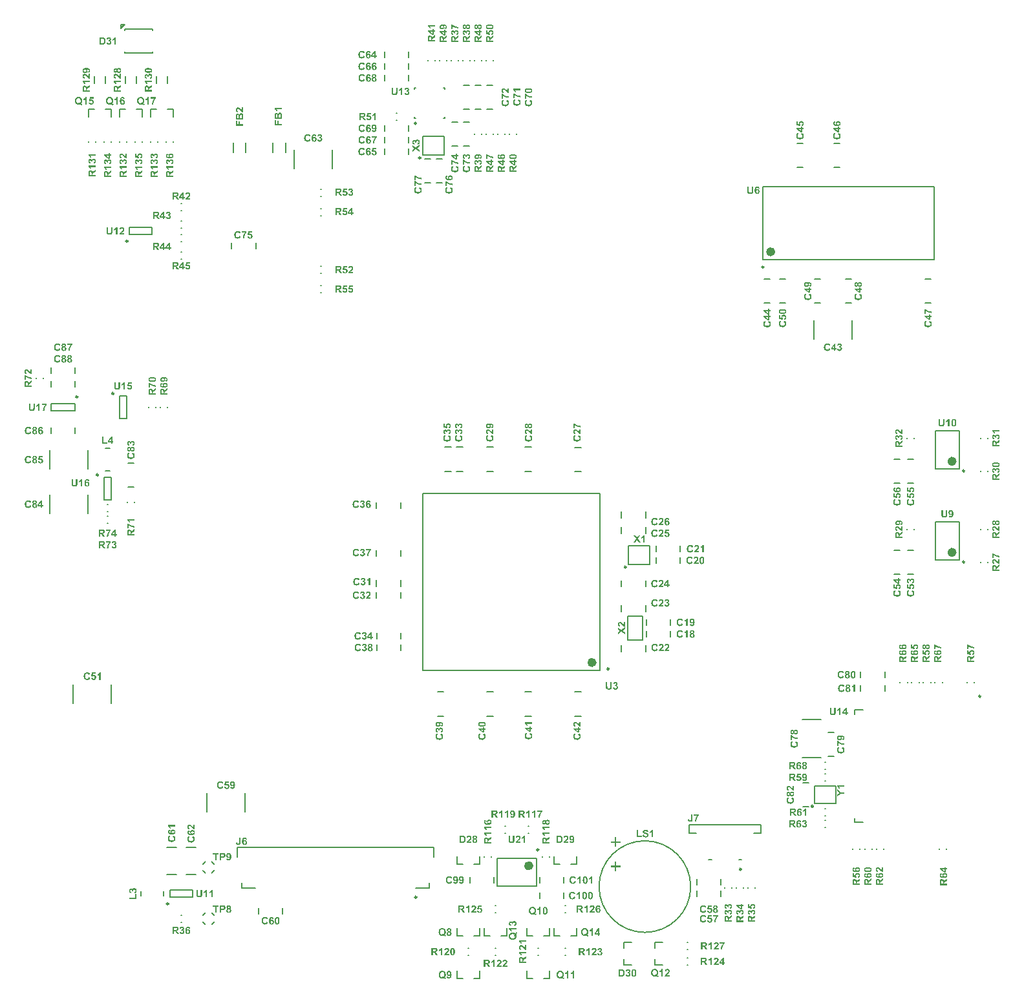
<source format=gto>
G04*
G04 #@! TF.GenerationSoftware,Altium Limited,Altium Designer,22.9.1 (49)*
G04*
G04 Layer_Color=65535*
%FSLAX25Y25*%
%MOIN*%
G70*
G04*
G04 #@! TF.SameCoordinates,BD774D37-2A64-432E-85FC-E47F3F74055D*
G04*
G04*
G04 #@! TF.FilePolarity,Positive*
G04*
G01*
G75*
%ADD10C,0.00984*%
%ADD11C,0.02362*%
%ADD12C,0.00787*%
G36*
X50325Y-181597D02*
X52402D01*
Y-182471D01*
X50325D01*
Y-184526D01*
X49461D01*
Y-182471D01*
X47407D01*
Y-181597D01*
X49461D01*
Y-179542D01*
X50325D01*
Y-181597D01*
D02*
G37*
G36*
Y-168998D02*
X52402D01*
Y-169873D01*
X50325D01*
Y-171928D01*
X49461D01*
Y-169873D01*
X47407D01*
Y-168998D01*
X49461D01*
Y-166944D01*
X50325D01*
Y-168998D01*
D02*
G37*
G36*
X174763Y-182374D02*
X174813Y-182380D01*
X174869Y-182385D01*
X174935Y-182396D01*
X175002Y-182413D01*
X175157Y-182452D01*
X175235Y-182480D01*
X175313Y-182518D01*
X175390Y-182557D01*
X175468Y-182602D01*
X175546Y-182657D01*
X175612Y-182718D01*
X175618Y-182724D01*
X175629Y-182735D01*
X175646Y-182752D01*
X175668Y-182779D01*
X175696Y-182812D01*
X175723Y-182857D01*
X175757Y-182901D01*
X175790Y-182957D01*
X175823Y-183018D01*
X175856Y-183084D01*
X175884Y-183157D01*
X175912Y-183240D01*
X175934Y-183323D01*
X175951Y-183412D01*
X175962Y-183506D01*
X175968Y-183606D01*
Y-183634D01*
X175962Y-183662D01*
Y-183701D01*
X175951Y-183750D01*
X175945Y-183811D01*
X175929Y-183873D01*
X175912Y-183945D01*
X175890Y-184017D01*
X175856Y-184095D01*
X175823Y-184178D01*
X175779Y-184256D01*
X175729Y-184339D01*
X175668Y-184416D01*
X175596Y-184494D01*
X175518Y-184566D01*
X175512Y-184572D01*
X175496Y-184583D01*
X175468Y-184600D01*
X175429Y-184622D01*
X175379Y-184655D01*
X175318Y-184683D01*
X175246Y-184716D01*
X175163Y-184749D01*
X175063Y-184788D01*
X174957Y-184822D01*
X174835Y-184849D01*
X174697Y-184877D01*
X174552Y-184905D01*
X174391Y-184922D01*
X174219Y-184933D01*
X174030Y-184938D01*
X174025D01*
X174019D01*
X174003D01*
X173986D01*
X173931D01*
X173858Y-184933D01*
X173770Y-184927D01*
X173670Y-184916D01*
X173559Y-184905D01*
X173442Y-184888D01*
X173320Y-184872D01*
X173193Y-184844D01*
X173065Y-184810D01*
X172937Y-184772D01*
X172821Y-184727D01*
X172704Y-184677D01*
X172599Y-184616D01*
X172504Y-184550D01*
X172499Y-184544D01*
X172482Y-184533D01*
X172460Y-184511D01*
X172432Y-184477D01*
X172393Y-184439D01*
X172354Y-184394D01*
X172310Y-184339D01*
X172266Y-184278D01*
X172227Y-184206D01*
X172182Y-184133D01*
X172143Y-184045D01*
X172105Y-183956D01*
X172077Y-183861D01*
X172055Y-183756D01*
X172038Y-183651D01*
X172032Y-183534D01*
Y-183490D01*
X172038Y-183462D01*
Y-183423D01*
X172044Y-183379D01*
X172066Y-183279D01*
X172094Y-183168D01*
X172138Y-183046D01*
X172199Y-182923D01*
X172238Y-182868D01*
X172282Y-182812D01*
Y-182807D01*
X172293Y-182801D01*
X172310Y-182785D01*
X172327Y-182768D01*
X172354Y-182740D01*
X172382Y-182718D01*
X172460Y-182657D01*
X172565Y-182596D01*
X172687Y-182535D01*
X172826Y-182480D01*
X172993Y-182441D01*
X173070Y-183151D01*
X173059D01*
X173037Y-183157D01*
X172998Y-183168D01*
X172948Y-183179D01*
X172898Y-183195D01*
X172843Y-183223D01*
X172793Y-183251D01*
X172748Y-183290D01*
X172743Y-183295D01*
X172732Y-183312D01*
X172715Y-183334D01*
X172693Y-183368D01*
X172676Y-183406D01*
X172660Y-183456D01*
X172649Y-183517D01*
X172643Y-183578D01*
Y-183589D01*
X172649Y-183617D01*
X172654Y-183662D01*
X172671Y-183717D01*
X172693Y-183778D01*
X172732Y-183845D01*
X172782Y-183911D01*
X172854Y-183973D01*
X172865Y-183978D01*
X172876Y-183989D01*
X172898Y-184000D01*
X172921Y-184011D01*
X172954Y-184028D01*
X172993Y-184039D01*
X173043Y-184056D01*
X173098Y-184078D01*
X173159Y-184095D01*
X173231Y-184111D01*
X173309Y-184128D01*
X173398Y-184144D01*
X173498Y-184156D01*
X173609Y-184167D01*
X173725Y-184178D01*
X173720Y-184172D01*
X173709Y-184167D01*
X173697Y-184150D01*
X173675Y-184128D01*
X173648Y-184100D01*
X173620Y-184067D01*
X173559Y-183989D01*
X173503Y-183889D01*
X173448Y-183773D01*
X173426Y-183706D01*
X173415Y-183640D01*
X173403Y-183567D01*
X173398Y-183490D01*
Y-183445D01*
X173403Y-183412D01*
X173409Y-183373D01*
X173415Y-183329D01*
X173426Y-183273D01*
X173442Y-183218D01*
X173487Y-183096D01*
X173514Y-183029D01*
X173548Y-182962D01*
X173586Y-182896D01*
X173636Y-182829D01*
X173692Y-182763D01*
X173753Y-182702D01*
X173759Y-182696D01*
X173770Y-182685D01*
X173786Y-182668D01*
X173814Y-182652D01*
X173853Y-182624D01*
X173892Y-182596D01*
X173942Y-182568D01*
X173997Y-182535D01*
X174058Y-182502D01*
X174130Y-182474D01*
X174203Y-182446D01*
X174286Y-182419D01*
X174369Y-182402D01*
X174463Y-182385D01*
X174558Y-182374D01*
X174663Y-182369D01*
X174669D01*
X174691D01*
X174719D01*
X174763Y-182374D01*
D02*
G37*
G36*
X174685Y-185332D02*
X174730D01*
X174780Y-185343D01*
X174835Y-185349D01*
X174891Y-185360D01*
X175024Y-185393D01*
X175168Y-185443D01*
X175246Y-185477D01*
X175318Y-185510D01*
X175390Y-185554D01*
X175462Y-185604D01*
X175468Y-185610D01*
X175485Y-185621D01*
X175507Y-185643D01*
X175540Y-185671D01*
X175579Y-185710D01*
X175623Y-185760D01*
X175668Y-185815D01*
X175712Y-185876D01*
X175762Y-185948D01*
X175806Y-186026D01*
X175851Y-186109D01*
X175890Y-186204D01*
X175923Y-186303D01*
X175945Y-186409D01*
X175962Y-186525D01*
X175968Y-186648D01*
Y-186697D01*
X175962Y-186736D01*
X175956Y-186781D01*
X175951Y-186836D01*
X175945Y-186892D01*
X175934Y-186958D01*
X175901Y-187092D01*
X175845Y-187241D01*
X175818Y-187314D01*
X175779Y-187386D01*
X175734Y-187452D01*
X175684Y-187519D01*
X175679Y-187524D01*
X175673Y-187536D01*
X175657Y-187552D01*
X175635Y-187574D01*
X175601Y-187597D01*
X175568Y-187630D01*
X175529Y-187658D01*
X175485Y-187691D01*
X175429Y-187730D01*
X175374Y-187763D01*
X175240Y-187824D01*
X175091Y-187880D01*
X175007Y-187896D01*
X174918Y-187913D01*
X174841Y-187180D01*
X174852D01*
X174880Y-187175D01*
X174930Y-187164D01*
X174985Y-187147D01*
X175046Y-187125D01*
X175113Y-187092D01*
X175174Y-187047D01*
X175235Y-186997D01*
X175240Y-186992D01*
X175257Y-186969D01*
X175279Y-186936D01*
X175307Y-186892D01*
X175335Y-186842D01*
X175357Y-186781D01*
X175374Y-186709D01*
X175379Y-186636D01*
Y-186625D01*
X175374Y-186598D01*
X175368Y-186553D01*
X175357Y-186498D01*
X175335Y-186437D01*
X175302Y-186370D01*
X175251Y-186303D01*
X175190Y-186242D01*
X175179Y-186237D01*
X175157Y-186215D01*
X175113Y-186193D01*
X175046Y-186159D01*
X174969Y-186131D01*
X174874Y-186104D01*
X174758Y-186087D01*
X174624Y-186082D01*
X174619D01*
X174608D01*
X174591D01*
X174563D01*
X174502Y-186087D01*
X174425Y-186104D01*
X174336Y-186120D01*
X174247Y-186148D01*
X174164Y-186187D01*
X174092Y-186242D01*
X174086Y-186248D01*
X174064Y-186270D01*
X174036Y-186309D01*
X173997Y-186353D01*
X173964Y-186415D01*
X173936Y-186487D01*
X173914Y-186570D01*
X173908Y-186659D01*
Y-186692D01*
X173914Y-186714D01*
X173925Y-186770D01*
X173942Y-186847D01*
X173975Y-186936D01*
X174025Y-187030D01*
X174058Y-187081D01*
X174097Y-187130D01*
X174142Y-187180D01*
X174191Y-187230D01*
X174108Y-187824D01*
X172105Y-187447D01*
Y-185499D01*
X172793D01*
Y-186892D01*
X173448Y-187008D01*
Y-187003D01*
X173442Y-186997D01*
X173426Y-186964D01*
X173409Y-186914D01*
X173381Y-186853D01*
X173359Y-186775D01*
X173342Y-186692D01*
X173326Y-186598D01*
X173320Y-186503D01*
Y-186453D01*
X173326Y-186420D01*
X173331Y-186381D01*
X173337Y-186331D01*
X173348Y-186276D01*
X173364Y-186215D01*
X173409Y-186087D01*
X173437Y-186015D01*
X173470Y-185948D01*
X173514Y-185876D01*
X173564Y-185804D01*
X173620Y-185737D01*
X173681Y-185671D01*
X173686Y-185665D01*
X173697Y-185654D01*
X173720Y-185637D01*
X173748Y-185615D01*
X173781Y-185593D01*
X173825Y-185560D01*
X173875Y-185532D01*
X173931Y-185499D01*
X173992Y-185465D01*
X174064Y-185438D01*
X174142Y-185404D01*
X174219Y-185382D01*
X174308Y-185360D01*
X174402Y-185343D01*
X174502Y-185332D01*
X174608Y-185327D01*
X174613D01*
X174630D01*
X174652D01*
X174685Y-185332D01*
D02*
G37*
G36*
X175895Y-189112D02*
X175063Y-189667D01*
X175057Y-189672D01*
X175041Y-189678D01*
X175018Y-189694D01*
X174991Y-189717D01*
X174957Y-189739D01*
X174913Y-189767D01*
X174824Y-189828D01*
X174724Y-189900D01*
X174636Y-189966D01*
X174552Y-190027D01*
X174524Y-190055D01*
X174497Y-190077D01*
X174491Y-190083D01*
X174480Y-190094D01*
X174458Y-190116D01*
X174430Y-190144D01*
X174408Y-190183D01*
X174380Y-190222D01*
X174358Y-190266D01*
X174336Y-190311D01*
Y-190316D01*
X174330Y-190333D01*
X174319Y-190360D01*
X174314Y-190405D01*
X174302Y-190460D01*
X174297Y-190527D01*
X174291Y-190605D01*
Y-190855D01*
X175895D01*
Y-191631D01*
X172055D01*
Y-189900D01*
X172060Y-189850D01*
Y-189789D01*
X172066Y-189728D01*
Y-189656D01*
X172082Y-189511D01*
X172099Y-189362D01*
X172127Y-189223D01*
X172143Y-189162D01*
X172160Y-189106D01*
Y-189101D01*
X172166Y-189095D01*
X172182Y-189062D01*
X172210Y-189012D01*
X172243Y-188945D01*
X172299Y-188873D01*
X172360Y-188801D01*
X172438Y-188729D01*
X172532Y-188662D01*
X172538D01*
X172543Y-188657D01*
X172560Y-188646D01*
X172576Y-188635D01*
X172632Y-188607D01*
X172704Y-188573D01*
X172793Y-188546D01*
X172893Y-188518D01*
X173009Y-188496D01*
X173131Y-188490D01*
X173137D01*
X173148D01*
X173176D01*
X173204Y-188496D01*
X173242D01*
X173281Y-188501D01*
X173381Y-188523D01*
X173498Y-188551D01*
X173614Y-188596D01*
X173736Y-188662D01*
X173792Y-188701D01*
X173847Y-188745D01*
X173853Y-188751D01*
X173858Y-188757D01*
X173875Y-188773D01*
X173892Y-188795D01*
X173914Y-188818D01*
X173942Y-188851D01*
X173969Y-188890D01*
X173997Y-188934D01*
X174030Y-188984D01*
X174058Y-189045D01*
X174086Y-189106D01*
X174114Y-189173D01*
X174142Y-189251D01*
X174164Y-189328D01*
X174186Y-189411D01*
X174203Y-189506D01*
Y-189500D01*
X174208Y-189495D01*
X174230Y-189461D01*
X174258Y-189417D01*
X174297Y-189362D01*
X174347Y-189295D01*
X174397Y-189228D01*
X174458Y-189156D01*
X174524Y-189095D01*
X174530Y-189090D01*
X174558Y-189062D01*
X174602Y-189029D01*
X174669Y-188979D01*
X174752Y-188912D01*
X174808Y-188879D01*
X174863Y-188840D01*
X174924Y-188795D01*
X174991Y-188751D01*
X175068Y-188701D01*
X175146Y-188651D01*
X175895Y-188179D01*
Y-189112D01*
D02*
G37*
G36*
X-252825Y6987D02*
X-252764Y6981D01*
X-252697Y6970D01*
X-252620Y6959D01*
X-252536Y6943D01*
X-252448Y6920D01*
X-252353Y6893D01*
X-252259Y6859D01*
X-252159Y6815D01*
X-252065Y6770D01*
X-251976Y6715D01*
X-251881Y6648D01*
X-251798Y6576D01*
X-251793D01*
X-251787Y6565D01*
X-251770Y6548D01*
X-251754Y6532D01*
X-251732Y6504D01*
X-251709Y6471D01*
X-251648Y6393D01*
X-251587Y6293D01*
X-251521Y6171D01*
X-251460Y6032D01*
X-251404Y5871D01*
X-252170Y5688D01*
Y5694D01*
X-252176Y5699D01*
Y5716D01*
X-252187Y5738D01*
X-252203Y5788D01*
X-252231Y5855D01*
X-252270Y5932D01*
X-252320Y6010D01*
X-252386Y6088D01*
X-252459Y6154D01*
X-252470Y6160D01*
X-252498Y6182D01*
X-252542Y6210D01*
X-252603Y6243D01*
X-252681Y6277D01*
X-252769Y6304D01*
X-252869Y6326D01*
X-252980Y6332D01*
X-253019D01*
X-253052Y6326D01*
X-253086Y6321D01*
X-253130Y6315D01*
X-253224Y6293D01*
X-253336Y6254D01*
X-253452Y6199D01*
X-253513Y6165D01*
X-253569Y6127D01*
X-253624Y6077D01*
X-253674Y6021D01*
Y6016D01*
X-253685Y6005D01*
X-253696Y5988D01*
X-253713Y5960D01*
X-253735Y5927D01*
X-253757Y5888D01*
X-253780Y5838D01*
X-253802Y5782D01*
X-253830Y5716D01*
X-253852Y5644D01*
X-253874Y5561D01*
X-253896Y5472D01*
X-253913Y5372D01*
X-253924Y5266D01*
X-253929Y5150D01*
X-253935Y5022D01*
Y5017D01*
Y4989D01*
Y4950D01*
X-253929Y4906D01*
Y4845D01*
X-253918Y4772D01*
X-253913Y4700D01*
X-253902Y4617D01*
X-253868Y4445D01*
X-253824Y4273D01*
X-253796Y4190D01*
X-253757Y4112D01*
X-253718Y4040D01*
X-253674Y3979D01*
X-253669Y3973D01*
X-253663Y3968D01*
X-253646Y3951D01*
X-253624Y3929D01*
X-253569Y3884D01*
X-253491Y3829D01*
X-253397Y3768D01*
X-253280Y3723D01*
X-253147Y3685D01*
X-253075Y3679D01*
X-252997Y3674D01*
X-252969D01*
X-252947Y3679D01*
X-252886Y3685D01*
X-252814Y3696D01*
X-252736Y3723D01*
X-252647Y3757D01*
X-252559Y3801D01*
X-252470Y3868D01*
X-252459Y3879D01*
X-252431Y3907D01*
X-252392Y3951D01*
X-252348Y4018D01*
X-252292Y4106D01*
X-252242Y4212D01*
X-252192Y4340D01*
X-252148Y4489D01*
X-251393Y4256D01*
Y4251D01*
X-251399Y4228D01*
X-251410Y4195D01*
X-251426Y4151D01*
X-251448Y4101D01*
X-251471Y4040D01*
X-251499Y3973D01*
X-251532Y3901D01*
X-251609Y3751D01*
X-251709Y3596D01*
X-251832Y3446D01*
X-251898Y3379D01*
X-251970Y3318D01*
X-251976Y3313D01*
X-251987Y3307D01*
X-252009Y3291D01*
X-252042Y3268D01*
X-252081Y3246D01*
X-252131Y3224D01*
X-252187Y3196D01*
X-252248Y3168D01*
X-252320Y3135D01*
X-252398Y3108D01*
X-252481Y3085D01*
X-252570Y3063D01*
X-252664Y3041D01*
X-252769Y3024D01*
X-252875Y3019D01*
X-252991Y3013D01*
X-253025D01*
X-253064Y3019D01*
X-253119Y3024D01*
X-253180Y3030D01*
X-253258Y3041D01*
X-253341Y3057D01*
X-253435Y3080D01*
X-253530Y3108D01*
X-253630Y3141D01*
X-253735Y3185D01*
X-253841Y3235D01*
X-253946Y3291D01*
X-254051Y3363D01*
X-254151Y3440D01*
X-254246Y3535D01*
X-254251Y3540D01*
X-254268Y3557D01*
X-254290Y3590D01*
X-254324Y3629D01*
X-254357Y3685D01*
X-254401Y3746D01*
X-254446Y3823D01*
X-254490Y3912D01*
X-254534Y4007D01*
X-254579Y4112D01*
X-254623Y4234D01*
X-254656Y4362D01*
X-254690Y4495D01*
X-254712Y4645D01*
X-254729Y4800D01*
X-254734Y4967D01*
Y4972D01*
Y4978D01*
Y5011D01*
X-254729Y5061D01*
Y5128D01*
X-254717Y5205D01*
X-254706Y5300D01*
X-254695Y5400D01*
X-254673Y5516D01*
X-254645Y5633D01*
X-254612Y5755D01*
X-254573Y5877D01*
X-254523Y6005D01*
X-254468Y6127D01*
X-254401Y6243D01*
X-254329Y6354D01*
X-254240Y6460D01*
X-254235Y6465D01*
X-254218Y6482D01*
X-254190Y6510D01*
X-254151Y6543D01*
X-254101Y6582D01*
X-254040Y6626D01*
X-253974Y6676D01*
X-253890Y6726D01*
X-253802Y6776D01*
X-253707Y6826D01*
X-253596Y6870D01*
X-253485Y6909D01*
X-253358Y6943D01*
X-253230Y6970D01*
X-253086Y6987D01*
X-252941Y6992D01*
X-252875D01*
X-252825Y6987D01*
D02*
G37*
G36*
X-245743Y4495D02*
X-245266D01*
Y3851D01*
X-245743D01*
Y3080D01*
X-246453D01*
Y3851D01*
X-248030D01*
Y4489D01*
X-246365Y6937D01*
X-245743D01*
Y4495D01*
D02*
G37*
G36*
X-249562Y6937D02*
X-249512Y6931D01*
X-249462Y6926D01*
X-249401Y6920D01*
X-249340Y6909D01*
X-249201Y6876D01*
X-249057Y6826D01*
X-248990Y6793D01*
X-248918Y6754D01*
X-248857Y6709D01*
X-248796Y6659D01*
X-248790Y6654D01*
X-248784Y6648D01*
X-248768Y6632D01*
X-248746Y6610D01*
X-248724Y6582D01*
X-248701Y6548D01*
X-248640Y6465D01*
X-248585Y6360D01*
X-248540Y6243D01*
X-248501Y6104D01*
X-248496Y6027D01*
X-248490Y5949D01*
Y5943D01*
Y5938D01*
Y5905D01*
X-248496Y5855D01*
X-248507Y5788D01*
X-248524Y5716D01*
X-248552Y5638D01*
X-248585Y5555D01*
X-248635Y5472D01*
X-248640Y5461D01*
X-248662Y5438D01*
X-248690Y5400D01*
X-248735Y5355D01*
X-248790Y5300D01*
X-248857Y5250D01*
X-248934Y5200D01*
X-249023Y5155D01*
X-249018D01*
X-249007Y5150D01*
X-248990Y5144D01*
X-248968Y5133D01*
X-248912Y5100D01*
X-248840Y5055D01*
X-248762Y5006D01*
X-248679Y4939D01*
X-248601Y4861D01*
X-248535Y4772D01*
X-248529Y4761D01*
X-248507Y4728D01*
X-248479Y4678D01*
X-248451Y4611D01*
X-248418Y4528D01*
X-248396Y4428D01*
X-248374Y4323D01*
X-248368Y4206D01*
Y4201D01*
Y4184D01*
Y4156D01*
X-248374Y4118D01*
X-248379Y4073D01*
X-248385Y4018D01*
X-248396Y3962D01*
X-248413Y3901D01*
X-248451Y3762D01*
X-248479Y3690D01*
X-248513Y3618D01*
X-248552Y3546D01*
X-248601Y3474D01*
X-248651Y3407D01*
X-248712Y3341D01*
X-248718Y3335D01*
X-248729Y3324D01*
X-248746Y3307D01*
X-248774Y3291D01*
X-248807Y3263D01*
X-248851Y3235D01*
X-248896Y3207D01*
X-248951Y3174D01*
X-249012Y3141D01*
X-249084Y3113D01*
X-249156Y3085D01*
X-249234Y3057D01*
X-249323Y3041D01*
X-249417Y3024D01*
X-249512Y3013D01*
X-249617Y3008D01*
X-249667D01*
X-249706Y3013D01*
X-249750Y3019D01*
X-249800Y3024D01*
X-249856Y3030D01*
X-249922Y3041D01*
X-250061Y3074D01*
X-250205Y3124D01*
X-250277Y3152D01*
X-250350Y3191D01*
X-250422Y3229D01*
X-250488Y3280D01*
X-250494Y3285D01*
X-250505Y3296D01*
X-250527Y3313D01*
X-250555Y3341D01*
X-250583Y3374D01*
X-250616Y3413D01*
X-250655Y3463D01*
X-250694Y3513D01*
X-250733Y3574D01*
X-250771Y3640D01*
X-250805Y3712D01*
X-250833Y3796D01*
X-250860Y3879D01*
X-250883Y3973D01*
X-250894Y4068D01*
X-250899Y4173D01*
Y4179D01*
Y4190D01*
Y4206D01*
Y4228D01*
X-250894Y4290D01*
X-250883Y4362D01*
X-250860Y4451D01*
X-250838Y4550D01*
X-250799Y4650D01*
X-250749Y4750D01*
Y4756D01*
X-250744Y4761D01*
X-250722Y4795D01*
X-250683Y4839D01*
X-250627Y4900D01*
X-250561Y4967D01*
X-250477Y5033D01*
X-250377Y5094D01*
X-250261Y5155D01*
X-250266D01*
X-250272Y5161D01*
X-250305Y5178D01*
X-250355Y5205D01*
X-250416Y5239D01*
X-250488Y5289D01*
X-250555Y5344D01*
X-250622Y5411D01*
X-250677Y5483D01*
X-250683Y5494D01*
X-250699Y5522D01*
X-250716Y5561D01*
X-250738Y5622D01*
X-250766Y5688D01*
X-250782Y5771D01*
X-250799Y5855D01*
X-250805Y5949D01*
Y5955D01*
Y5966D01*
Y5988D01*
X-250799Y6021D01*
X-250794Y6055D01*
X-250788Y6099D01*
X-250766Y6199D01*
X-250733Y6310D01*
X-250677Y6432D01*
X-250644Y6487D01*
X-250605Y6548D01*
X-250555Y6604D01*
X-250505Y6659D01*
X-250500Y6665D01*
X-250488Y6671D01*
X-250472Y6687D01*
X-250449Y6704D01*
X-250416Y6726D01*
X-250383Y6748D01*
X-250339Y6776D01*
X-250283Y6804D01*
X-250228Y6826D01*
X-250167Y6854D01*
X-250094Y6876D01*
X-250017Y6898D01*
X-249933Y6915D01*
X-249845Y6931D01*
X-249750Y6937D01*
X-249650Y6943D01*
X-249595D01*
X-249562Y6937D01*
D02*
G37*
G36*
X-249549Y54919D02*
Y54914D01*
Y54892D01*
Y54853D01*
Y54808D01*
Y54753D01*
X-249554Y54686D01*
Y54614D01*
Y54542D01*
X-249565Y54381D01*
X-249576Y54215D01*
X-249582Y54142D01*
X-249593Y54070D01*
X-249604Y54004D01*
X-249615Y53943D01*
Y53937D01*
X-249621Y53932D01*
Y53915D01*
X-249626Y53898D01*
X-249643Y53843D01*
X-249665Y53776D01*
X-249698Y53698D01*
X-249737Y53621D01*
X-249787Y53538D01*
X-249848Y53460D01*
X-249854Y53449D01*
X-249876Y53427D01*
X-249915Y53393D01*
X-249965Y53349D01*
X-250031Y53299D01*
X-250109Y53249D01*
X-250198Y53193D01*
X-250298Y53149D01*
X-250303D01*
X-250309Y53144D01*
X-250325Y53138D01*
X-250348Y53132D01*
X-250375Y53121D01*
X-250409Y53110D01*
X-250453Y53099D01*
X-250498Y53094D01*
X-250603Y53071D01*
X-250731Y53049D01*
X-250875Y53038D01*
X-251036Y53032D01*
X-251125D01*
X-251175Y53038D01*
X-251224D01*
X-251286Y53044D01*
X-251347Y53049D01*
X-251480Y53060D01*
X-251619Y53083D01*
X-251757Y53116D01*
X-251818Y53132D01*
X-251874Y53155D01*
X-251879D01*
X-251885Y53160D01*
X-251918Y53177D01*
X-251974Y53205D01*
X-252035Y53243D01*
X-252107Y53293D01*
X-252185Y53349D01*
X-252257Y53416D01*
X-252324Y53488D01*
X-252329Y53499D01*
X-252351Y53521D01*
X-252379Y53565D01*
X-252412Y53621D01*
X-252446Y53682D01*
X-252484Y53754D01*
X-252512Y53832D01*
X-252540Y53915D01*
Y53921D01*
X-252545Y53932D01*
Y53948D01*
X-252551Y53976D01*
X-252557Y54009D01*
X-252562Y54054D01*
X-252568Y54104D01*
X-252573Y54159D01*
X-252584Y54226D01*
X-252590Y54298D01*
X-252595Y54376D01*
X-252601Y54464D01*
X-252607Y54559D01*
Y54664D01*
X-252612Y54775D01*
Y54892D01*
Y56945D01*
X-251835D01*
Y54858D01*
Y54853D01*
Y54836D01*
Y54814D01*
Y54781D01*
Y54736D01*
Y54692D01*
X-251830Y54592D01*
Y54481D01*
X-251824Y54376D01*
X-251818Y54326D01*
Y54281D01*
X-251813Y54248D01*
X-251807Y54215D01*
Y54204D01*
X-251796Y54176D01*
X-251780Y54131D01*
X-251757Y54076D01*
X-251730Y54015D01*
X-251685Y53954D01*
X-251635Y53887D01*
X-251574Y53832D01*
X-251563Y53826D01*
X-251541Y53809D01*
X-251497Y53787D01*
X-251441Y53765D01*
X-251363Y53737D01*
X-251274Y53715D01*
X-251175Y53698D01*
X-251058Y53693D01*
X-251003D01*
X-250947Y53698D01*
X-250875Y53710D01*
X-250792Y53726D01*
X-250714Y53749D01*
X-250631Y53782D01*
X-250564Y53826D01*
X-250559Y53832D01*
X-250536Y53848D01*
X-250509Y53876D01*
X-250475Y53915D01*
X-250442Y53965D01*
X-250409Y54020D01*
X-250381Y54081D01*
X-250364Y54154D01*
Y54165D01*
X-250359Y54193D01*
X-250353Y54242D01*
X-250342Y54309D01*
Y54353D01*
X-250337Y54403D01*
Y54459D01*
X-250331Y54514D01*
Y54581D01*
X-250325Y54653D01*
Y54731D01*
Y54814D01*
Y56945D01*
X-249549D01*
Y54919D01*
D02*
G37*
G36*
X-243388Y56362D02*
X-243393Y56357D01*
X-243405Y56346D01*
X-243421Y56329D01*
X-243443Y56307D01*
X-243471Y56274D01*
X-243505Y56235D01*
X-243543Y56191D01*
X-243588Y56135D01*
X-243632Y56074D01*
X-243682Y56007D01*
X-243738Y55935D01*
X-243793Y55857D01*
X-243849Y55769D01*
X-243904Y55680D01*
X-243965Y55580D01*
X-244026Y55475D01*
X-244032Y55469D01*
X-244043Y55447D01*
X-244059Y55419D01*
X-244082Y55375D01*
X-244104Y55325D01*
X-244137Y55258D01*
X-244170Y55186D01*
X-244209Y55108D01*
X-244248Y55019D01*
X-244287Y54925D01*
X-244331Y54825D01*
X-244370Y54720D01*
X-244448Y54492D01*
X-244520Y54254D01*
Y54248D01*
X-244526Y54226D01*
X-244537Y54193D01*
X-244548Y54142D01*
X-244559Y54087D01*
X-244570Y54026D01*
X-244587Y53948D01*
X-244603Y53871D01*
X-244620Y53782D01*
X-244631Y53693D01*
X-244659Y53499D01*
X-244676Y53299D01*
X-244681Y53105D01*
X-245392D01*
Y53116D01*
Y53138D01*
X-245386Y53182D01*
Y53243D01*
X-245380Y53316D01*
X-245369Y53399D01*
X-245358Y53499D01*
X-245342Y53604D01*
X-245325Y53721D01*
X-245303Y53848D01*
X-245275Y53982D01*
X-245247Y54126D01*
X-245208Y54270D01*
X-245169Y54420D01*
X-245120Y54570D01*
X-245064Y54725D01*
X-245058Y54736D01*
X-245047Y54764D01*
X-245031Y54808D01*
X-245009Y54864D01*
X-244975Y54936D01*
X-244936Y55025D01*
X-244892Y55119D01*
X-244842Y55225D01*
X-244787Y55336D01*
X-244725Y55452D01*
X-244659Y55580D01*
X-244581Y55702D01*
X-244420Y55963D01*
X-244237Y56213D01*
X-245908D01*
Y56895D01*
X-243388D01*
Y56362D01*
D02*
G37*
G36*
X-247012Y53105D02*
X-247750D01*
Y55885D01*
X-247756Y55880D01*
X-247767Y55869D01*
X-247789Y55852D01*
X-247822Y55824D01*
X-247861Y55791D01*
X-247906Y55758D01*
X-247961Y55719D01*
X-248022Y55674D01*
X-248089Y55630D01*
X-248161Y55585D01*
X-248239Y55536D01*
X-248322Y55491D01*
X-248499Y55408D01*
X-248699Y55330D01*
Y55996D01*
X-248694D01*
X-248688Y56002D01*
X-248672Y56007D01*
X-248649Y56013D01*
X-248594Y56041D01*
X-248516Y56074D01*
X-248422Y56118D01*
X-248316Y56179D01*
X-248200Y56257D01*
X-248078Y56346D01*
X-248072Y56351D01*
X-248061Y56357D01*
X-248044Y56374D01*
X-248022Y56396D01*
X-247961Y56451D01*
X-247895Y56524D01*
X-247817Y56612D01*
X-247739Y56723D01*
X-247667Y56840D01*
X-247611Y56968D01*
X-247012D01*
Y53105D01*
D02*
G37*
G36*
X-222456Y17962D02*
X-222417D01*
X-222373Y17956D01*
X-222273Y17934D01*
X-222162Y17906D01*
X-222040Y17862D01*
X-221918Y17801D01*
X-221863Y17762D01*
X-221807Y17718D01*
X-221801D01*
X-221796Y17707D01*
X-221779Y17690D01*
X-221763Y17673D01*
X-221735Y17646D01*
X-221713Y17618D01*
X-221652Y17540D01*
X-221590Y17435D01*
X-221530Y17313D01*
X-221474Y17174D01*
X-221435Y17007D01*
X-222146Y16930D01*
Y16941D01*
X-222151Y16963D01*
X-222162Y17002D01*
X-222173Y17052D01*
X-222190Y17102D01*
X-222218Y17157D01*
X-222245Y17207D01*
X-222284Y17252D01*
X-222290Y17257D01*
X-222306Y17268D01*
X-222329Y17285D01*
X-222362Y17307D01*
X-222401Y17324D01*
X-222451Y17340D01*
X-222512Y17351D01*
X-222573Y17357D01*
X-222584D01*
X-222612Y17351D01*
X-222656Y17346D01*
X-222712Y17329D01*
X-222773Y17307D01*
X-222839Y17268D01*
X-222906Y17218D01*
X-222967Y17146D01*
X-222972Y17135D01*
X-222984Y17124D01*
X-222995Y17102D01*
X-223006Y17079D01*
X-223022Y17046D01*
X-223033Y17007D01*
X-223050Y16957D01*
X-223072Y16902D01*
X-223089Y16841D01*
X-223106Y16769D01*
X-223122Y16691D01*
X-223139Y16602D01*
X-223150Y16502D01*
X-223161Y16391D01*
X-223172Y16275D01*
X-223167Y16280D01*
X-223161Y16291D01*
X-223145Y16303D01*
X-223122Y16325D01*
X-223095Y16352D01*
X-223061Y16380D01*
X-222984Y16441D01*
X-222884Y16497D01*
X-222767Y16552D01*
X-222701Y16574D01*
X-222634Y16586D01*
X-222562Y16597D01*
X-222484Y16602D01*
X-222440D01*
X-222406Y16597D01*
X-222368Y16591D01*
X-222323Y16586D01*
X-222268Y16574D01*
X-222212Y16558D01*
X-222090Y16513D01*
X-222023Y16486D01*
X-221957Y16452D01*
X-221890Y16413D01*
X-221824Y16364D01*
X-221757Y16308D01*
X-221696Y16247D01*
X-221690Y16241D01*
X-221679Y16230D01*
X-221663Y16214D01*
X-221646Y16186D01*
X-221618Y16147D01*
X-221590Y16108D01*
X-221563Y16058D01*
X-221530Y16003D01*
X-221496Y15942D01*
X-221468Y15870D01*
X-221441Y15797D01*
X-221413Y15714D01*
X-221396Y15631D01*
X-221380Y15537D01*
X-221369Y15442D01*
X-221363Y15337D01*
Y15331D01*
Y15309D01*
Y15281D01*
X-221369Y15237D01*
X-221374Y15187D01*
X-221380Y15131D01*
X-221391Y15065D01*
X-221407Y14998D01*
X-221446Y14843D01*
X-221474Y14765D01*
X-221513Y14687D01*
X-221552Y14610D01*
X-221596Y14532D01*
X-221652Y14454D01*
X-221713Y14388D01*
X-221718Y14382D01*
X-221729Y14371D01*
X-221746Y14354D01*
X-221774Y14332D01*
X-221807Y14304D01*
X-221851Y14277D01*
X-221896Y14243D01*
X-221951Y14210D01*
X-222012Y14177D01*
X-222079Y14143D01*
X-222151Y14116D01*
X-222234Y14088D01*
X-222318Y14066D01*
X-222406Y14049D01*
X-222501Y14038D01*
X-222601Y14032D01*
X-222628D01*
X-222656Y14038D01*
X-222695D01*
X-222745Y14049D01*
X-222806Y14055D01*
X-222867Y14071D01*
X-222939Y14088D01*
X-223011Y14110D01*
X-223089Y14143D01*
X-223172Y14177D01*
X-223250Y14221D01*
X-223333Y14271D01*
X-223411Y14332D01*
X-223489Y14404D01*
X-223561Y14482D01*
X-223566Y14488D01*
X-223577Y14504D01*
X-223594Y14532D01*
X-223616Y14571D01*
X-223650Y14621D01*
X-223677Y14682D01*
X-223711Y14754D01*
X-223744Y14837D01*
X-223783Y14937D01*
X-223816Y15043D01*
X-223844Y15165D01*
X-223872Y15303D01*
X-223899Y15448D01*
X-223916Y15609D01*
X-223927Y15781D01*
X-223933Y15969D01*
Y15975D01*
Y15981D01*
Y15997D01*
Y16014D01*
Y16069D01*
X-223927Y16141D01*
X-223921Y16230D01*
X-223910Y16330D01*
X-223899Y16441D01*
X-223883Y16558D01*
X-223866Y16680D01*
X-223838Y16807D01*
X-223805Y16935D01*
X-223766Y17063D01*
X-223722Y17179D01*
X-223672Y17296D01*
X-223611Y17401D01*
X-223544Y17496D01*
X-223539Y17501D01*
X-223528Y17518D01*
X-223505Y17540D01*
X-223472Y17568D01*
X-223433Y17607D01*
X-223389Y17646D01*
X-223333Y17690D01*
X-223272Y17734D01*
X-223200Y17773D01*
X-223128Y17818D01*
X-223039Y17856D01*
X-222950Y17895D01*
X-222856Y17923D01*
X-222750Y17945D01*
X-222645Y17962D01*
X-222529Y17967D01*
X-222484D01*
X-222456Y17962D01*
D02*
G37*
G36*
X-227573Y15920D02*
Y15914D01*
Y15892D01*
Y15853D01*
Y15809D01*
Y15753D01*
X-227579Y15686D01*
Y15614D01*
Y15542D01*
X-227590Y15381D01*
X-227601Y15215D01*
X-227607Y15143D01*
X-227618Y15070D01*
X-227629Y15004D01*
X-227640Y14943D01*
Y14937D01*
X-227646Y14932D01*
Y14915D01*
X-227651Y14898D01*
X-227668Y14843D01*
X-227690Y14776D01*
X-227723Y14698D01*
X-227762Y14621D01*
X-227812Y14538D01*
X-227873Y14460D01*
X-227879Y14449D01*
X-227901Y14427D01*
X-227940Y14393D01*
X-227990Y14349D01*
X-228056Y14299D01*
X-228134Y14249D01*
X-228223Y14194D01*
X-228323Y14149D01*
X-228328D01*
X-228334Y14143D01*
X-228350Y14138D01*
X-228373Y14132D01*
X-228400Y14121D01*
X-228434Y14110D01*
X-228478Y14099D01*
X-228522Y14094D01*
X-228628Y14071D01*
X-228756Y14049D01*
X-228900Y14038D01*
X-229061Y14032D01*
X-229150D01*
X-229200Y14038D01*
X-229250D01*
X-229311Y14044D01*
X-229372Y14049D01*
X-229505Y14060D01*
X-229644Y14083D01*
X-229782Y14116D01*
X-229843Y14132D01*
X-229899Y14155D01*
X-229904D01*
X-229910Y14160D01*
X-229943Y14177D01*
X-229999Y14205D01*
X-230060Y14243D01*
X-230132Y14293D01*
X-230210Y14349D01*
X-230282Y14415D01*
X-230348Y14488D01*
X-230354Y14499D01*
X-230376Y14521D01*
X-230404Y14565D01*
X-230437Y14621D01*
X-230470Y14682D01*
X-230509Y14754D01*
X-230537Y14832D01*
X-230565Y14915D01*
Y14920D01*
X-230570Y14932D01*
Y14948D01*
X-230576Y14976D01*
X-230581Y15009D01*
X-230587Y15054D01*
X-230593Y15104D01*
X-230598Y15159D01*
X-230609Y15226D01*
X-230615Y15298D01*
X-230620Y15376D01*
X-230626Y15464D01*
X-230631Y15559D01*
Y15664D01*
X-230637Y15775D01*
Y15892D01*
Y17945D01*
X-229860D01*
Y15858D01*
Y15853D01*
Y15836D01*
Y15814D01*
Y15781D01*
Y15736D01*
Y15692D01*
X-229854Y15592D01*
Y15481D01*
X-229849Y15376D01*
X-229843Y15326D01*
Y15281D01*
X-229838Y15248D01*
X-229832Y15215D01*
Y15204D01*
X-229821Y15176D01*
X-229804Y15131D01*
X-229782Y15076D01*
X-229755Y15015D01*
X-229710Y14954D01*
X-229660Y14887D01*
X-229599Y14832D01*
X-229588Y14826D01*
X-229566Y14809D01*
X-229521Y14787D01*
X-229466Y14765D01*
X-229388Y14737D01*
X-229299Y14715D01*
X-229200Y14698D01*
X-229083Y14693D01*
X-229028D01*
X-228972Y14698D01*
X-228900Y14710D01*
X-228817Y14726D01*
X-228739Y14749D01*
X-228656Y14782D01*
X-228589Y14826D01*
X-228584Y14832D01*
X-228561Y14848D01*
X-228534Y14876D01*
X-228500Y14915D01*
X-228467Y14965D01*
X-228434Y15020D01*
X-228406Y15081D01*
X-228389Y15154D01*
Y15165D01*
X-228384Y15192D01*
X-228378Y15242D01*
X-228367Y15309D01*
Y15353D01*
X-228362Y15403D01*
Y15459D01*
X-228356Y15514D01*
Y15581D01*
X-228350Y15653D01*
Y15731D01*
Y15814D01*
Y17945D01*
X-227573D01*
Y15920D01*
D02*
G37*
G36*
X-225037Y14105D02*
X-225775D01*
Y16885D01*
X-225781Y16880D01*
X-225792Y16869D01*
X-225814Y16852D01*
X-225847Y16824D01*
X-225886Y16791D01*
X-225931Y16758D01*
X-225986Y16719D01*
X-226047Y16674D01*
X-226114Y16630D01*
X-226186Y16586D01*
X-226264Y16536D01*
X-226347Y16491D01*
X-226524Y16408D01*
X-226724Y16330D01*
Y16996D01*
X-226719D01*
X-226713Y17002D01*
X-226696Y17007D01*
X-226674Y17013D01*
X-226619Y17041D01*
X-226541Y17074D01*
X-226447Y17118D01*
X-226341Y17179D01*
X-226225Y17257D01*
X-226103Y17346D01*
X-226097Y17351D01*
X-226086Y17357D01*
X-226069Y17374D01*
X-226047Y17396D01*
X-225986Y17451D01*
X-225920Y17524D01*
X-225842Y17612D01*
X-225764Y17723D01*
X-225692Y17840D01*
X-225637Y17967D01*
X-225037D01*
Y14105D01*
D02*
G37*
G36*
X41031Y-202038D02*
X41070D01*
X41114Y-202044D01*
X41214Y-202066D01*
X41325Y-202094D01*
X41447Y-202138D01*
X41569Y-202199D01*
X41625Y-202238D01*
X41680Y-202282D01*
X41686D01*
X41691Y-202293D01*
X41708Y-202310D01*
X41725Y-202327D01*
X41753Y-202354D01*
X41775Y-202382D01*
X41836Y-202460D01*
X41897Y-202565D01*
X41958Y-202687D01*
X42013Y-202826D01*
X42052Y-202993D01*
X41342Y-203070D01*
Y-203059D01*
X41336Y-203037D01*
X41325Y-202998D01*
X41314Y-202948D01*
X41298Y-202898D01*
X41270Y-202843D01*
X41242Y-202793D01*
X41203Y-202748D01*
X41198Y-202743D01*
X41181Y-202732D01*
X41159Y-202715D01*
X41125Y-202693D01*
X41087Y-202676D01*
X41037Y-202660D01*
X40976Y-202649D01*
X40914Y-202643D01*
X40903D01*
X40876Y-202649D01*
X40831Y-202654D01*
X40776Y-202671D01*
X40715Y-202693D01*
X40648Y-202732D01*
X40582Y-202782D01*
X40521Y-202854D01*
X40515Y-202865D01*
X40504Y-202876D01*
X40493Y-202898D01*
X40482Y-202921D01*
X40465Y-202954D01*
X40454Y-202993D01*
X40437Y-203043D01*
X40415Y-203098D01*
X40398Y-203159D01*
X40382Y-203231D01*
X40365Y-203309D01*
X40348Y-203398D01*
X40337Y-203498D01*
X40326Y-203609D01*
X40315Y-203725D01*
X40321Y-203720D01*
X40326Y-203709D01*
X40343Y-203697D01*
X40365Y-203675D01*
X40393Y-203648D01*
X40426Y-203620D01*
X40504Y-203559D01*
X40604Y-203503D01*
X40720Y-203448D01*
X40787Y-203426D01*
X40854Y-203415D01*
X40926Y-203403D01*
X41003Y-203398D01*
X41048D01*
X41081Y-203403D01*
X41120Y-203409D01*
X41164Y-203415D01*
X41220Y-203426D01*
X41275Y-203442D01*
X41397Y-203487D01*
X41464Y-203514D01*
X41531Y-203548D01*
X41597Y-203587D01*
X41664Y-203637D01*
X41730Y-203692D01*
X41791Y-203753D01*
X41797Y-203759D01*
X41808Y-203770D01*
X41825Y-203786D01*
X41841Y-203814D01*
X41869Y-203853D01*
X41897Y-203892D01*
X41925Y-203942D01*
X41958Y-203997D01*
X41991Y-204058D01*
X42019Y-204130D01*
X42047Y-204203D01*
X42074Y-204286D01*
X42091Y-204369D01*
X42108Y-204463D01*
X42119Y-204558D01*
X42124Y-204663D01*
Y-204669D01*
Y-204691D01*
Y-204719D01*
X42119Y-204763D01*
X42113Y-204813D01*
X42108Y-204869D01*
X42097Y-204935D01*
X42080Y-205002D01*
X42041Y-205157D01*
X42013Y-205235D01*
X41975Y-205313D01*
X41936Y-205390D01*
X41891Y-205468D01*
X41836Y-205546D01*
X41775Y-205612D01*
X41769Y-205618D01*
X41758Y-205629D01*
X41741Y-205646D01*
X41714Y-205668D01*
X41680Y-205696D01*
X41636Y-205723D01*
X41592Y-205757D01*
X41536Y-205790D01*
X41475Y-205823D01*
X41409Y-205856D01*
X41336Y-205884D01*
X41253Y-205912D01*
X41170Y-205934D01*
X41081Y-205951D01*
X40987Y-205962D01*
X40887Y-205967D01*
X40859D01*
X40831Y-205962D01*
X40792D01*
X40742Y-205951D01*
X40681Y-205945D01*
X40620Y-205929D01*
X40548Y-205912D01*
X40476Y-205890D01*
X40398Y-205856D01*
X40315Y-205823D01*
X40237Y-205779D01*
X40154Y-205729D01*
X40077Y-205668D01*
X39999Y-205596D01*
X39927Y-205518D01*
X39921Y-205512D01*
X39910Y-205496D01*
X39893Y-205468D01*
X39871Y-205429D01*
X39838Y-205379D01*
X39810Y-205318D01*
X39777Y-205246D01*
X39744Y-205163D01*
X39705Y-205063D01*
X39671Y-204957D01*
X39644Y-204835D01*
X39616Y-204696D01*
X39588Y-204552D01*
X39571Y-204391D01*
X39560Y-204219D01*
X39555Y-204030D01*
Y-204025D01*
Y-204019D01*
Y-204003D01*
Y-203986D01*
Y-203931D01*
X39560Y-203858D01*
X39566Y-203770D01*
X39577Y-203670D01*
X39588Y-203559D01*
X39605Y-203442D01*
X39621Y-203320D01*
X39649Y-203192D01*
X39682Y-203065D01*
X39721Y-202937D01*
X39766Y-202821D01*
X39816Y-202704D01*
X39877Y-202599D01*
X39943Y-202504D01*
X39949Y-202499D01*
X39960Y-202482D01*
X39982Y-202460D01*
X40015Y-202432D01*
X40054Y-202393D01*
X40099Y-202354D01*
X40154Y-202310D01*
X40215Y-202266D01*
X40287Y-202227D01*
X40360Y-202182D01*
X40448Y-202144D01*
X40537Y-202105D01*
X40631Y-202077D01*
X40737Y-202055D01*
X40842Y-202038D01*
X40959Y-202032D01*
X41003D01*
X41031Y-202038D01*
D02*
G37*
G36*
X37929D02*
X37979Y-202044D01*
X38034Y-202049D01*
X38095Y-202060D01*
X38162Y-202071D01*
X38306Y-202110D01*
X38450Y-202166D01*
X38528Y-202199D01*
X38595Y-202238D01*
X38667Y-202288D01*
X38728Y-202343D01*
X38733Y-202349D01*
X38745Y-202354D01*
X38756Y-202377D01*
X38778Y-202399D01*
X38805Y-202427D01*
X38833Y-202465D01*
X38861Y-202504D01*
X38894Y-202554D01*
X38950Y-202665D01*
X39005Y-202793D01*
X39028Y-202865D01*
X39039Y-202943D01*
X39050Y-203026D01*
X39055Y-203109D01*
Y-203120D01*
Y-203154D01*
X39050Y-203204D01*
X39044Y-203265D01*
X39033Y-203342D01*
X39016Y-203426D01*
X38994Y-203514D01*
X38961Y-203603D01*
X38955Y-203614D01*
X38944Y-203642D01*
X38922Y-203692D01*
X38889Y-203753D01*
X38850Y-203825D01*
X38800Y-203908D01*
X38739Y-203997D01*
X38667Y-204092D01*
X38661Y-204097D01*
X38639Y-204125D01*
X38606Y-204164D01*
X38556Y-204219D01*
X38489Y-204286D01*
X38406Y-204375D01*
X38306Y-204469D01*
X38184Y-204586D01*
X38178Y-204591D01*
X38167Y-204597D01*
X38151Y-204613D01*
X38128Y-204636D01*
X38067Y-204691D01*
X37995Y-204758D01*
X37923Y-204830D01*
X37851Y-204902D01*
X37784Y-204963D01*
X37762Y-204991D01*
X37740Y-205013D01*
X37734Y-205018D01*
X37723Y-205030D01*
X37707Y-205052D01*
X37684Y-205080D01*
X37635Y-205140D01*
X37590Y-205213D01*
X39055D01*
Y-205895D01*
X36474D01*
Y-205890D01*
Y-205879D01*
X36480Y-205856D01*
X36486Y-205829D01*
X36491Y-205795D01*
X36497Y-205757D01*
X36519Y-205657D01*
X36552Y-205546D01*
X36597Y-205424D01*
X36652Y-205290D01*
X36724Y-205163D01*
Y-205157D01*
X36735Y-205146D01*
X36746Y-205124D01*
X36769Y-205102D01*
X36791Y-205063D01*
X36824Y-205024D01*
X36863Y-204974D01*
X36907Y-204919D01*
X36957Y-204852D01*
X37018Y-204785D01*
X37085Y-204708D01*
X37163Y-204624D01*
X37246Y-204541D01*
X37340Y-204447D01*
X37440Y-204347D01*
X37551Y-204241D01*
X37557Y-204236D01*
X37573Y-204219D01*
X37596Y-204197D01*
X37629Y-204164D01*
X37673Y-204130D01*
X37718Y-204086D01*
X37818Y-203986D01*
X37918Y-203881D01*
X38017Y-203775D01*
X38062Y-203731D01*
X38106Y-203681D01*
X38140Y-203642D01*
X38162Y-203609D01*
X38167Y-203598D01*
X38184Y-203570D01*
X38212Y-203525D01*
X38239Y-203464D01*
X38267Y-203398D01*
X38295Y-203320D01*
X38312Y-203242D01*
X38317Y-203159D01*
Y-203154D01*
Y-203148D01*
Y-203120D01*
X38312Y-203070D01*
X38300Y-203015D01*
X38284Y-202954D01*
X38262Y-202893D01*
X38228Y-202832D01*
X38184Y-202776D01*
X38178Y-202771D01*
X38162Y-202754D01*
X38128Y-202732D01*
X38090Y-202710D01*
X38034Y-202687D01*
X37973Y-202665D01*
X37901Y-202649D01*
X37818Y-202643D01*
X37779D01*
X37734Y-202649D01*
X37684Y-202660D01*
X37623Y-202676D01*
X37562Y-202704D01*
X37501Y-202737D01*
X37446Y-202782D01*
X37440Y-202787D01*
X37424Y-202810D01*
X37401Y-202843D01*
X37379Y-202893D01*
X37351Y-202954D01*
X37329Y-203037D01*
X37307Y-203131D01*
X37296Y-203242D01*
X36563Y-203170D01*
Y-203165D01*
X36569Y-203142D01*
Y-203115D01*
X36580Y-203070D01*
X36586Y-203020D01*
X36602Y-202965D01*
X36619Y-202904D01*
X36636Y-202832D01*
X36691Y-202693D01*
X36758Y-202549D01*
X36802Y-202477D01*
X36852Y-202410D01*
X36907Y-202354D01*
X36968Y-202299D01*
X36974Y-202293D01*
X36985Y-202288D01*
X37002Y-202277D01*
X37029Y-202255D01*
X37063Y-202238D01*
X37107Y-202216D01*
X37152Y-202188D01*
X37207Y-202166D01*
X37268Y-202138D01*
X37335Y-202116D01*
X37479Y-202071D01*
X37651Y-202044D01*
X37740Y-202038D01*
X37834Y-202032D01*
X37890D01*
X37929Y-202038D01*
D02*
G37*
G36*
X35464Y-205895D02*
X34726D01*
Y-203115D01*
X34721Y-203120D01*
X34710Y-203131D01*
X34687Y-203148D01*
X34654Y-203176D01*
X34615Y-203209D01*
X34571Y-203242D01*
X34515Y-203281D01*
X34454Y-203326D01*
X34388Y-203370D01*
X34316Y-203415D01*
X34238Y-203464D01*
X34155Y-203509D01*
X33977Y-203592D01*
X33777Y-203670D01*
Y-203004D01*
X33783D01*
X33788Y-202998D01*
X33805Y-202993D01*
X33827Y-202987D01*
X33883Y-202959D01*
X33960Y-202926D01*
X34055Y-202882D01*
X34160Y-202821D01*
X34277Y-202743D01*
X34399Y-202654D01*
X34404Y-202649D01*
X34416Y-202643D01*
X34432Y-202626D01*
X34454Y-202604D01*
X34515Y-202549D01*
X34582Y-202477D01*
X34660Y-202388D01*
X34737Y-202277D01*
X34809Y-202160D01*
X34865Y-202032D01*
X35464D01*
Y-205895D01*
D02*
G37*
G36*
X31657Y-202060D02*
X31718D01*
X31779Y-202066D01*
X31851D01*
X31996Y-202082D01*
X32146Y-202099D01*
X32284Y-202127D01*
X32345Y-202144D01*
X32401Y-202160D01*
X32406D01*
X32412Y-202166D01*
X32445Y-202182D01*
X32495Y-202210D01*
X32562Y-202243D01*
X32634Y-202299D01*
X32706Y-202360D01*
X32778Y-202438D01*
X32845Y-202532D01*
Y-202538D01*
X32850Y-202543D01*
X32862Y-202560D01*
X32873Y-202576D01*
X32900Y-202632D01*
X32934Y-202704D01*
X32961Y-202793D01*
X32989Y-202893D01*
X33011Y-203009D01*
X33017Y-203131D01*
Y-203137D01*
Y-203148D01*
Y-203176D01*
X33011Y-203204D01*
Y-203242D01*
X33006Y-203281D01*
X32984Y-203381D01*
X32956Y-203498D01*
X32911Y-203614D01*
X32845Y-203736D01*
X32806Y-203792D01*
X32762Y-203847D01*
X32756Y-203853D01*
X32750Y-203858D01*
X32734Y-203875D01*
X32712Y-203892D01*
X32689Y-203914D01*
X32656Y-203942D01*
X32617Y-203970D01*
X32573Y-203997D01*
X32523Y-204030D01*
X32462Y-204058D01*
X32401Y-204086D01*
X32334Y-204114D01*
X32256Y-204141D01*
X32179Y-204164D01*
X32096Y-204186D01*
X32001Y-204203D01*
X32007D01*
X32012Y-204208D01*
X32046Y-204230D01*
X32090Y-204258D01*
X32146Y-204297D01*
X32212Y-204347D01*
X32279Y-204397D01*
X32351Y-204458D01*
X32412Y-204524D01*
X32418Y-204530D01*
X32445Y-204558D01*
X32478Y-204602D01*
X32528Y-204669D01*
X32595Y-204752D01*
X32628Y-204807D01*
X32667Y-204863D01*
X32712Y-204924D01*
X32756Y-204991D01*
X32806Y-205068D01*
X32856Y-205146D01*
X33328Y-205895D01*
X32395D01*
X31840Y-205063D01*
X31835Y-205057D01*
X31829Y-205041D01*
X31813Y-205018D01*
X31790Y-204991D01*
X31768Y-204957D01*
X31740Y-204913D01*
X31679Y-204824D01*
X31607Y-204724D01*
X31541Y-204636D01*
X31479Y-204552D01*
X31452Y-204524D01*
X31430Y-204497D01*
X31424Y-204491D01*
X31413Y-204480D01*
X31391Y-204458D01*
X31363Y-204430D01*
X31324Y-204408D01*
X31285Y-204380D01*
X31241Y-204358D01*
X31196Y-204336D01*
X31191D01*
X31174Y-204330D01*
X31146Y-204319D01*
X31102Y-204314D01*
X31047Y-204303D01*
X30980Y-204297D01*
X30902Y-204291D01*
X30653D01*
Y-205895D01*
X29876D01*
Y-202055D01*
X31607D01*
X31657Y-202060D01*
D02*
G37*
G36*
X-19034Y-202793D02*
X-20427D01*
X-20543Y-203448D01*
X-20538D01*
X-20532Y-203442D01*
X-20499Y-203426D01*
X-20449Y-203409D01*
X-20388Y-203381D01*
X-20310Y-203359D01*
X-20227Y-203342D01*
X-20133Y-203326D01*
X-20038Y-203320D01*
X-19988D01*
X-19955Y-203326D01*
X-19916Y-203331D01*
X-19866Y-203337D01*
X-19811Y-203348D01*
X-19750Y-203364D01*
X-19622Y-203409D01*
X-19550Y-203437D01*
X-19483Y-203470D01*
X-19411Y-203514D01*
X-19339Y-203564D01*
X-19272Y-203620D01*
X-19206Y-203681D01*
X-19200Y-203686D01*
X-19189Y-203697D01*
X-19173Y-203720D01*
X-19150Y-203748D01*
X-19128Y-203781D01*
X-19095Y-203825D01*
X-19067Y-203875D01*
X-19034Y-203931D01*
X-19001Y-203992D01*
X-18973Y-204064D01*
X-18939Y-204141D01*
X-18917Y-204219D01*
X-18895Y-204308D01*
X-18878Y-204402D01*
X-18867Y-204502D01*
X-18862Y-204608D01*
Y-204613D01*
Y-204630D01*
Y-204652D01*
X-18867Y-204685D01*
Y-204730D01*
X-18878Y-204780D01*
X-18884Y-204835D01*
X-18895Y-204891D01*
X-18928Y-205024D01*
X-18978Y-205168D01*
X-19012Y-205246D01*
X-19045Y-205318D01*
X-19089Y-205390D01*
X-19139Y-205462D01*
X-19145Y-205468D01*
X-19156Y-205485D01*
X-19178Y-205507D01*
X-19206Y-205540D01*
X-19245Y-205579D01*
X-19295Y-205623D01*
X-19350Y-205668D01*
X-19411Y-205712D01*
X-19483Y-205762D01*
X-19561Y-205806D01*
X-19644Y-205851D01*
X-19739Y-205890D01*
X-19839Y-205923D01*
X-19944Y-205945D01*
X-20061Y-205962D01*
X-20183Y-205967D01*
X-20233D01*
X-20271Y-205962D01*
X-20316Y-205956D01*
X-20371Y-205951D01*
X-20427Y-205945D01*
X-20493Y-205934D01*
X-20627Y-205901D01*
X-20776Y-205845D01*
X-20849Y-205818D01*
X-20921Y-205779D01*
X-20987Y-205734D01*
X-21054Y-205684D01*
X-21059Y-205679D01*
X-21071Y-205673D01*
X-21087Y-205657D01*
X-21110Y-205634D01*
X-21132Y-205601D01*
X-21165Y-205568D01*
X-21193Y-205529D01*
X-21226Y-205485D01*
X-21265Y-205429D01*
X-21298Y-205374D01*
X-21359Y-205240D01*
X-21415Y-205091D01*
X-21431Y-205007D01*
X-21448Y-204919D01*
X-20715Y-204841D01*
Y-204852D01*
X-20710Y-204880D01*
X-20699Y-204930D01*
X-20682Y-204985D01*
X-20660Y-205046D01*
X-20627Y-205113D01*
X-20582Y-205174D01*
X-20532Y-205235D01*
X-20527Y-205240D01*
X-20504Y-205257D01*
X-20471Y-205279D01*
X-20427Y-205307D01*
X-20377Y-205335D01*
X-20316Y-205357D01*
X-20244Y-205374D01*
X-20172Y-205379D01*
X-20160D01*
X-20133Y-205374D01*
X-20088Y-205368D01*
X-20033Y-205357D01*
X-19972Y-205335D01*
X-19905Y-205301D01*
X-19839Y-205252D01*
X-19777Y-205190D01*
X-19772Y-205179D01*
X-19750Y-205157D01*
X-19727Y-205113D01*
X-19694Y-205046D01*
X-19667Y-204969D01*
X-19639Y-204874D01*
X-19622Y-204758D01*
X-19616Y-204624D01*
Y-204619D01*
Y-204608D01*
Y-204591D01*
Y-204563D01*
X-19622Y-204502D01*
X-19639Y-204425D01*
X-19655Y-204336D01*
X-19683Y-204247D01*
X-19722Y-204164D01*
X-19777Y-204092D01*
X-19783Y-204086D01*
X-19805Y-204064D01*
X-19844Y-204036D01*
X-19888Y-203997D01*
X-19950Y-203964D01*
X-20022Y-203936D01*
X-20105Y-203914D01*
X-20194Y-203908D01*
X-20227D01*
X-20249Y-203914D01*
X-20305Y-203925D01*
X-20382Y-203942D01*
X-20471Y-203975D01*
X-20565Y-204025D01*
X-20616Y-204058D01*
X-20665Y-204097D01*
X-20715Y-204141D01*
X-20765Y-204191D01*
X-21359Y-204108D01*
X-20982Y-202105D01*
X-19034D01*
Y-202793D01*
D02*
G37*
G36*
X-23085Y-202038D02*
X-23035Y-202044D01*
X-22980Y-202049D01*
X-22919Y-202060D01*
X-22852Y-202071D01*
X-22708Y-202110D01*
X-22564Y-202166D01*
X-22486Y-202199D01*
X-22419Y-202238D01*
X-22347Y-202288D01*
X-22286Y-202343D01*
X-22280Y-202349D01*
X-22269Y-202354D01*
X-22258Y-202377D01*
X-22236Y-202399D01*
X-22208Y-202427D01*
X-22181Y-202465D01*
X-22153Y-202504D01*
X-22120Y-202554D01*
X-22064Y-202665D01*
X-22008Y-202793D01*
X-21986Y-202865D01*
X-21975Y-202943D01*
X-21964Y-203026D01*
X-21959Y-203109D01*
Y-203120D01*
Y-203154D01*
X-21964Y-203204D01*
X-21970Y-203265D01*
X-21981Y-203342D01*
X-21997Y-203426D01*
X-22020Y-203514D01*
X-22053Y-203603D01*
X-22059Y-203614D01*
X-22070Y-203642D01*
X-22092Y-203692D01*
X-22125Y-203753D01*
X-22164Y-203825D01*
X-22214Y-203908D01*
X-22275Y-203997D01*
X-22347Y-204092D01*
X-22353Y-204097D01*
X-22375Y-204125D01*
X-22408Y-204164D01*
X-22458Y-204219D01*
X-22525Y-204286D01*
X-22608Y-204375D01*
X-22708Y-204469D01*
X-22830Y-204586D01*
X-22836Y-204591D01*
X-22847Y-204597D01*
X-22863Y-204613D01*
X-22885Y-204636D01*
X-22946Y-204691D01*
X-23019Y-204758D01*
X-23091Y-204830D01*
X-23163Y-204902D01*
X-23230Y-204963D01*
X-23252Y-204991D01*
X-23274Y-205013D01*
X-23280Y-205018D01*
X-23291Y-205030D01*
X-23307Y-205052D01*
X-23329Y-205080D01*
X-23379Y-205140D01*
X-23424Y-205213D01*
X-21959D01*
Y-205895D01*
X-24539D01*
Y-205890D01*
Y-205879D01*
X-24534Y-205856D01*
X-24528Y-205829D01*
X-24523Y-205795D01*
X-24517Y-205757D01*
X-24495Y-205657D01*
X-24462Y-205546D01*
X-24417Y-205424D01*
X-24362Y-205290D01*
X-24290Y-205163D01*
Y-205157D01*
X-24279Y-205146D01*
X-24267Y-205124D01*
X-24245Y-205102D01*
X-24223Y-205063D01*
X-24190Y-205024D01*
X-24151Y-204974D01*
X-24106Y-204919D01*
X-24057Y-204852D01*
X-23995Y-204785D01*
X-23929Y-204708D01*
X-23851Y-204624D01*
X-23768Y-204541D01*
X-23674Y-204447D01*
X-23574Y-204347D01*
X-23463Y-204241D01*
X-23457Y-204236D01*
X-23440Y-204219D01*
X-23418Y-204197D01*
X-23385Y-204164D01*
X-23340Y-204130D01*
X-23296Y-204086D01*
X-23196Y-203986D01*
X-23096Y-203881D01*
X-22996Y-203775D01*
X-22952Y-203731D01*
X-22908Y-203681D01*
X-22874Y-203642D01*
X-22852Y-203609D01*
X-22847Y-203598D01*
X-22830Y-203570D01*
X-22802Y-203525D01*
X-22774Y-203464D01*
X-22747Y-203398D01*
X-22719Y-203320D01*
X-22702Y-203242D01*
X-22697Y-203159D01*
Y-203154D01*
Y-203148D01*
Y-203120D01*
X-22702Y-203070D01*
X-22713Y-203015D01*
X-22730Y-202954D01*
X-22752Y-202893D01*
X-22786Y-202832D01*
X-22830Y-202776D01*
X-22836Y-202771D01*
X-22852Y-202754D01*
X-22885Y-202732D01*
X-22924Y-202710D01*
X-22980Y-202687D01*
X-23041Y-202665D01*
X-23113Y-202649D01*
X-23196Y-202643D01*
X-23235D01*
X-23280Y-202649D01*
X-23329Y-202660D01*
X-23391Y-202676D01*
X-23452Y-202704D01*
X-23513Y-202737D01*
X-23568Y-202782D01*
X-23574Y-202787D01*
X-23590Y-202810D01*
X-23613Y-202843D01*
X-23635Y-202893D01*
X-23663Y-202954D01*
X-23685Y-203037D01*
X-23707Y-203131D01*
X-23718Y-203242D01*
X-24451Y-203170D01*
Y-203165D01*
X-24445Y-203142D01*
Y-203115D01*
X-24434Y-203070D01*
X-24428Y-203020D01*
X-24412Y-202965D01*
X-24395Y-202904D01*
X-24378Y-202832D01*
X-24323Y-202693D01*
X-24256Y-202549D01*
X-24212Y-202477D01*
X-24162Y-202410D01*
X-24106Y-202354D01*
X-24045Y-202299D01*
X-24040Y-202293D01*
X-24029Y-202288D01*
X-24012Y-202277D01*
X-23984Y-202255D01*
X-23951Y-202238D01*
X-23907Y-202216D01*
X-23862Y-202188D01*
X-23807Y-202166D01*
X-23746Y-202138D01*
X-23679Y-202116D01*
X-23535Y-202071D01*
X-23363Y-202044D01*
X-23274Y-202038D01*
X-23180Y-202032D01*
X-23124D01*
X-23085Y-202038D01*
D02*
G37*
G36*
X-25549Y-205895D02*
X-26288D01*
Y-203115D01*
X-26293Y-203120D01*
X-26304Y-203131D01*
X-26326Y-203148D01*
X-26360Y-203176D01*
X-26399Y-203209D01*
X-26443Y-203242D01*
X-26498Y-203281D01*
X-26560Y-203326D01*
X-26626Y-203370D01*
X-26698Y-203415D01*
X-26776Y-203464D01*
X-26859Y-203509D01*
X-27037Y-203592D01*
X-27237Y-203670D01*
Y-203004D01*
X-27231D01*
X-27226Y-202998D01*
X-27209Y-202993D01*
X-27187Y-202987D01*
X-27131Y-202959D01*
X-27053Y-202926D01*
X-26959Y-202882D01*
X-26854Y-202821D01*
X-26737Y-202743D01*
X-26615Y-202654D01*
X-26610Y-202649D01*
X-26598Y-202643D01*
X-26582Y-202626D01*
X-26560Y-202604D01*
X-26498Y-202549D01*
X-26432Y-202477D01*
X-26354Y-202388D01*
X-26276Y-202277D01*
X-26204Y-202160D01*
X-26149Y-202032D01*
X-25549D01*
Y-205895D01*
D02*
G37*
G36*
X-29357Y-202060D02*
X-29296D01*
X-29235Y-202066D01*
X-29162D01*
X-29018Y-202082D01*
X-28868Y-202099D01*
X-28730Y-202127D01*
X-28668Y-202144D01*
X-28613Y-202160D01*
X-28607D01*
X-28602Y-202166D01*
X-28569Y-202182D01*
X-28519Y-202210D01*
X-28452Y-202243D01*
X-28380Y-202299D01*
X-28308Y-202360D01*
X-28236Y-202438D01*
X-28169Y-202532D01*
Y-202538D01*
X-28163Y-202543D01*
X-28152Y-202560D01*
X-28141Y-202576D01*
X-28113Y-202632D01*
X-28080Y-202704D01*
X-28052Y-202793D01*
X-28025Y-202893D01*
X-28003Y-203009D01*
X-27997Y-203131D01*
Y-203137D01*
Y-203148D01*
Y-203176D01*
X-28003Y-203204D01*
Y-203242D01*
X-28008Y-203281D01*
X-28030Y-203381D01*
X-28058Y-203498D01*
X-28102Y-203614D01*
X-28169Y-203736D01*
X-28208Y-203792D01*
X-28252Y-203847D01*
X-28258Y-203853D01*
X-28263Y-203858D01*
X-28280Y-203875D01*
X-28302Y-203892D01*
X-28324Y-203914D01*
X-28358Y-203942D01*
X-28397Y-203970D01*
X-28441Y-203997D01*
X-28491Y-204030D01*
X-28552Y-204058D01*
X-28613Y-204086D01*
X-28680Y-204114D01*
X-28757Y-204141D01*
X-28835Y-204164D01*
X-28918Y-204186D01*
X-29013Y-204203D01*
X-29007D01*
X-29002Y-204208D01*
X-28968Y-204230D01*
X-28924Y-204258D01*
X-28868Y-204297D01*
X-28802Y-204347D01*
X-28735Y-204397D01*
X-28663Y-204458D01*
X-28602Y-204524D01*
X-28596Y-204530D01*
X-28569Y-204558D01*
X-28535Y-204602D01*
X-28485Y-204669D01*
X-28419Y-204752D01*
X-28385Y-204807D01*
X-28347Y-204863D01*
X-28302Y-204924D01*
X-28258Y-204991D01*
X-28208Y-205068D01*
X-28158Y-205146D01*
X-27686Y-205895D01*
X-28619D01*
X-29174Y-205063D01*
X-29179Y-205057D01*
X-29185Y-205041D01*
X-29201Y-205018D01*
X-29224Y-204991D01*
X-29246Y-204957D01*
X-29274Y-204913D01*
X-29335Y-204824D01*
X-29407Y-204724D01*
X-29473Y-204636D01*
X-29534Y-204552D01*
X-29562Y-204524D01*
X-29584Y-204497D01*
X-29590Y-204491D01*
X-29601Y-204480D01*
X-29623Y-204458D01*
X-29651Y-204430D01*
X-29690Y-204408D01*
X-29729Y-204380D01*
X-29773Y-204358D01*
X-29817Y-204336D01*
X-29823D01*
X-29840Y-204330D01*
X-29867Y-204319D01*
X-29912Y-204314D01*
X-29967Y-204303D01*
X-30034Y-204297D01*
X-30112Y-204291D01*
X-30361D01*
Y-205895D01*
X-31138D01*
Y-202055D01*
X-29407D01*
X-29357Y-202060D01*
D02*
G37*
G36*
X41876Y-224038D02*
X41926Y-224044D01*
X41976Y-224049D01*
X42037Y-224060D01*
X42098Y-224077D01*
X42236Y-224116D01*
X42309Y-224144D01*
X42386Y-224182D01*
X42458Y-224221D01*
X42525Y-224266D01*
X42597Y-224321D01*
X42658Y-224382D01*
X42664Y-224388D01*
X42669Y-224393D01*
X42686Y-224410D01*
X42703Y-224432D01*
X42747Y-224488D01*
X42797Y-224565D01*
X42847Y-224660D01*
X42886Y-224771D01*
X42919Y-224893D01*
X42925Y-224954D01*
X42930Y-225020D01*
Y-225026D01*
Y-225043D01*
X42925Y-225070D01*
X42919Y-225104D01*
X42913Y-225148D01*
X42902Y-225198D01*
X42886Y-225254D01*
X42864Y-225315D01*
X42830Y-225376D01*
X42797Y-225442D01*
X42753Y-225509D01*
X42697Y-225575D01*
X42630Y-225642D01*
X42558Y-225709D01*
X42475Y-225770D01*
X42375Y-225831D01*
X42381D01*
X42392Y-225836D01*
X42408D01*
X42431Y-225847D01*
X42492Y-225864D01*
X42564Y-225897D01*
X42647Y-225942D01*
X42736Y-225997D01*
X42825Y-226069D01*
X42902Y-226153D01*
X42913Y-226164D01*
X42936Y-226197D01*
X42963Y-226247D01*
X43002Y-226319D01*
X43041Y-226402D01*
X43069Y-226508D01*
X43091Y-226619D01*
X43102Y-226747D01*
Y-226752D01*
Y-226769D01*
Y-226796D01*
X43097Y-226830D01*
X43091Y-226874D01*
X43080Y-226924D01*
X43069Y-226985D01*
X43058Y-227046D01*
X43013Y-227179D01*
X42980Y-227252D01*
X42947Y-227329D01*
X42902Y-227401D01*
X42853Y-227473D01*
X42797Y-227546D01*
X42730Y-227612D01*
X42725Y-227618D01*
X42714Y-227629D01*
X42691Y-227646D01*
X42664Y-227668D01*
X42625Y-227695D01*
X42586Y-227723D01*
X42531Y-227757D01*
X42475Y-227790D01*
X42414Y-227823D01*
X42342Y-227856D01*
X42264Y-227884D01*
X42186Y-227912D01*
X42098Y-227934D01*
X42009Y-227951D01*
X41909Y-227962D01*
X41809Y-227968D01*
X41759D01*
X41720Y-227962D01*
X41676Y-227956D01*
X41626Y-227951D01*
X41570Y-227940D01*
X41504Y-227929D01*
X41371Y-227895D01*
X41226Y-227840D01*
X41149Y-227806D01*
X41082Y-227768D01*
X41010Y-227718D01*
X40943Y-227668D01*
X40938Y-227662D01*
X40927Y-227651D01*
X40910Y-227635D01*
X40888Y-227612D01*
X40860Y-227585D01*
X40832Y-227546D01*
X40799Y-227507D01*
X40766Y-227457D01*
X40732Y-227401D01*
X40694Y-227346D01*
X40633Y-227213D01*
X40582Y-227057D01*
X40560Y-226974D01*
X40549Y-226885D01*
X41260Y-226796D01*
Y-226802D01*
Y-226807D01*
X41265Y-226841D01*
X41276Y-226891D01*
X41293Y-226952D01*
X41321Y-227018D01*
X41348Y-227091D01*
X41393Y-227157D01*
X41443Y-227218D01*
X41448Y-227224D01*
X41471Y-227240D01*
X41504Y-227263D01*
X41543Y-227285D01*
X41598Y-227313D01*
X41659Y-227335D01*
X41726Y-227351D01*
X41804Y-227357D01*
X41815D01*
X41842Y-227351D01*
X41881Y-227346D01*
X41937Y-227335D01*
X41998Y-227313D01*
X42059Y-227285D01*
X42125Y-227240D01*
X42186Y-227185D01*
X42192Y-227179D01*
X42214Y-227152D01*
X42236Y-227113D01*
X42270Y-227063D01*
X42298Y-226996D01*
X42325Y-226913D01*
X42342Y-226819D01*
X42347Y-226713D01*
Y-226708D01*
Y-226702D01*
Y-226669D01*
X42342Y-226619D01*
X42331Y-226552D01*
X42309Y-226480D01*
X42281Y-226408D01*
X42242Y-226336D01*
X42192Y-226269D01*
X42186Y-226264D01*
X42164Y-226241D01*
X42131Y-226214D01*
X42092Y-226186D01*
X42037Y-226153D01*
X41976Y-226130D01*
X41909Y-226108D01*
X41831Y-226103D01*
X41776D01*
X41737Y-226108D01*
X41687Y-226114D01*
X41626Y-226125D01*
X41565Y-226142D01*
X41493Y-226158D01*
X41570Y-225564D01*
X41620D01*
X41676Y-225559D01*
X41743Y-225553D01*
X41815Y-225537D01*
X41892Y-225514D01*
X41965Y-225481D01*
X42031Y-225437D01*
X42037Y-225431D01*
X42059Y-225409D01*
X42081Y-225381D01*
X42114Y-225337D01*
X42142Y-225287D01*
X42170Y-225226D01*
X42186Y-225154D01*
X42192Y-225070D01*
Y-225059D01*
Y-225037D01*
X42186Y-225004D01*
X42175Y-224959D01*
X42164Y-224909D01*
X42142Y-224859D01*
X42114Y-224804D01*
X42075Y-224760D01*
X42070Y-224754D01*
X42053Y-224743D01*
X42031Y-224721D01*
X41992Y-224698D01*
X41948Y-224682D01*
X41898Y-224660D01*
X41831Y-224649D01*
X41765Y-224643D01*
X41731D01*
X41698Y-224649D01*
X41654Y-224660D01*
X41604Y-224676D01*
X41548Y-224698D01*
X41493Y-224732D01*
X41443Y-224776D01*
X41437Y-224782D01*
X41421Y-224798D01*
X41398Y-224832D01*
X41371Y-224876D01*
X41343Y-224926D01*
X41321Y-224993D01*
X41298Y-225070D01*
X41282Y-225159D01*
X40605Y-225048D01*
Y-225043D01*
X40610Y-225031D01*
Y-225015D01*
X40616Y-224987D01*
X40633Y-224926D01*
X40655Y-224843D01*
X40688Y-224754D01*
X40721Y-224660D01*
X40766Y-224571D01*
X40816Y-224488D01*
X40821Y-224477D01*
X40843Y-224454D01*
X40877Y-224415D01*
X40921Y-224365D01*
X40977Y-224316D01*
X41043Y-224260D01*
X41126Y-224205D01*
X41215Y-224155D01*
X41221D01*
X41226Y-224149D01*
X41260Y-224138D01*
X41315Y-224116D01*
X41382Y-224094D01*
X41465Y-224071D01*
X41565Y-224049D01*
X41670Y-224038D01*
X41787Y-224032D01*
X41837D01*
X41876Y-224038D01*
D02*
G37*
G36*
X38951D02*
X39001Y-224044D01*
X39056Y-224049D01*
X39117Y-224060D01*
X39184Y-224071D01*
X39328Y-224110D01*
X39472Y-224166D01*
X39550Y-224199D01*
X39617Y-224238D01*
X39689Y-224288D01*
X39750Y-224343D01*
X39756Y-224349D01*
X39767Y-224354D01*
X39778Y-224377D01*
X39800Y-224399D01*
X39828Y-224427D01*
X39856Y-224465D01*
X39883Y-224504D01*
X39917Y-224554D01*
X39972Y-224665D01*
X40027Y-224793D01*
X40050Y-224865D01*
X40061Y-224943D01*
X40072Y-225026D01*
X40077Y-225109D01*
Y-225120D01*
Y-225154D01*
X40072Y-225204D01*
X40066Y-225265D01*
X40055Y-225342D01*
X40039Y-225426D01*
X40016Y-225514D01*
X39983Y-225603D01*
X39978Y-225614D01*
X39966Y-225642D01*
X39944Y-225692D01*
X39911Y-225753D01*
X39872Y-225825D01*
X39822Y-225908D01*
X39761Y-225997D01*
X39689Y-226092D01*
X39683Y-226097D01*
X39661Y-226125D01*
X39628Y-226164D01*
X39578Y-226219D01*
X39511Y-226286D01*
X39428Y-226375D01*
X39328Y-226469D01*
X39206Y-226586D01*
X39201Y-226591D01*
X39189Y-226597D01*
X39173Y-226613D01*
X39151Y-226636D01*
X39090Y-226691D01*
X39017Y-226758D01*
X38945Y-226830D01*
X38873Y-226902D01*
X38807Y-226963D01*
X38784Y-226991D01*
X38762Y-227013D01*
X38757Y-227018D01*
X38745Y-227029D01*
X38729Y-227052D01*
X38707Y-227080D01*
X38657Y-227140D01*
X38612Y-227213D01*
X40077D01*
Y-227895D01*
X37497D01*
Y-227890D01*
Y-227879D01*
X37502Y-227856D01*
X37508Y-227829D01*
X37513Y-227795D01*
X37519Y-227757D01*
X37541Y-227657D01*
X37574Y-227546D01*
X37619Y-227424D01*
X37674Y-227290D01*
X37747Y-227163D01*
Y-227157D01*
X37758Y-227146D01*
X37769Y-227124D01*
X37791Y-227102D01*
X37813Y-227063D01*
X37846Y-227024D01*
X37885Y-226974D01*
X37930Y-226919D01*
X37980Y-226852D01*
X38041Y-226785D01*
X38107Y-226708D01*
X38185Y-226624D01*
X38268Y-226541D01*
X38363Y-226447D01*
X38462Y-226347D01*
X38573Y-226241D01*
X38579Y-226236D01*
X38596Y-226219D01*
X38618Y-226197D01*
X38651Y-226164D01*
X38695Y-226130D01*
X38740Y-226086D01*
X38840Y-225986D01*
X38940Y-225881D01*
X39040Y-225775D01*
X39084Y-225731D01*
X39128Y-225681D01*
X39162Y-225642D01*
X39184Y-225609D01*
X39189Y-225598D01*
X39206Y-225570D01*
X39234Y-225525D01*
X39262Y-225464D01*
X39289Y-225398D01*
X39317Y-225320D01*
X39334Y-225242D01*
X39339Y-225159D01*
Y-225154D01*
Y-225148D01*
Y-225120D01*
X39334Y-225070D01*
X39323Y-225015D01*
X39306Y-224954D01*
X39284Y-224893D01*
X39250Y-224832D01*
X39206Y-224776D01*
X39201Y-224771D01*
X39184Y-224754D01*
X39151Y-224732D01*
X39112Y-224710D01*
X39056Y-224687D01*
X38995Y-224665D01*
X38923Y-224649D01*
X38840Y-224643D01*
X38801D01*
X38757Y-224649D01*
X38707Y-224660D01*
X38646Y-224676D01*
X38585Y-224704D01*
X38524Y-224737D01*
X38468Y-224782D01*
X38462Y-224787D01*
X38446Y-224810D01*
X38424Y-224843D01*
X38401Y-224893D01*
X38374Y-224954D01*
X38351Y-225037D01*
X38329Y-225131D01*
X38318Y-225242D01*
X37585Y-225170D01*
Y-225165D01*
X37591Y-225143D01*
Y-225115D01*
X37602Y-225070D01*
X37608Y-225020D01*
X37624Y-224965D01*
X37641Y-224904D01*
X37658Y-224832D01*
X37713Y-224693D01*
X37780Y-224549D01*
X37824Y-224477D01*
X37874Y-224410D01*
X37930Y-224354D01*
X37991Y-224299D01*
X37996Y-224293D01*
X38007Y-224288D01*
X38024Y-224277D01*
X38052Y-224254D01*
X38085Y-224238D01*
X38129Y-224216D01*
X38174Y-224188D01*
X38229Y-224166D01*
X38290Y-224138D01*
X38357Y-224116D01*
X38501Y-224071D01*
X38673Y-224044D01*
X38762Y-224038D01*
X38857Y-224032D01*
X38912D01*
X38951Y-224038D01*
D02*
G37*
G36*
X36487Y-227895D02*
X35748D01*
Y-225115D01*
X35743Y-225120D01*
X35732Y-225131D01*
X35710Y-225148D01*
X35676Y-225176D01*
X35638Y-225209D01*
X35593Y-225242D01*
X35538Y-225281D01*
X35476Y-225326D01*
X35410Y-225370D01*
X35338Y-225414D01*
X35260Y-225464D01*
X35177Y-225509D01*
X34999Y-225592D01*
X34799Y-225670D01*
Y-225004D01*
X34805D01*
X34811Y-224998D01*
X34827Y-224993D01*
X34849Y-224987D01*
X34905Y-224959D01*
X34983Y-224926D01*
X35077Y-224882D01*
X35182Y-224821D01*
X35299Y-224743D01*
X35421Y-224654D01*
X35427Y-224649D01*
X35438Y-224643D01*
X35454Y-224626D01*
X35476Y-224604D01*
X35538Y-224549D01*
X35604Y-224477D01*
X35682Y-224388D01*
X35760Y-224277D01*
X35832Y-224160D01*
X35887Y-224032D01*
X36487D01*
Y-227895D01*
D02*
G37*
G36*
X32679Y-224060D02*
X32740D01*
X32801Y-224066D01*
X32874D01*
X33018Y-224082D01*
X33168Y-224099D01*
X33307Y-224127D01*
X33367Y-224144D01*
X33423Y-224160D01*
X33429D01*
X33434Y-224166D01*
X33467Y-224182D01*
X33517Y-224210D01*
X33584Y-224243D01*
X33656Y-224299D01*
X33728Y-224360D01*
X33800Y-224438D01*
X33867Y-224532D01*
Y-224538D01*
X33873Y-224543D01*
X33884Y-224560D01*
X33895Y-224576D01*
X33922Y-224632D01*
X33956Y-224704D01*
X33984Y-224793D01*
X34011Y-224893D01*
X34034Y-225009D01*
X34039Y-225131D01*
Y-225137D01*
Y-225148D01*
Y-225176D01*
X34034Y-225204D01*
Y-225242D01*
X34028Y-225281D01*
X34006Y-225381D01*
X33978Y-225498D01*
X33934Y-225614D01*
X33867Y-225736D01*
X33828Y-225792D01*
X33784Y-225847D01*
X33778Y-225853D01*
X33773Y-225858D01*
X33756Y-225875D01*
X33734Y-225892D01*
X33712Y-225914D01*
X33678Y-225942D01*
X33639Y-225970D01*
X33595Y-225997D01*
X33545Y-226030D01*
X33484Y-226058D01*
X33423Y-226086D01*
X33356Y-226114D01*
X33279Y-226142D01*
X33201Y-226164D01*
X33118Y-226186D01*
X33023Y-226203D01*
X33029D01*
X33035Y-226208D01*
X33068Y-226230D01*
X33112Y-226258D01*
X33168Y-226297D01*
X33234Y-226347D01*
X33301Y-226397D01*
X33373Y-226458D01*
X33434Y-226524D01*
X33440Y-226530D01*
X33467Y-226558D01*
X33501Y-226602D01*
X33551Y-226669D01*
X33617Y-226752D01*
X33651Y-226807D01*
X33689Y-226863D01*
X33734Y-226924D01*
X33778Y-226991D01*
X33828Y-227068D01*
X33878Y-227146D01*
X34350Y-227895D01*
X33417D01*
X32862Y-227063D01*
X32857Y-227057D01*
X32851Y-227041D01*
X32835Y-227018D01*
X32812Y-226991D01*
X32790Y-226957D01*
X32763Y-226913D01*
X32702Y-226824D01*
X32629Y-226724D01*
X32563Y-226636D01*
X32502Y-226552D01*
X32474Y-226524D01*
X32452Y-226497D01*
X32446Y-226491D01*
X32435Y-226480D01*
X32413Y-226458D01*
X32385Y-226430D01*
X32346Y-226408D01*
X32307Y-226380D01*
X32263Y-226358D01*
X32219Y-226336D01*
X32213D01*
X32197Y-226330D01*
X32169Y-226319D01*
X32124Y-226314D01*
X32069Y-226303D01*
X32002Y-226297D01*
X31925Y-226291D01*
X31675D01*
Y-227895D01*
X30898D01*
Y-224055D01*
X32629D01*
X32679Y-224060D01*
D02*
G37*
G36*
X-7044Y-230074D02*
X-6994Y-230080D01*
X-6938Y-230085D01*
X-6877Y-230096D01*
X-6811Y-230107D01*
X-6667Y-230146D01*
X-6522Y-230202D01*
X-6444Y-230235D01*
X-6378Y-230274D01*
X-6306Y-230324D01*
X-6245Y-230379D01*
X-6239Y-230385D01*
X-6228Y-230391D01*
X-6217Y-230413D01*
X-6195Y-230435D01*
X-6167Y-230463D01*
X-6139Y-230502D01*
X-6111Y-230540D01*
X-6078Y-230590D01*
X-6023Y-230701D01*
X-5967Y-230829D01*
X-5945Y-230901D01*
X-5934Y-230979D01*
X-5923Y-231062D01*
X-5917Y-231145D01*
Y-231156D01*
Y-231190D01*
X-5923Y-231240D01*
X-5928Y-231301D01*
X-5939Y-231378D01*
X-5956Y-231462D01*
X-5978Y-231551D01*
X-6011Y-231639D01*
X-6017Y-231650D01*
X-6028Y-231678D01*
X-6050Y-231728D01*
X-6084Y-231789D01*
X-6123Y-231861D01*
X-6173Y-231944D01*
X-6234Y-232033D01*
X-6306Y-232128D01*
X-6311Y-232133D01*
X-6333Y-232161D01*
X-6367Y-232200D01*
X-6417Y-232255D01*
X-6483Y-232322D01*
X-6566Y-232411D01*
X-6667Y-232505D01*
X-6788Y-232622D01*
X-6794Y-232627D01*
X-6805Y-232633D01*
X-6822Y-232649D01*
X-6844Y-232671D01*
X-6905Y-232727D01*
X-6977Y-232794D01*
X-7049Y-232866D01*
X-7122Y-232938D01*
X-7188Y-232999D01*
X-7210Y-233027D01*
X-7233Y-233049D01*
X-7238Y-233054D01*
X-7249Y-233066D01*
X-7266Y-233088D01*
X-7288Y-233116D01*
X-7338Y-233177D01*
X-7382Y-233249D01*
X-5917D01*
Y-233931D01*
X-8498D01*
Y-233926D01*
Y-233915D01*
X-8492Y-233892D01*
X-8487Y-233865D01*
X-8481Y-233832D01*
X-8476Y-233793D01*
X-8454Y-233693D01*
X-8420Y-233582D01*
X-8376Y-233460D01*
X-8320Y-233327D01*
X-8248Y-233199D01*
Y-233193D01*
X-8237Y-233182D01*
X-8226Y-233160D01*
X-8204Y-233138D01*
X-8182Y-233099D01*
X-8148Y-233060D01*
X-8109Y-233010D01*
X-8065Y-232955D01*
X-8015Y-232888D01*
X-7954Y-232821D01*
X-7887Y-232744D01*
X-7810Y-232660D01*
X-7727Y-232577D01*
X-7632Y-232483D01*
X-7532Y-232383D01*
X-7421Y-232277D01*
X-7416Y-232272D01*
X-7399Y-232255D01*
X-7377Y-232233D01*
X-7344Y-232200D01*
X-7299Y-232167D01*
X-7255Y-232122D01*
X-7155Y-232022D01*
X-7055Y-231917D01*
X-6955Y-231811D01*
X-6911Y-231767D01*
X-6866Y-231717D01*
X-6833Y-231678D01*
X-6811Y-231645D01*
X-6805Y-231634D01*
X-6788Y-231606D01*
X-6761Y-231561D01*
X-6733Y-231501D01*
X-6705Y-231434D01*
X-6678Y-231356D01*
X-6661Y-231278D01*
X-6655Y-231195D01*
Y-231190D01*
Y-231184D01*
Y-231156D01*
X-6661Y-231106D01*
X-6672Y-231051D01*
X-6689Y-230990D01*
X-6711Y-230929D01*
X-6744Y-230868D01*
X-6788Y-230812D01*
X-6794Y-230807D01*
X-6811Y-230790D01*
X-6844Y-230768D01*
X-6883Y-230746D01*
X-6938Y-230724D01*
X-7000Y-230701D01*
X-7072Y-230685D01*
X-7155Y-230679D01*
X-7194D01*
X-7238Y-230685D01*
X-7288Y-230696D01*
X-7349Y-230712D01*
X-7410Y-230740D01*
X-7471Y-230773D01*
X-7527Y-230818D01*
X-7532Y-230823D01*
X-7549Y-230846D01*
X-7571Y-230879D01*
X-7593Y-230929D01*
X-7621Y-230990D01*
X-7643Y-231073D01*
X-7665Y-231168D01*
X-7677Y-231278D01*
X-8409Y-231206D01*
Y-231201D01*
X-8404Y-231179D01*
Y-231151D01*
X-8393Y-231106D01*
X-8387Y-231056D01*
X-8370Y-231001D01*
X-8354Y-230940D01*
X-8337Y-230868D01*
X-8281Y-230729D01*
X-8215Y-230585D01*
X-8170Y-230513D01*
X-8121Y-230446D01*
X-8065Y-230391D01*
X-8004Y-230335D01*
X-7998Y-230329D01*
X-7987Y-230324D01*
X-7971Y-230313D01*
X-7943Y-230291D01*
X-7910Y-230274D01*
X-7865Y-230252D01*
X-7821Y-230224D01*
X-7765Y-230202D01*
X-7704Y-230174D01*
X-7638Y-230152D01*
X-7493Y-230107D01*
X-7321Y-230080D01*
X-7233Y-230074D01*
X-7138Y-230069D01*
X-7083D01*
X-7044Y-230074D01*
D02*
G37*
G36*
X-10030D02*
X-9980Y-230080D01*
X-9924Y-230085D01*
X-9863Y-230096D01*
X-9797Y-230107D01*
X-9652Y-230146D01*
X-9508Y-230202D01*
X-9430Y-230235D01*
X-9364Y-230274D01*
X-9292Y-230324D01*
X-9230Y-230379D01*
X-9225Y-230385D01*
X-9214Y-230391D01*
X-9203Y-230413D01*
X-9181Y-230435D01*
X-9153Y-230463D01*
X-9125Y-230502D01*
X-9097Y-230540D01*
X-9064Y-230590D01*
X-9008Y-230701D01*
X-8953Y-230829D01*
X-8931Y-230901D01*
X-8920Y-230979D01*
X-8909Y-231062D01*
X-8903Y-231145D01*
Y-231156D01*
Y-231190D01*
X-8909Y-231240D01*
X-8914Y-231301D01*
X-8925Y-231378D01*
X-8942Y-231462D01*
X-8964Y-231551D01*
X-8997Y-231639D01*
X-9003Y-231650D01*
X-9014Y-231678D01*
X-9036Y-231728D01*
X-9070Y-231789D01*
X-9109Y-231861D01*
X-9158Y-231944D01*
X-9219Y-232033D01*
X-9292Y-232128D01*
X-9297Y-232133D01*
X-9319Y-232161D01*
X-9353Y-232200D01*
X-9403Y-232255D01*
X-9469Y-232322D01*
X-9552Y-232411D01*
X-9652Y-232505D01*
X-9775Y-232622D01*
X-9780Y-232627D01*
X-9791Y-232633D01*
X-9808Y-232649D01*
X-9830Y-232671D01*
X-9891Y-232727D01*
X-9963Y-232794D01*
X-10035Y-232866D01*
X-10108Y-232938D01*
X-10174Y-232999D01*
X-10196Y-233027D01*
X-10218Y-233049D01*
X-10224Y-233054D01*
X-10235Y-233066D01*
X-10252Y-233088D01*
X-10274Y-233116D01*
X-10324Y-233177D01*
X-10368Y-233249D01*
X-8903D01*
Y-233931D01*
X-11484D01*
Y-233926D01*
Y-233915D01*
X-11478Y-233892D01*
X-11473Y-233865D01*
X-11467Y-233832D01*
X-11462Y-233793D01*
X-11439Y-233693D01*
X-11406Y-233582D01*
X-11362Y-233460D01*
X-11306Y-233327D01*
X-11234Y-233199D01*
Y-233193D01*
X-11223Y-233182D01*
X-11212Y-233160D01*
X-11190Y-233138D01*
X-11168Y-233099D01*
X-11134Y-233060D01*
X-11095Y-233010D01*
X-11051Y-232955D01*
X-11001Y-232888D01*
X-10940Y-232821D01*
X-10873Y-232744D01*
X-10796Y-232660D01*
X-10712Y-232577D01*
X-10618Y-232483D01*
X-10518Y-232383D01*
X-10407Y-232277D01*
X-10402Y-232272D01*
X-10385Y-232255D01*
X-10363Y-232233D01*
X-10329Y-232200D01*
X-10285Y-232167D01*
X-10241Y-232122D01*
X-10141Y-232022D01*
X-10041Y-231917D01*
X-9941Y-231811D01*
X-9897Y-231767D01*
X-9852Y-231717D01*
X-9819Y-231678D01*
X-9797Y-231645D01*
X-9791Y-231634D01*
X-9775Y-231606D01*
X-9747Y-231561D01*
X-9719Y-231501D01*
X-9691Y-231434D01*
X-9663Y-231356D01*
X-9647Y-231278D01*
X-9641Y-231195D01*
Y-231190D01*
Y-231184D01*
Y-231156D01*
X-9647Y-231106D01*
X-9658Y-231051D01*
X-9675Y-230990D01*
X-9697Y-230929D01*
X-9730Y-230868D01*
X-9775Y-230812D01*
X-9780Y-230807D01*
X-9797Y-230790D01*
X-9830Y-230768D01*
X-9869Y-230746D01*
X-9924Y-230724D01*
X-9985Y-230701D01*
X-10058Y-230685D01*
X-10141Y-230679D01*
X-10180D01*
X-10224Y-230685D01*
X-10274Y-230696D01*
X-10335Y-230712D01*
X-10396Y-230740D01*
X-10457Y-230773D01*
X-10513Y-230818D01*
X-10518Y-230823D01*
X-10535Y-230846D01*
X-10557Y-230879D01*
X-10579Y-230929D01*
X-10607Y-230990D01*
X-10629Y-231073D01*
X-10651Y-231168D01*
X-10662Y-231278D01*
X-11395Y-231206D01*
Y-231201D01*
X-11389Y-231179D01*
Y-231151D01*
X-11378Y-231106D01*
X-11373Y-231056D01*
X-11356Y-231001D01*
X-11339Y-230940D01*
X-11323Y-230868D01*
X-11267Y-230729D01*
X-11201Y-230585D01*
X-11156Y-230513D01*
X-11106Y-230446D01*
X-11051Y-230391D01*
X-10990Y-230335D01*
X-10984Y-230329D01*
X-10973Y-230324D01*
X-10957Y-230313D01*
X-10929Y-230291D01*
X-10896Y-230274D01*
X-10851Y-230252D01*
X-10807Y-230224D01*
X-10751Y-230202D01*
X-10690Y-230174D01*
X-10624Y-230152D01*
X-10479Y-230107D01*
X-10307Y-230080D01*
X-10218Y-230074D01*
X-10124Y-230069D01*
X-10069D01*
X-10030Y-230074D01*
D02*
G37*
G36*
X-12494Y-233931D02*
X-13232D01*
Y-231151D01*
X-13238Y-231156D01*
X-13249Y-231168D01*
X-13271Y-231184D01*
X-13304Y-231212D01*
X-13343Y-231245D01*
X-13387Y-231278D01*
X-13443Y-231317D01*
X-13504Y-231362D01*
X-13571Y-231406D01*
X-13643Y-231451D01*
X-13721Y-231501D01*
X-13804Y-231545D01*
X-13981Y-231628D01*
X-14181Y-231706D01*
Y-231040D01*
X-14176D01*
X-14170Y-231034D01*
X-14153Y-231029D01*
X-14131Y-231023D01*
X-14076Y-230995D01*
X-13998Y-230962D01*
X-13904Y-230918D01*
X-13798Y-230857D01*
X-13682Y-230779D01*
X-13559Y-230690D01*
X-13554Y-230685D01*
X-13543Y-230679D01*
X-13526Y-230662D01*
X-13504Y-230640D01*
X-13443Y-230585D01*
X-13376Y-230513D01*
X-13299Y-230424D01*
X-13221Y-230313D01*
X-13149Y-230196D01*
X-13093Y-230069D01*
X-12494D01*
Y-233931D01*
D02*
G37*
G36*
X-16301Y-230096D02*
X-16240D01*
X-16179Y-230102D01*
X-16107D01*
X-15963Y-230119D01*
X-15813Y-230135D01*
X-15674Y-230163D01*
X-15613Y-230180D01*
X-15558Y-230196D01*
X-15552D01*
X-15546Y-230202D01*
X-15513Y-230218D01*
X-15463Y-230246D01*
X-15397Y-230279D01*
X-15324Y-230335D01*
X-15252Y-230396D01*
X-15180Y-230474D01*
X-15114Y-230568D01*
Y-230574D01*
X-15108Y-230579D01*
X-15097Y-230596D01*
X-15086Y-230612D01*
X-15058Y-230668D01*
X-15025Y-230740D01*
X-14997Y-230829D01*
X-14969Y-230929D01*
X-14947Y-231045D01*
X-14942Y-231168D01*
Y-231173D01*
Y-231184D01*
Y-231212D01*
X-14947Y-231240D01*
Y-231278D01*
X-14953Y-231317D01*
X-14975Y-231417D01*
X-15002Y-231534D01*
X-15047Y-231650D01*
X-15114Y-231772D01*
X-15152Y-231828D01*
X-15197Y-231883D01*
X-15202Y-231889D01*
X-15208Y-231894D01*
X-15225Y-231911D01*
X-15247Y-231928D01*
X-15269Y-231950D01*
X-15302Y-231978D01*
X-15341Y-232006D01*
X-15385Y-232033D01*
X-15436Y-232067D01*
X-15496Y-232094D01*
X-15558Y-232122D01*
X-15624Y-232150D01*
X-15702Y-232178D01*
X-15780Y-232200D01*
X-15863Y-232222D01*
X-15957Y-232239D01*
X-15952D01*
X-15946Y-232244D01*
X-15913Y-232266D01*
X-15868Y-232294D01*
X-15813Y-232333D01*
X-15746Y-232383D01*
X-15680Y-232433D01*
X-15608Y-232494D01*
X-15546Y-232561D01*
X-15541Y-232566D01*
X-15513Y-232594D01*
X-15480Y-232638D01*
X-15430Y-232705D01*
X-15363Y-232788D01*
X-15330Y-232844D01*
X-15291Y-232899D01*
X-15247Y-232960D01*
X-15202Y-233027D01*
X-15152Y-233104D01*
X-15102Y-233182D01*
X-14631Y-233931D01*
X-15563D01*
X-16118Y-233099D01*
X-16124Y-233093D01*
X-16129Y-233077D01*
X-16146Y-233054D01*
X-16168Y-233027D01*
X-16190Y-232993D01*
X-16218Y-232949D01*
X-16279Y-232860D01*
X-16351Y-232760D01*
X-16418Y-232671D01*
X-16479Y-232588D01*
X-16507Y-232561D01*
X-16529Y-232533D01*
X-16534Y-232527D01*
X-16545Y-232516D01*
X-16568Y-232494D01*
X-16595Y-232466D01*
X-16634Y-232444D01*
X-16673Y-232416D01*
X-16717Y-232394D01*
X-16762Y-232372D01*
X-16767D01*
X-16784Y-232366D01*
X-16812Y-232355D01*
X-16856Y-232350D01*
X-16912Y-232339D01*
X-16978Y-232333D01*
X-17056Y-232327D01*
X-17306D01*
Y-233931D01*
X-18083D01*
Y-230091D01*
X-16351D01*
X-16301Y-230096D01*
D02*
G37*
G36*
X14857Y-157906D02*
X14902Y-157912D01*
X14957Y-157917D01*
X15013Y-157928D01*
X15074Y-157945D01*
X15213Y-157984D01*
X15285Y-158011D01*
X15357Y-158045D01*
X15429Y-158084D01*
X15501Y-158134D01*
X15568Y-158184D01*
X15634Y-158245D01*
X15640Y-158250D01*
X15651Y-158261D01*
X15668Y-158278D01*
X15684Y-158306D01*
X15712Y-158339D01*
X15740Y-158383D01*
X15768Y-158428D01*
X15801Y-158483D01*
X15834Y-158544D01*
X15862Y-158616D01*
X15890Y-158689D01*
X15917Y-158766D01*
X15934Y-158855D01*
X15951Y-158949D01*
X15962Y-159044D01*
X15968Y-159149D01*
Y-159199D01*
X15962Y-159238D01*
X15956Y-159283D01*
X15951Y-159332D01*
X15945Y-159388D01*
X15934Y-159455D01*
X15901Y-159593D01*
X15851Y-159738D01*
X15823Y-159810D01*
X15784Y-159882D01*
X15745Y-159954D01*
X15696Y-160021D01*
X15690Y-160026D01*
X15679Y-160037D01*
X15662Y-160059D01*
X15634Y-160087D01*
X15601Y-160115D01*
X15562Y-160148D01*
X15512Y-160187D01*
X15462Y-160226D01*
X15401Y-160265D01*
X15335Y-160304D01*
X15263Y-160337D01*
X15179Y-160365D01*
X15096Y-160392D01*
X15002Y-160415D01*
X14907Y-160426D01*
X14802Y-160431D01*
X14796D01*
X14785D01*
X14769D01*
X14747D01*
X14685Y-160426D01*
X14613Y-160415D01*
X14525Y-160392D01*
X14425Y-160370D01*
X14325Y-160331D01*
X14225Y-160282D01*
X14219D01*
X14214Y-160276D01*
X14180Y-160254D01*
X14136Y-160215D01*
X14075Y-160159D01*
X14008Y-160093D01*
X13942Y-160010D01*
X13881Y-159910D01*
X13820Y-159793D01*
Y-159799D01*
X13814Y-159804D01*
X13797Y-159837D01*
X13770Y-159887D01*
X13736Y-159949D01*
X13686Y-160021D01*
X13631Y-160087D01*
X13564Y-160154D01*
X13492Y-160209D01*
X13481Y-160215D01*
X13453Y-160231D01*
X13415Y-160248D01*
X13353Y-160270D01*
X13287Y-160298D01*
X13204Y-160315D01*
X13120Y-160331D01*
X13026Y-160337D01*
X13020D01*
X13009D01*
X12987D01*
X12954Y-160331D01*
X12921Y-160326D01*
X12876Y-160320D01*
X12776Y-160298D01*
X12665Y-160265D01*
X12543Y-160209D01*
X12488Y-160176D01*
X12427Y-160137D01*
X12371Y-160087D01*
X12316Y-160037D01*
X12310Y-160032D01*
X12304Y-160021D01*
X12288Y-160004D01*
X12271Y-159982D01*
X12249Y-159949D01*
X12227Y-159915D01*
X12199Y-159871D01*
X12171Y-159815D01*
X12149Y-159760D01*
X12121Y-159699D01*
X12099Y-159627D01*
X12077Y-159549D01*
X12060Y-159466D01*
X12044Y-159377D01*
X12038Y-159283D01*
X12032Y-159183D01*
Y-159127D01*
X12038Y-159094D01*
X12044Y-159044D01*
X12049Y-158994D01*
X12055Y-158933D01*
X12066Y-158872D01*
X12099Y-158733D01*
X12149Y-158589D01*
X12182Y-158522D01*
X12221Y-158450D01*
X12266Y-158389D01*
X12316Y-158328D01*
X12321Y-158322D01*
X12327Y-158317D01*
X12343Y-158300D01*
X12365Y-158278D01*
X12393Y-158256D01*
X12427Y-158233D01*
X12510Y-158173D01*
X12615Y-158117D01*
X12732Y-158073D01*
X12871Y-158034D01*
X12948Y-158028D01*
X13026Y-158023D01*
X13032D01*
X13037D01*
X13070D01*
X13120Y-158028D01*
X13187Y-158039D01*
X13259Y-158056D01*
X13337Y-158084D01*
X13420Y-158117D01*
X13503Y-158167D01*
X13514Y-158173D01*
X13537Y-158195D01*
X13575Y-158222D01*
X13620Y-158267D01*
X13675Y-158322D01*
X13725Y-158389D01*
X13775Y-158467D01*
X13820Y-158555D01*
Y-158550D01*
X13825Y-158539D01*
X13831Y-158522D01*
X13842Y-158500D01*
X13875Y-158444D01*
X13919Y-158372D01*
X13970Y-158295D01*
X14036Y-158211D01*
X14114Y-158134D01*
X14203Y-158067D01*
X14214Y-158062D01*
X14247Y-158039D01*
X14297Y-158011D01*
X14364Y-157984D01*
X14447Y-157950D01*
X14547Y-157928D01*
X14652Y-157906D01*
X14769Y-157901D01*
X14774D01*
X14791D01*
X14819D01*
X14857Y-157906D01*
D02*
G37*
G36*
X15895Y-162263D02*
X13115D01*
X13120Y-162268D01*
X13131Y-162279D01*
X13148Y-162302D01*
X13176Y-162335D01*
X13209Y-162374D01*
X13242Y-162418D01*
X13281Y-162474D01*
X13326Y-162535D01*
X13370Y-162601D01*
X13415Y-162673D01*
X13464Y-162751D01*
X13509Y-162835D01*
X13592Y-163012D01*
X13670Y-163212D01*
X13004D01*
Y-163206D01*
X12998Y-163201D01*
X12993Y-163184D01*
X12987Y-163162D01*
X12959Y-163106D01*
X12926Y-163029D01*
X12882Y-162934D01*
X12821Y-162829D01*
X12743Y-162712D01*
X12654Y-162590D01*
X12649Y-162585D01*
X12643Y-162574D01*
X12626Y-162557D01*
X12604Y-162535D01*
X12549Y-162474D01*
X12477Y-162407D01*
X12388Y-162329D01*
X12277Y-162252D01*
X12160Y-162180D01*
X12032Y-162124D01*
Y-161525D01*
X15895D01*
Y-162263D01*
D02*
G37*
G36*
Y-165249D02*
X13115D01*
X13120Y-165254D01*
X13131Y-165265D01*
X13148Y-165288D01*
X13176Y-165321D01*
X13209Y-165360D01*
X13242Y-165404D01*
X13281Y-165460D01*
X13326Y-165521D01*
X13370Y-165587D01*
X13415Y-165659D01*
X13464Y-165737D01*
X13509Y-165820D01*
X13592Y-165998D01*
X13670Y-166198D01*
X13004D01*
Y-166192D01*
X12998Y-166187D01*
X12993Y-166170D01*
X12987Y-166148D01*
X12959Y-166092D01*
X12926Y-166015D01*
X12882Y-165920D01*
X12821Y-165815D01*
X12743Y-165698D01*
X12654Y-165576D01*
X12649Y-165571D01*
X12643Y-165559D01*
X12626Y-165543D01*
X12604Y-165521D01*
X12549Y-165460D01*
X12477Y-165393D01*
X12388Y-165315D01*
X12277Y-165238D01*
X12160Y-165165D01*
X12032Y-165110D01*
Y-164511D01*
X15895D01*
Y-165249D01*
D02*
G37*
G36*
Y-167580D02*
X15063Y-168135D01*
X15057Y-168140D01*
X15041Y-168146D01*
X15018Y-168163D01*
X14991Y-168185D01*
X14957Y-168207D01*
X14913Y-168235D01*
X14824Y-168296D01*
X14724Y-168368D01*
X14636Y-168434D01*
X14552Y-168496D01*
X14525Y-168523D01*
X14497Y-168545D01*
X14491Y-168551D01*
X14480Y-168562D01*
X14458Y-168584D01*
X14430Y-168612D01*
X14408Y-168651D01*
X14380Y-168690D01*
X14358Y-168734D01*
X14336Y-168779D01*
Y-168784D01*
X14330Y-168801D01*
X14319Y-168828D01*
X14314Y-168873D01*
X14302Y-168928D01*
X14297Y-168995D01*
X14291Y-169073D01*
Y-169322D01*
X15895D01*
Y-170099D01*
X12055D01*
Y-168368D01*
X12060Y-168318D01*
Y-168257D01*
X12066Y-168196D01*
Y-168124D01*
X12083Y-167979D01*
X12099Y-167830D01*
X12127Y-167691D01*
X12144Y-167630D01*
X12160Y-167574D01*
Y-167569D01*
X12166Y-167563D01*
X12182Y-167530D01*
X12210Y-167480D01*
X12243Y-167413D01*
X12299Y-167341D01*
X12360Y-167269D01*
X12438Y-167197D01*
X12532Y-167130D01*
X12538D01*
X12543Y-167125D01*
X12560Y-167113D01*
X12576Y-167102D01*
X12632Y-167075D01*
X12704Y-167041D01*
X12793Y-167014D01*
X12893Y-166986D01*
X13009Y-166964D01*
X13131Y-166958D01*
X13137D01*
X13148D01*
X13176D01*
X13204Y-166964D01*
X13242D01*
X13281Y-166969D01*
X13381Y-166991D01*
X13498Y-167019D01*
X13614Y-167064D01*
X13736Y-167130D01*
X13792Y-167169D01*
X13847Y-167213D01*
X13853Y-167219D01*
X13859Y-167225D01*
X13875Y-167241D01*
X13892Y-167263D01*
X13914Y-167286D01*
X13942Y-167319D01*
X13970Y-167358D01*
X13997Y-167402D01*
X14030Y-167452D01*
X14058Y-167513D01*
X14086Y-167574D01*
X14114Y-167641D01*
X14141Y-167719D01*
X14164Y-167796D01*
X14186Y-167879D01*
X14203Y-167974D01*
Y-167968D01*
X14208Y-167963D01*
X14230Y-167929D01*
X14258Y-167885D01*
X14297Y-167830D01*
X14347Y-167763D01*
X14397Y-167696D01*
X14458Y-167624D01*
X14525Y-167563D01*
X14530Y-167558D01*
X14558Y-167530D01*
X14602Y-167497D01*
X14669Y-167446D01*
X14752Y-167380D01*
X14807Y-167347D01*
X14863Y-167308D01*
X14924Y-167263D01*
X14991Y-167219D01*
X15068Y-167169D01*
X15146Y-167119D01*
X15895Y-166647D01*
Y-167580D01*
D02*
G37*
G36*
X-208617Y-14038D02*
X-208567Y-14044D01*
X-208517Y-14049D01*
X-208456Y-14060D01*
X-208395Y-14077D01*
X-208257Y-14116D01*
X-208184Y-14143D01*
X-208107Y-14182D01*
X-208034Y-14221D01*
X-207968Y-14266D01*
X-207896Y-14321D01*
X-207835Y-14382D01*
X-207829Y-14388D01*
X-207824Y-14393D01*
X-207807Y-14410D01*
X-207790Y-14432D01*
X-207746Y-14488D01*
X-207696Y-14565D01*
X-207646Y-14660D01*
X-207607Y-14771D01*
X-207574Y-14893D01*
X-207568Y-14954D01*
X-207563Y-15020D01*
Y-15026D01*
Y-15043D01*
X-207568Y-15070D01*
X-207574Y-15104D01*
X-207579Y-15148D01*
X-207591Y-15198D01*
X-207607Y-15254D01*
X-207629Y-15315D01*
X-207663Y-15376D01*
X-207696Y-15442D01*
X-207740Y-15509D01*
X-207796Y-15575D01*
X-207862Y-15642D01*
X-207935Y-15709D01*
X-208018Y-15770D01*
X-208118Y-15831D01*
X-208112D01*
X-208101Y-15836D01*
X-208085D01*
X-208062Y-15847D01*
X-208001Y-15864D01*
X-207929Y-15897D01*
X-207846Y-15942D01*
X-207757Y-15997D01*
X-207668Y-16069D01*
X-207591Y-16153D01*
X-207579Y-16164D01*
X-207557Y-16197D01*
X-207529Y-16247D01*
X-207491Y-16319D01*
X-207452Y-16402D01*
X-207424Y-16508D01*
X-207402Y-16619D01*
X-207391Y-16747D01*
Y-16752D01*
Y-16769D01*
Y-16796D01*
X-207396Y-16830D01*
X-207402Y-16874D01*
X-207413Y-16924D01*
X-207424Y-16985D01*
X-207435Y-17046D01*
X-207480Y-17179D01*
X-207513Y-17252D01*
X-207546Y-17329D01*
X-207591Y-17401D01*
X-207641Y-17473D01*
X-207696Y-17546D01*
X-207763Y-17612D01*
X-207768Y-17618D01*
X-207779Y-17629D01*
X-207801Y-17646D01*
X-207829Y-17668D01*
X-207868Y-17695D01*
X-207907Y-17723D01*
X-207962Y-17757D01*
X-208018Y-17790D01*
X-208079Y-17823D01*
X-208151Y-17856D01*
X-208229Y-17884D01*
X-208307Y-17912D01*
X-208395Y-17934D01*
X-208484Y-17951D01*
X-208584Y-17962D01*
X-208684Y-17967D01*
X-208734D01*
X-208773Y-17962D01*
X-208817Y-17956D01*
X-208867Y-17951D01*
X-208923Y-17940D01*
X-208989Y-17929D01*
X-209122Y-17895D01*
X-209267Y-17840D01*
X-209344Y-17807D01*
X-209411Y-17768D01*
X-209483Y-17718D01*
X-209550Y-17668D01*
X-209555Y-17662D01*
X-209566Y-17651D01*
X-209583Y-17635D01*
X-209605Y-17612D01*
X-209633Y-17584D01*
X-209661Y-17546D01*
X-209694Y-17507D01*
X-209727Y-17457D01*
X-209761Y-17401D01*
X-209799Y-17346D01*
X-209860Y-17213D01*
X-209910Y-17057D01*
X-209933Y-16974D01*
X-209944Y-16885D01*
X-209233Y-16796D01*
Y-16802D01*
Y-16807D01*
X-209228Y-16841D01*
X-209217Y-16891D01*
X-209200Y-16952D01*
X-209172Y-17018D01*
X-209144Y-17091D01*
X-209100Y-17157D01*
X-209050Y-17218D01*
X-209045Y-17224D01*
X-209022Y-17240D01*
X-208989Y-17263D01*
X-208950Y-17285D01*
X-208895Y-17313D01*
X-208834Y-17335D01*
X-208767Y-17351D01*
X-208689Y-17357D01*
X-208678D01*
X-208651Y-17351D01*
X-208612Y-17346D01*
X-208556Y-17335D01*
X-208495Y-17313D01*
X-208434Y-17285D01*
X-208367Y-17240D01*
X-208307Y-17185D01*
X-208301Y-17179D01*
X-208279Y-17152D01*
X-208257Y-17113D01*
X-208223Y-17063D01*
X-208195Y-16996D01*
X-208168Y-16913D01*
X-208151Y-16819D01*
X-208145Y-16713D01*
Y-16708D01*
Y-16702D01*
Y-16669D01*
X-208151Y-16619D01*
X-208162Y-16552D01*
X-208184Y-16480D01*
X-208212Y-16408D01*
X-208251Y-16336D01*
X-208301Y-16269D01*
X-208307Y-16264D01*
X-208329Y-16241D01*
X-208362Y-16214D01*
X-208401Y-16186D01*
X-208456Y-16153D01*
X-208517Y-16130D01*
X-208584Y-16108D01*
X-208662Y-16103D01*
X-208717D01*
X-208756Y-16108D01*
X-208806Y-16114D01*
X-208867Y-16125D01*
X-208928Y-16141D01*
X-209000Y-16158D01*
X-208923Y-15564D01*
X-208873D01*
X-208817Y-15559D01*
X-208751Y-15553D01*
X-208678Y-15537D01*
X-208601Y-15514D01*
X-208528Y-15481D01*
X-208462Y-15437D01*
X-208456Y-15431D01*
X-208434Y-15409D01*
X-208412Y-15381D01*
X-208379Y-15337D01*
X-208351Y-15287D01*
X-208323Y-15226D01*
X-208307Y-15154D01*
X-208301Y-15070D01*
Y-15059D01*
Y-15037D01*
X-208307Y-15004D01*
X-208318Y-14959D01*
X-208329Y-14909D01*
X-208351Y-14860D01*
X-208379Y-14804D01*
X-208418Y-14760D01*
X-208423Y-14754D01*
X-208440Y-14743D01*
X-208462Y-14721D01*
X-208501Y-14698D01*
X-208545Y-14682D01*
X-208595Y-14660D01*
X-208662Y-14649D01*
X-208728Y-14643D01*
X-208762D01*
X-208795Y-14649D01*
X-208839Y-14660D01*
X-208889Y-14676D01*
X-208945Y-14698D01*
X-209000Y-14732D01*
X-209050Y-14776D01*
X-209056Y-14782D01*
X-209072Y-14798D01*
X-209095Y-14832D01*
X-209122Y-14876D01*
X-209150Y-14926D01*
X-209172Y-14993D01*
X-209194Y-15070D01*
X-209211Y-15159D01*
X-209888Y-15048D01*
Y-15043D01*
X-209883Y-15032D01*
Y-15015D01*
X-209877Y-14987D01*
X-209860Y-14926D01*
X-209838Y-14843D01*
X-209805Y-14754D01*
X-209772Y-14660D01*
X-209727Y-14571D01*
X-209677Y-14488D01*
X-209672Y-14477D01*
X-209650Y-14454D01*
X-209616Y-14415D01*
X-209572Y-14366D01*
X-209516Y-14316D01*
X-209450Y-14260D01*
X-209366Y-14205D01*
X-209278Y-14155D01*
X-209272D01*
X-209267Y-14149D01*
X-209233Y-14138D01*
X-209178Y-14116D01*
X-209111Y-14094D01*
X-209028Y-14071D01*
X-208928Y-14049D01*
X-208823Y-14038D01*
X-208706Y-14032D01*
X-208656D01*
X-208617Y-14038D01*
D02*
G37*
G36*
X-210382Y-14638D02*
X-210388Y-14643D01*
X-210399Y-14654D01*
X-210416Y-14671D01*
X-210438Y-14693D01*
X-210465Y-14726D01*
X-210499Y-14765D01*
X-210538Y-14809D01*
X-210582Y-14865D01*
X-210626Y-14926D01*
X-210676Y-14993D01*
X-210732Y-15065D01*
X-210787Y-15143D01*
X-210843Y-15231D01*
X-210898Y-15320D01*
X-210959Y-15420D01*
X-211020Y-15526D01*
X-211026Y-15531D01*
X-211037Y-15553D01*
X-211054Y-15581D01*
X-211076Y-15625D01*
X-211098Y-15675D01*
X-211131Y-15742D01*
X-211165Y-15814D01*
X-211204Y-15892D01*
X-211242Y-15981D01*
X-211281Y-16075D01*
X-211326Y-16175D01*
X-211365Y-16280D01*
X-211442Y-16508D01*
X-211514Y-16747D01*
Y-16752D01*
X-211520Y-16774D01*
X-211531Y-16807D01*
X-211542Y-16858D01*
X-211553Y-16913D01*
X-211564Y-16974D01*
X-211581Y-17052D01*
X-211598Y-17129D01*
X-211614Y-17218D01*
X-211625Y-17307D01*
X-211653Y-17501D01*
X-211670Y-17701D01*
X-211675Y-17895D01*
X-212386D01*
Y-17884D01*
Y-17862D01*
X-212380Y-17818D01*
Y-17757D01*
X-212375Y-17684D01*
X-212364Y-17601D01*
X-212352Y-17501D01*
X-212336Y-17396D01*
X-212319Y-17279D01*
X-212297Y-17152D01*
X-212269Y-17018D01*
X-212241Y-16874D01*
X-212203Y-16730D01*
X-212164Y-16580D01*
X-212114Y-16430D01*
X-212058Y-16275D01*
X-212053Y-16264D01*
X-212042Y-16236D01*
X-212025Y-16192D01*
X-212003Y-16136D01*
X-211969Y-16064D01*
X-211931Y-15975D01*
X-211886Y-15881D01*
X-211836Y-15775D01*
X-211781Y-15664D01*
X-211720Y-15548D01*
X-211653Y-15420D01*
X-211575Y-15298D01*
X-211415Y-15037D01*
X-211231Y-14787D01*
X-212902D01*
Y-14105D01*
X-210382D01*
Y-14638D01*
D02*
G37*
G36*
X-214828Y-14060D02*
X-214767D01*
X-214706Y-14066D01*
X-214633D01*
X-214489Y-14083D01*
X-214339Y-14099D01*
X-214201Y-14127D01*
X-214140Y-14143D01*
X-214084Y-14160D01*
X-214078D01*
X-214073Y-14166D01*
X-214040Y-14182D01*
X-213990Y-14210D01*
X-213923Y-14243D01*
X-213851Y-14299D01*
X-213779Y-14360D01*
X-213707Y-14438D01*
X-213640Y-14532D01*
Y-14538D01*
X-213634Y-14543D01*
X-213623Y-14560D01*
X-213612Y-14576D01*
X-213584Y-14632D01*
X-213551Y-14704D01*
X-213524Y-14793D01*
X-213496Y-14893D01*
X-213474Y-15009D01*
X-213468Y-15131D01*
Y-15137D01*
Y-15148D01*
Y-15176D01*
X-213474Y-15204D01*
Y-15242D01*
X-213479Y-15281D01*
X-213501Y-15381D01*
X-213529Y-15498D01*
X-213573Y-15614D01*
X-213640Y-15736D01*
X-213679Y-15792D01*
X-213723Y-15847D01*
X-213729Y-15853D01*
X-213734Y-15858D01*
X-213751Y-15875D01*
X-213773Y-15892D01*
X-213795Y-15914D01*
X-213829Y-15942D01*
X-213868Y-15969D01*
X-213912Y-15997D01*
X-213962Y-16030D01*
X-214023Y-16058D01*
X-214084Y-16086D01*
X-214151Y-16114D01*
X-214228Y-16141D01*
X-214306Y-16164D01*
X-214389Y-16186D01*
X-214484Y-16203D01*
X-214478D01*
X-214473Y-16208D01*
X-214439Y-16230D01*
X-214395Y-16258D01*
X-214339Y-16297D01*
X-214273Y-16347D01*
X-214206Y-16397D01*
X-214134Y-16458D01*
X-214073Y-16524D01*
X-214067Y-16530D01*
X-214040Y-16558D01*
X-214006Y-16602D01*
X-213956Y-16669D01*
X-213890Y-16752D01*
X-213857Y-16807D01*
X-213818Y-16863D01*
X-213773Y-16924D01*
X-213729Y-16991D01*
X-213679Y-17068D01*
X-213629Y-17146D01*
X-213157Y-17895D01*
X-214090D01*
X-214645Y-17063D01*
X-214650Y-17057D01*
X-214656Y-17041D01*
X-214672Y-17018D01*
X-214694Y-16991D01*
X-214717Y-16957D01*
X-214744Y-16913D01*
X-214806Y-16824D01*
X-214878Y-16724D01*
X-214944Y-16635D01*
X-215005Y-16552D01*
X-215033Y-16524D01*
X-215055Y-16497D01*
X-215061Y-16491D01*
X-215072Y-16480D01*
X-215094Y-16458D01*
X-215122Y-16430D01*
X-215161Y-16408D01*
X-215200Y-16380D01*
X-215244Y-16358D01*
X-215288Y-16336D01*
X-215294D01*
X-215311Y-16330D01*
X-215338Y-16319D01*
X-215383Y-16314D01*
X-215438Y-16303D01*
X-215505Y-16297D01*
X-215582Y-16291D01*
X-215832D01*
Y-17895D01*
X-216609D01*
Y-14055D01*
X-214878D01*
X-214828Y-14060D01*
D02*
G37*
G36*
X-251069Y72009D02*
X-251074D01*
X-251085D01*
X-251108Y72015D01*
X-251135Y72020D01*
X-251168Y72026D01*
X-251207Y72031D01*
X-251307Y72053D01*
X-251418Y72087D01*
X-251540Y72131D01*
X-251674Y72187D01*
X-251801Y72259D01*
X-251807D01*
X-251818Y72270D01*
X-251840Y72281D01*
X-251862Y72303D01*
X-251901Y72325D01*
X-251940Y72359D01*
X-251990Y72398D01*
X-252045Y72442D01*
X-252112Y72492D01*
X-252179Y72553D01*
X-252256Y72620D01*
X-252340Y72697D01*
X-252423Y72781D01*
X-252517Y72875D01*
X-252617Y72975D01*
X-252723Y73086D01*
X-252728Y73091D01*
X-252745Y73108D01*
X-252767Y73130D01*
X-252800Y73163D01*
X-252834Y73208D01*
X-252878Y73252D01*
X-252978Y73352D01*
X-253083Y73452D01*
X-253189Y73552D01*
X-253233Y73596D01*
X-253283Y73641D01*
X-253322Y73674D01*
X-253355Y73696D01*
X-253366Y73702D01*
X-253394Y73719D01*
X-253438Y73746D01*
X-253500Y73774D01*
X-253566Y73802D01*
X-253644Y73830D01*
X-253721Y73846D01*
X-253805Y73852D01*
X-253810D01*
X-253816D01*
X-253844D01*
X-253894Y73846D01*
X-253949Y73835D01*
X-254010Y73818D01*
X-254071Y73796D01*
X-254132Y73763D01*
X-254188Y73719D01*
X-254193Y73713D01*
X-254210Y73696D01*
X-254232Y73663D01*
X-254254Y73624D01*
X-254276Y73569D01*
X-254299Y73508D01*
X-254315Y73435D01*
X-254321Y73352D01*
Y73313D01*
X-254315Y73269D01*
X-254304Y73219D01*
X-254288Y73158D01*
X-254260Y73097D01*
X-254227Y73036D01*
X-254182Y72980D01*
X-254177Y72975D01*
X-254154Y72958D01*
X-254121Y72936D01*
X-254071Y72914D01*
X-254010Y72886D01*
X-253927Y72864D01*
X-253833Y72842D01*
X-253721Y72830D01*
X-253794Y72098D01*
X-253799D01*
X-253821Y72104D01*
X-253849D01*
X-253894Y72115D01*
X-253943Y72120D01*
X-253999Y72137D01*
X-254060Y72153D01*
X-254132Y72170D01*
X-254271Y72226D01*
X-254415Y72292D01*
X-254487Y72337D01*
X-254554Y72386D01*
X-254609Y72442D01*
X-254665Y72503D01*
X-254671Y72509D01*
X-254676Y72520D01*
X-254687Y72536D01*
X-254709Y72564D01*
X-254726Y72597D01*
X-254748Y72642D01*
X-254776Y72686D01*
X-254798Y72742D01*
X-254826Y72803D01*
X-254848Y72869D01*
X-254893Y73014D01*
X-254920Y73186D01*
X-254926Y73274D01*
X-254931Y73369D01*
Y73424D01*
X-254926Y73463D01*
X-254920Y73513D01*
X-254915Y73569D01*
X-254904Y73630D01*
X-254893Y73696D01*
X-254854Y73841D01*
X-254798Y73985D01*
X-254765Y74063D01*
X-254726Y74129D01*
X-254676Y74201D01*
X-254621Y74262D01*
X-254615Y74268D01*
X-254609Y74279D01*
X-254587Y74290D01*
X-254565Y74312D01*
X-254537Y74340D01*
X-254499Y74368D01*
X-254460Y74396D01*
X-254410Y74429D01*
X-254299Y74484D01*
X-254171Y74540D01*
X-254099Y74562D01*
X-254021Y74573D01*
X-253938Y74584D01*
X-253855Y74590D01*
X-253844D01*
X-253810D01*
X-253760Y74584D01*
X-253699Y74579D01*
X-253622Y74568D01*
X-253538Y74551D01*
X-253450Y74529D01*
X-253361Y74496D01*
X-253350Y74490D01*
X-253322Y74479D01*
X-253272Y74457D01*
X-253211Y74423D01*
X-253139Y74384D01*
X-253056Y74335D01*
X-252967Y74274D01*
X-252872Y74201D01*
X-252867Y74196D01*
X-252839Y74174D01*
X-252800Y74140D01*
X-252745Y74090D01*
X-252678Y74024D01*
X-252589Y73940D01*
X-252495Y73841D01*
X-252378Y73719D01*
X-252373Y73713D01*
X-252367Y73702D01*
X-252351Y73685D01*
X-252328Y73663D01*
X-252273Y73602D01*
X-252206Y73530D01*
X-252134Y73458D01*
X-252062Y73386D01*
X-252001Y73319D01*
X-251973Y73297D01*
X-251951Y73274D01*
X-251945Y73269D01*
X-251934Y73258D01*
X-251912Y73241D01*
X-251885Y73219D01*
X-251823Y73169D01*
X-251751Y73125D01*
Y74590D01*
X-251069D01*
Y72009D01*
D02*
G37*
G36*
X-254321Y71632D02*
X-254310Y71621D01*
X-254293Y71604D01*
X-254271Y71582D01*
X-254238Y71554D01*
X-254199Y71521D01*
X-254154Y71482D01*
X-254099Y71438D01*
X-254038Y71393D01*
X-253971Y71343D01*
X-253899Y71288D01*
X-253821Y71232D01*
X-253733Y71177D01*
X-253644Y71121D01*
X-253544Y71060D01*
X-253438Y70999D01*
X-253433Y70994D01*
X-253411Y70982D01*
X-253383Y70966D01*
X-253339Y70943D01*
X-253289Y70921D01*
X-253222Y70888D01*
X-253150Y70855D01*
X-253072Y70816D01*
X-252983Y70777D01*
X-252889Y70738D01*
X-252789Y70694D01*
X-252684Y70655D01*
X-252456Y70577D01*
X-252218Y70505D01*
X-252212D01*
X-252190Y70499D01*
X-252156Y70488D01*
X-252106Y70477D01*
X-252051Y70466D01*
X-251990Y70455D01*
X-251912Y70438D01*
X-251835Y70422D01*
X-251746Y70405D01*
X-251657Y70394D01*
X-251463Y70366D01*
X-251263Y70350D01*
X-251069Y70344D01*
Y69634D01*
X-251080D01*
X-251102D01*
X-251146Y69639D01*
X-251207D01*
X-251279Y69645D01*
X-251363Y69656D01*
X-251463Y69667D01*
X-251568Y69684D01*
X-251685Y69700D01*
X-251812Y69722D01*
X-251945Y69750D01*
X-252090Y69778D01*
X-252234Y69817D01*
X-252384Y69856D01*
X-252534Y69906D01*
X-252689Y69961D01*
X-252700Y69967D01*
X-252728Y69978D01*
X-252772Y69994D01*
X-252828Y70017D01*
X-252900Y70050D01*
X-252989Y70089D01*
X-253083Y70133D01*
X-253189Y70183D01*
X-253300Y70239D01*
X-253416Y70300D01*
X-253544Y70366D01*
X-253666Y70444D01*
X-253927Y70605D01*
X-254177Y70788D01*
Y69118D01*
X-254859D01*
Y71637D01*
X-254327D01*
X-254321Y71632D01*
D02*
G37*
G36*
X-251069Y67930D02*
X-251901Y67375D01*
X-251907Y67369D01*
X-251923Y67364D01*
X-251945Y67347D01*
X-251973Y67325D01*
X-252007Y67303D01*
X-252051Y67275D01*
X-252140Y67214D01*
X-252240Y67142D01*
X-252328Y67075D01*
X-252412Y67014D01*
X-252439Y66986D01*
X-252467Y66964D01*
X-252473Y66959D01*
X-252484Y66948D01*
X-252506Y66925D01*
X-252534Y66898D01*
X-252556Y66859D01*
X-252584Y66820D01*
X-252606Y66776D01*
X-252628Y66731D01*
Y66725D01*
X-252634Y66709D01*
X-252645Y66681D01*
X-252650Y66637D01*
X-252661Y66581D01*
X-252667Y66515D01*
X-252673Y66437D01*
Y66187D01*
X-251069D01*
Y65410D01*
X-254909D01*
Y67142D01*
X-254904Y67192D01*
Y67253D01*
X-254898Y67314D01*
Y67386D01*
X-254882Y67530D01*
X-254865Y67680D01*
X-254837Y67819D01*
X-254820Y67880D01*
X-254804Y67935D01*
Y67941D01*
X-254798Y67946D01*
X-254782Y67980D01*
X-254754Y68030D01*
X-254720Y68096D01*
X-254665Y68168D01*
X-254604Y68241D01*
X-254526Y68313D01*
X-254432Y68379D01*
X-254426D01*
X-254421Y68385D01*
X-254404Y68396D01*
X-254387Y68407D01*
X-254332Y68435D01*
X-254260Y68468D01*
X-254171Y68496D01*
X-254071Y68524D01*
X-253955Y68546D01*
X-253833Y68551D01*
X-253827D01*
X-253816D01*
X-253788D01*
X-253760Y68546D01*
X-253721D01*
X-253683Y68540D01*
X-253583Y68518D01*
X-253466Y68490D01*
X-253350Y68446D01*
X-253228Y68379D01*
X-253172Y68341D01*
X-253117Y68296D01*
X-253111Y68291D01*
X-253105Y68285D01*
X-253089Y68268D01*
X-253072Y68246D01*
X-253050Y68224D01*
X-253022Y68191D01*
X-252994Y68152D01*
X-252967Y68107D01*
X-252933Y68058D01*
X-252906Y67997D01*
X-252878Y67935D01*
X-252850Y67869D01*
X-252822Y67791D01*
X-252800Y67713D01*
X-252778Y67630D01*
X-252761Y67536D01*
Y67541D01*
X-252756Y67547D01*
X-252734Y67580D01*
X-252706Y67625D01*
X-252667Y67680D01*
X-252617Y67747D01*
X-252567Y67813D01*
X-252506Y67886D01*
X-252439Y67946D01*
X-252434Y67952D01*
X-252406Y67980D01*
X-252362Y68013D01*
X-252295Y68063D01*
X-252212Y68130D01*
X-252156Y68163D01*
X-252101Y68202D01*
X-252040Y68246D01*
X-251973Y68291D01*
X-251896Y68341D01*
X-251818Y68391D01*
X-251069Y68862D01*
Y67930D01*
D02*
G37*
G36*
X-198069Y-3451D02*
X-200849D01*
X-200844Y-3456D01*
X-200833Y-3467D01*
X-200816Y-3490D01*
X-200788Y-3523D01*
X-200755Y-3562D01*
X-200722Y-3606D01*
X-200683Y-3662D01*
X-200638Y-3723D01*
X-200594Y-3789D01*
X-200550Y-3861D01*
X-200500Y-3939D01*
X-200455Y-4022D01*
X-200372Y-4200D01*
X-200294Y-4400D01*
X-200960D01*
Y-4394D01*
X-200966Y-4389D01*
X-200971Y-4372D01*
X-200977Y-4350D01*
X-201005Y-4294D01*
X-201038Y-4217D01*
X-201082Y-4122D01*
X-201143Y-4017D01*
X-201221Y-3900D01*
X-201310Y-3778D01*
X-201315Y-3773D01*
X-201321Y-3762D01*
X-201338Y-3745D01*
X-201360Y-3723D01*
X-201415Y-3662D01*
X-201487Y-3595D01*
X-201576Y-3517D01*
X-201687Y-3440D01*
X-201804Y-3368D01*
X-201931Y-3312D01*
Y-2713D01*
X-198069D01*
Y-3451D01*
D02*
G37*
G36*
X-201321Y-5066D02*
X-201310Y-5077D01*
X-201293Y-5094D01*
X-201271Y-5116D01*
X-201238Y-5144D01*
X-201199Y-5177D01*
X-201154Y-5216D01*
X-201099Y-5260D01*
X-201038Y-5305D01*
X-200971Y-5354D01*
X-200899Y-5410D01*
X-200821Y-5465D01*
X-200733Y-5521D01*
X-200644Y-5576D01*
X-200544Y-5638D01*
X-200438Y-5698D01*
X-200433Y-5704D01*
X-200411Y-5715D01*
X-200383Y-5732D01*
X-200339Y-5754D01*
X-200289Y-5776D01*
X-200222Y-5810D01*
X-200150Y-5843D01*
X-200072Y-5882D01*
X-199983Y-5920D01*
X-199889Y-5959D01*
X-199789Y-6004D01*
X-199684Y-6043D01*
X-199456Y-6120D01*
X-199217Y-6193D01*
X-199212D01*
X-199190Y-6198D01*
X-199156Y-6209D01*
X-199106Y-6220D01*
X-199051Y-6231D01*
X-198990Y-6242D01*
X-198912Y-6259D01*
X-198835Y-6276D01*
X-198746Y-6292D01*
X-198657Y-6303D01*
X-198463Y-6331D01*
X-198263Y-6348D01*
X-198069Y-6353D01*
Y-7064D01*
X-198080D01*
X-198102D01*
X-198146Y-7058D01*
X-198207D01*
X-198280Y-7053D01*
X-198363Y-7042D01*
X-198463Y-7030D01*
X-198568Y-7014D01*
X-198685Y-6997D01*
X-198812Y-6975D01*
X-198945Y-6947D01*
X-199090Y-6920D01*
X-199234Y-6881D01*
X-199384Y-6842D01*
X-199534Y-6792D01*
X-199689Y-6736D01*
X-199700Y-6731D01*
X-199728Y-6720D01*
X-199773Y-6703D01*
X-199828Y-6681D01*
X-199900Y-6648D01*
X-199989Y-6609D01*
X-200083Y-6564D01*
X-200189Y-6514D01*
X-200300Y-6459D01*
X-200416Y-6398D01*
X-200544Y-6331D01*
X-200666Y-6254D01*
X-200927Y-6093D01*
X-201177Y-5909D01*
Y-7580D01*
X-201859D01*
Y-5060D01*
X-201326D01*
X-201321Y-5066D01*
D02*
G37*
G36*
X-198069Y-8768D02*
X-198901Y-9323D01*
X-198907Y-9328D01*
X-198923Y-9334D01*
X-198945Y-9350D01*
X-198973Y-9373D01*
X-199006Y-9395D01*
X-199051Y-9423D01*
X-199140Y-9484D01*
X-199240Y-9556D01*
X-199328Y-9622D01*
X-199412Y-9683D01*
X-199440Y-9711D01*
X-199467Y-9733D01*
X-199473Y-9739D01*
X-199484Y-9750D01*
X-199506Y-9772D01*
X-199534Y-9800D01*
X-199556Y-9839D01*
X-199584Y-9878D01*
X-199606Y-9922D01*
X-199628Y-9967D01*
Y-9972D01*
X-199634Y-9989D01*
X-199645Y-10016D01*
X-199650Y-10061D01*
X-199661Y-10116D01*
X-199667Y-10183D01*
X-199673Y-10261D01*
Y-10510D01*
X-198069D01*
Y-11287D01*
X-201909D01*
Y-9556D01*
X-201904Y-9506D01*
Y-9445D01*
X-201898Y-9384D01*
Y-9312D01*
X-201881Y-9167D01*
X-201865Y-9017D01*
X-201837Y-8879D01*
X-201820Y-8818D01*
X-201804Y-8762D01*
Y-8757D01*
X-201798Y-8751D01*
X-201782Y-8718D01*
X-201754Y-8668D01*
X-201720Y-8601D01*
X-201665Y-8529D01*
X-201604Y-8457D01*
X-201526Y-8385D01*
X-201432Y-8318D01*
X-201426D01*
X-201421Y-8313D01*
X-201404Y-8302D01*
X-201388Y-8290D01*
X-201332Y-8263D01*
X-201260Y-8229D01*
X-201171Y-8202D01*
X-201071Y-8174D01*
X-200955Y-8152D01*
X-200833Y-8146D01*
X-200827D01*
X-200816D01*
X-200788D01*
X-200760Y-8152D01*
X-200722D01*
X-200683Y-8157D01*
X-200583Y-8179D01*
X-200466Y-8207D01*
X-200350Y-8252D01*
X-200227Y-8318D01*
X-200172Y-8357D01*
X-200117Y-8401D01*
X-200111Y-8407D01*
X-200105Y-8412D01*
X-200089Y-8429D01*
X-200072Y-8451D01*
X-200050Y-8473D01*
X-200022Y-8507D01*
X-199995Y-8546D01*
X-199967Y-8590D01*
X-199933Y-8640D01*
X-199906Y-8701D01*
X-199878Y-8762D01*
X-199850Y-8829D01*
X-199822Y-8906D01*
X-199800Y-8984D01*
X-199778Y-9067D01*
X-199761Y-9162D01*
Y-9156D01*
X-199756Y-9151D01*
X-199734Y-9117D01*
X-199706Y-9073D01*
X-199667Y-9017D01*
X-199617Y-8951D01*
X-199567Y-8884D01*
X-199506Y-8812D01*
X-199440Y-8751D01*
X-199434Y-8745D01*
X-199406Y-8718D01*
X-199362Y-8684D01*
X-199295Y-8635D01*
X-199212Y-8568D01*
X-199156Y-8535D01*
X-199101Y-8496D01*
X-199040Y-8451D01*
X-198973Y-8407D01*
X-198896Y-8357D01*
X-198818Y-8307D01*
X-198069Y-7835D01*
Y-8768D01*
D02*
G37*
G36*
X-188820Y70587D02*
X-188731Y70582D01*
X-188625Y70570D01*
X-188514Y70559D01*
X-188392Y70548D01*
X-188265Y70526D01*
X-188131Y70498D01*
X-188004Y70470D01*
X-187876Y70432D01*
X-187749Y70393D01*
X-187632Y70337D01*
X-187521Y70282D01*
X-187427Y70215D01*
X-187421Y70210D01*
X-187410Y70199D01*
X-187388Y70182D01*
X-187365Y70160D01*
X-187338Y70126D01*
X-187304Y70088D01*
X-187266Y70038D01*
X-187232Y69988D01*
X-187194Y69927D01*
X-187155Y69866D01*
X-187121Y69793D01*
X-187094Y69716D01*
X-187071Y69633D01*
X-187049Y69538D01*
X-187038Y69444D01*
X-187032Y69344D01*
Y69322D01*
X-187038Y69288D01*
Y69249D01*
X-187044Y69205D01*
X-187055Y69150D01*
X-187066Y69089D01*
X-187088Y69022D01*
X-187110Y68950D01*
X-187138Y68878D01*
X-187171Y68800D01*
X-187216Y68728D01*
X-187260Y68650D01*
X-187321Y68578D01*
X-187382Y68506D01*
X-187460Y68439D01*
X-187465Y68434D01*
X-187482Y68423D01*
X-187510Y68406D01*
X-187543Y68389D01*
X-187593Y68362D01*
X-187654Y68334D01*
X-187732Y68300D01*
X-187815Y68273D01*
X-187915Y68239D01*
X-188026Y68206D01*
X-188154Y68178D01*
X-188292Y68156D01*
X-188448Y68134D01*
X-188620Y68117D01*
X-188803Y68106D01*
X-189003Y68101D01*
X-189008D01*
X-189014D01*
X-189031D01*
X-189053D01*
X-189108D01*
X-189180Y68106D01*
X-189269Y68112D01*
X-189375Y68123D01*
X-189486Y68134D01*
X-189608Y68145D01*
X-189735Y68167D01*
X-189863Y68190D01*
X-189996Y68223D01*
X-190124Y68256D01*
X-190246Y68300D01*
X-190363Y68350D01*
X-190473Y68406D01*
X-190568Y68472D01*
X-190573Y68478D01*
X-190585Y68489D01*
X-190607Y68506D01*
X-190629Y68534D01*
X-190662Y68561D01*
X-190696Y68600D01*
X-190729Y68650D01*
X-190768Y68700D01*
X-190806Y68761D01*
X-190840Y68822D01*
X-190873Y68894D01*
X-190906Y68972D01*
X-190929Y69055D01*
X-190951Y69150D01*
X-190962Y69244D01*
X-190968Y69344D01*
Y69399D01*
X-190962Y69438D01*
X-190956Y69483D01*
X-190945Y69538D01*
X-190934Y69594D01*
X-190918Y69660D01*
X-190895Y69732D01*
X-190868Y69799D01*
X-190840Y69871D01*
X-190801Y69943D01*
X-190751Y70015D01*
X-190701Y70088D01*
X-190640Y70154D01*
X-190568Y70215D01*
X-190562Y70221D01*
X-190546Y70232D01*
X-190518Y70249D01*
X-190479Y70276D01*
X-190424Y70304D01*
X-190357Y70337D01*
X-190285Y70371D01*
X-190190Y70404D01*
X-190091Y70437D01*
X-189974Y70476D01*
X-189846Y70504D01*
X-189702Y70532D01*
X-189547Y70559D01*
X-189380Y70576D01*
X-189197Y70587D01*
X-188997Y70593D01*
X-188992D01*
X-188986D01*
X-188970D01*
X-188947D01*
X-188892D01*
X-188820Y70587D01*
D02*
G37*
G36*
X-190357Y67629D02*
X-190346Y67618D01*
X-190329Y67601D01*
X-190307Y67579D01*
X-190274Y67551D01*
X-190235Y67518D01*
X-190190Y67479D01*
X-190135Y67435D01*
X-190074Y67390D01*
X-190007Y67340D01*
X-189935Y67285D01*
X-189857Y67229D01*
X-189769Y67174D01*
X-189680Y67118D01*
X-189580Y67057D01*
X-189474Y66996D01*
X-189469Y66991D01*
X-189447Y66980D01*
X-189419Y66963D01*
X-189375Y66941D01*
X-189325Y66918D01*
X-189258Y66885D01*
X-189186Y66852D01*
X-189108Y66813D01*
X-189019Y66774D01*
X-188925Y66735D01*
X-188825Y66691D01*
X-188720Y66652D01*
X-188492Y66574D01*
X-188253Y66502D01*
X-188248D01*
X-188226Y66497D01*
X-188192Y66486D01*
X-188143Y66474D01*
X-188087Y66463D01*
X-188026Y66452D01*
X-187948Y66436D01*
X-187871Y66419D01*
X-187782Y66402D01*
X-187693Y66391D01*
X-187499Y66364D01*
X-187299Y66347D01*
X-187105Y66341D01*
Y65631D01*
X-187116D01*
X-187138D01*
X-187182Y65636D01*
X-187243D01*
X-187316Y65642D01*
X-187399Y65653D01*
X-187499Y65664D01*
X-187604Y65681D01*
X-187721Y65697D01*
X-187848Y65720D01*
X-187982Y65747D01*
X-188126Y65775D01*
X-188270Y65814D01*
X-188420Y65853D01*
X-188570Y65903D01*
X-188725Y65958D01*
X-188736Y65964D01*
X-188764Y65975D01*
X-188809Y65992D01*
X-188864Y66014D01*
X-188936Y66047D01*
X-189025Y66086D01*
X-189119Y66130D01*
X-189225Y66180D01*
X-189336Y66236D01*
X-189452Y66297D01*
X-189580Y66364D01*
X-189702Y66441D01*
X-189963Y66602D01*
X-190213Y66785D01*
Y65115D01*
X-190895D01*
Y67634D01*
X-190363D01*
X-190357Y67629D01*
D02*
G37*
G36*
X-187105Y63927D02*
X-187937Y63372D01*
X-187943Y63367D01*
X-187959Y63361D01*
X-187982Y63344D01*
X-188009Y63322D01*
X-188043Y63300D01*
X-188087Y63272D01*
X-188176Y63211D01*
X-188276Y63139D01*
X-188365Y63072D01*
X-188448Y63011D01*
X-188476Y62984D01*
X-188503Y62961D01*
X-188509Y62956D01*
X-188520Y62945D01*
X-188542Y62923D01*
X-188570Y62895D01*
X-188592Y62856D01*
X-188620Y62817D01*
X-188642Y62773D01*
X-188664Y62728D01*
Y62723D01*
X-188670Y62706D01*
X-188681Y62678D01*
X-188686Y62634D01*
X-188698Y62578D01*
X-188703Y62512D01*
X-188709Y62434D01*
Y62184D01*
X-187105D01*
Y61407D01*
X-190945D01*
Y63139D01*
X-190940Y63189D01*
Y63250D01*
X-190934Y63311D01*
Y63383D01*
X-190918Y63528D01*
X-190901Y63677D01*
X-190873Y63816D01*
X-190857Y63877D01*
X-190840Y63933D01*
Y63938D01*
X-190834Y63944D01*
X-190818Y63977D01*
X-190790Y64027D01*
X-190757Y64094D01*
X-190701Y64166D01*
X-190640Y64238D01*
X-190562Y64310D01*
X-190468Y64377D01*
X-190462D01*
X-190457Y64382D01*
X-190440Y64393D01*
X-190424Y64404D01*
X-190368Y64432D01*
X-190296Y64465D01*
X-190207Y64493D01*
X-190107Y64521D01*
X-189991Y64543D01*
X-189869Y64549D01*
X-189863D01*
X-189852D01*
X-189824D01*
X-189796Y64543D01*
X-189758D01*
X-189719Y64538D01*
X-189619Y64515D01*
X-189502Y64488D01*
X-189386Y64443D01*
X-189264Y64377D01*
X-189208Y64338D01*
X-189153Y64293D01*
X-189147Y64288D01*
X-189141Y64282D01*
X-189125Y64266D01*
X-189108Y64243D01*
X-189086Y64221D01*
X-189058Y64188D01*
X-189031Y64149D01*
X-189003Y64105D01*
X-188970Y64055D01*
X-188942Y63994D01*
X-188914Y63933D01*
X-188886Y63866D01*
X-188858Y63788D01*
X-188836Y63711D01*
X-188814Y63627D01*
X-188797Y63533D01*
Y63539D01*
X-188792Y63544D01*
X-188770Y63577D01*
X-188742Y63622D01*
X-188703Y63677D01*
X-188653Y63744D01*
X-188603Y63810D01*
X-188542Y63883D01*
X-188476Y63944D01*
X-188470Y63949D01*
X-188442Y63977D01*
X-188398Y64010D01*
X-188331Y64060D01*
X-188248Y64127D01*
X-188192Y64160D01*
X-188137Y64199D01*
X-188076Y64243D01*
X-188009Y64288D01*
X-187932Y64338D01*
X-187854Y64388D01*
X-187105Y64859D01*
Y63927D01*
D02*
G37*
G36*
X-182847Y70595D02*
X-182759Y70590D01*
X-182659Y70579D01*
X-182553Y70568D01*
X-182437Y70551D01*
X-182309Y70529D01*
X-182187Y70507D01*
X-182059Y70473D01*
X-181932Y70434D01*
X-181815Y70390D01*
X-181699Y70335D01*
X-181593Y70279D01*
X-181499Y70207D01*
X-181493Y70201D01*
X-181476Y70190D01*
X-181454Y70168D01*
X-181427Y70135D01*
X-181393Y70096D01*
X-181349Y70051D01*
X-181310Y69996D01*
X-181266Y69935D01*
X-181221Y69868D01*
X-181182Y69791D01*
X-181143Y69707D01*
X-181105Y69619D01*
X-181077Y69519D01*
X-181055Y69419D01*
X-181038Y69313D01*
X-181033Y69197D01*
Y69152D01*
X-181038Y69125D01*
Y69086D01*
X-181044Y69041D01*
X-181060Y68936D01*
X-181094Y68819D01*
X-181132Y68703D01*
X-181193Y68581D01*
X-181227Y68525D01*
X-181271Y68470D01*
X-181277Y68464D01*
X-181282Y68459D01*
X-181299Y68442D01*
X-181316Y68425D01*
X-181343Y68403D01*
X-181371Y68375D01*
X-181410Y68353D01*
X-181449Y68320D01*
X-181499Y68292D01*
X-181549Y68259D01*
X-181610Y68231D01*
X-181676Y68203D01*
X-181743Y68176D01*
X-181821Y68153D01*
X-181898Y68131D01*
X-181987Y68115D01*
X-182070Y68825D01*
X-182059D01*
X-182032Y68831D01*
X-181993Y68836D01*
X-181948Y68853D01*
X-181893Y68869D01*
X-181837Y68892D01*
X-181787Y68919D01*
X-181743Y68958D01*
X-181737Y68964D01*
X-181726Y68980D01*
X-181710Y69002D01*
X-181693Y69036D01*
X-181676Y69080D01*
X-181660Y69125D01*
X-181649Y69186D01*
X-181643Y69247D01*
Y69258D01*
X-181649Y69286D01*
X-181654Y69324D01*
X-181671Y69380D01*
X-181693Y69441D01*
X-181732Y69502D01*
X-181782Y69569D01*
X-181848Y69630D01*
X-181860Y69635D01*
X-181871Y69646D01*
X-181893Y69657D01*
X-181915Y69669D01*
X-181948Y69685D01*
X-181987Y69696D01*
X-182037Y69718D01*
X-182093Y69735D01*
X-182154Y69752D01*
X-182226Y69768D01*
X-182304Y69785D01*
X-182392Y69802D01*
X-182492Y69813D01*
X-182603Y69824D01*
X-182720Y69835D01*
X-182714Y69829D01*
X-182709Y69824D01*
X-182692Y69807D01*
X-182670Y69785D01*
X-182648Y69757D01*
X-182620Y69724D01*
X-182559Y69646D01*
X-182498Y69547D01*
X-182448Y69424D01*
X-182426Y69358D01*
X-182414Y69291D01*
X-182403Y69219D01*
X-182398Y69141D01*
Y69097D01*
X-182403Y69064D01*
X-182409Y69025D01*
X-182414Y68980D01*
X-182442Y68875D01*
X-182481Y68753D01*
X-182514Y68692D01*
X-182548Y68625D01*
X-182587Y68559D01*
X-182631Y68492D01*
X-182686Y68425D01*
X-182747Y68364D01*
X-182753Y68359D01*
X-182764Y68348D01*
X-182786Y68336D01*
X-182808Y68314D01*
X-182847Y68287D01*
X-182886Y68259D01*
X-182936Y68231D01*
X-182992Y68203D01*
X-183053Y68170D01*
X-183125Y68142D01*
X-183197Y68115D01*
X-183280Y68087D01*
X-183363Y68065D01*
X-183458Y68054D01*
X-183558Y68042D01*
X-183658Y68037D01*
X-183663D01*
X-183685D01*
X-183713D01*
X-183758Y68042D01*
X-183808Y68048D01*
X-183863Y68054D01*
X-183930Y68065D01*
X-183996Y68081D01*
X-184146Y68120D01*
X-184229Y68148D01*
X-184307Y68181D01*
X-184385Y68220D01*
X-184462Y68270D01*
X-184535Y68320D01*
X-184607Y68381D01*
X-184612Y68387D01*
X-184623Y68398D01*
X-184640Y68414D01*
X-184662Y68442D01*
X-184690Y68481D01*
X-184723Y68520D01*
X-184751Y68570D01*
X-184790Y68625D01*
X-184823Y68681D01*
X-184851Y68753D01*
X-184884Y68825D01*
X-184912Y68903D01*
X-184934Y68986D01*
X-184951Y69075D01*
X-184962Y69164D01*
X-184968Y69263D01*
Y69291D01*
X-184962Y69319D01*
Y69363D01*
X-184956Y69413D01*
X-184945Y69469D01*
X-184929Y69535D01*
X-184912Y69602D01*
X-184884Y69680D01*
X-184856Y69757D01*
X-184818Y69835D01*
X-184773Y69918D01*
X-184723Y69996D01*
X-184662Y70074D01*
X-184590Y70151D01*
X-184512Y70224D01*
X-184507Y70229D01*
X-184490Y70240D01*
X-184462Y70257D01*
X-184424Y70285D01*
X-184374Y70312D01*
X-184313Y70346D01*
X-184240Y70379D01*
X-184157Y70412D01*
X-184057Y70446D01*
X-183946Y70484D01*
X-183824Y70512D01*
X-183691Y70540D01*
X-183541Y70568D01*
X-183380Y70584D01*
X-183208Y70595D01*
X-183019Y70601D01*
X-183014D01*
X-183008D01*
X-182992D01*
X-182975D01*
X-182920D01*
X-182847Y70595D01*
D02*
G37*
G36*
X-182237Y67671D02*
X-182187Y67665D01*
X-182131Y67659D01*
X-182065Y67648D01*
X-181998Y67632D01*
X-181843Y67593D01*
X-181765Y67565D01*
X-181687Y67526D01*
X-181610Y67487D01*
X-181532Y67443D01*
X-181454Y67387D01*
X-181388Y67326D01*
X-181382Y67321D01*
X-181371Y67310D01*
X-181354Y67293D01*
X-181332Y67265D01*
X-181305Y67232D01*
X-181277Y67188D01*
X-181243Y67143D01*
X-181210Y67088D01*
X-181177Y67027D01*
X-181143Y66960D01*
X-181116Y66888D01*
X-181088Y66805D01*
X-181066Y66721D01*
X-181049Y66633D01*
X-181038Y66538D01*
X-181033Y66439D01*
Y66411D01*
X-181038Y66383D01*
Y66344D01*
X-181049Y66294D01*
X-181055Y66233D01*
X-181071Y66172D01*
X-181088Y66100D01*
X-181110Y66028D01*
X-181143Y65950D01*
X-181177Y65867D01*
X-181221Y65789D01*
X-181271Y65706D01*
X-181332Y65628D01*
X-181404Y65551D01*
X-181482Y65478D01*
X-181488Y65473D01*
X-181504Y65462D01*
X-181532Y65445D01*
X-181571Y65423D01*
X-181621Y65390D01*
X-181682Y65362D01*
X-181754Y65328D01*
X-181837Y65295D01*
X-181937Y65256D01*
X-182043Y65223D01*
X-182165Y65195D01*
X-182304Y65167D01*
X-182448Y65140D01*
X-182609Y65123D01*
X-182781Y65112D01*
X-182969Y65106D01*
X-182975D01*
X-182981D01*
X-182997D01*
X-183014D01*
X-183069D01*
X-183142Y65112D01*
X-183230Y65118D01*
X-183330Y65129D01*
X-183441Y65140D01*
X-183558Y65156D01*
X-183680Y65173D01*
X-183808Y65201D01*
X-183935Y65234D01*
X-184063Y65273D01*
X-184179Y65317D01*
X-184296Y65367D01*
X-184401Y65428D01*
X-184496Y65495D01*
X-184501Y65500D01*
X-184518Y65512D01*
X-184540Y65534D01*
X-184568Y65567D01*
X-184607Y65606D01*
X-184646Y65650D01*
X-184690Y65706D01*
X-184734Y65767D01*
X-184773Y65839D01*
X-184818Y65911D01*
X-184856Y66000D01*
X-184895Y66089D01*
X-184923Y66183D01*
X-184945Y66289D01*
X-184962Y66394D01*
X-184968Y66511D01*
Y66555D01*
X-184962Y66583D01*
Y66622D01*
X-184956Y66666D01*
X-184934Y66766D01*
X-184906Y66877D01*
X-184862Y66999D01*
X-184801Y67121D01*
X-184762Y67177D01*
X-184718Y67232D01*
Y67238D01*
X-184707Y67243D01*
X-184690Y67260D01*
X-184673Y67277D01*
X-184646Y67304D01*
X-184618Y67326D01*
X-184540Y67387D01*
X-184435Y67449D01*
X-184313Y67510D01*
X-184174Y67565D01*
X-184007Y67604D01*
X-183930Y66894D01*
X-183941D01*
X-183963Y66888D01*
X-184002Y66877D01*
X-184052Y66866D01*
X-184102Y66849D01*
X-184157Y66821D01*
X-184207Y66794D01*
X-184251Y66755D01*
X-184257Y66749D01*
X-184268Y66733D01*
X-184285Y66710D01*
X-184307Y66677D01*
X-184324Y66638D01*
X-184340Y66588D01*
X-184351Y66527D01*
X-184357Y66466D01*
Y66455D01*
X-184351Y66427D01*
X-184346Y66383D01*
X-184329Y66327D01*
X-184307Y66266D01*
X-184268Y66200D01*
X-184218Y66133D01*
X-184146Y66072D01*
X-184135Y66067D01*
X-184124Y66056D01*
X-184102Y66044D01*
X-184080Y66033D01*
X-184046Y66017D01*
X-184007Y66006D01*
X-183957Y65989D01*
X-183902Y65967D01*
X-183841Y65950D01*
X-183769Y65933D01*
X-183691Y65917D01*
X-183602Y65900D01*
X-183502Y65889D01*
X-183391Y65878D01*
X-183275Y65867D01*
X-183280Y65872D01*
X-183291Y65878D01*
X-183302Y65895D01*
X-183325Y65917D01*
X-183352Y65944D01*
X-183380Y65978D01*
X-183441Y66056D01*
X-183497Y66155D01*
X-183552Y66272D01*
X-183574Y66338D01*
X-183586Y66405D01*
X-183597Y66477D01*
X-183602Y66555D01*
Y66599D01*
X-183597Y66633D01*
X-183591Y66672D01*
X-183586Y66716D01*
X-183574Y66772D01*
X-183558Y66827D01*
X-183513Y66949D01*
X-183486Y67016D01*
X-183452Y67082D01*
X-183414Y67149D01*
X-183363Y67215D01*
X-183308Y67282D01*
X-183247Y67343D01*
X-183241Y67349D01*
X-183230Y67360D01*
X-183214Y67376D01*
X-183186Y67393D01*
X-183147Y67421D01*
X-183108Y67449D01*
X-183058Y67476D01*
X-183003Y67510D01*
X-182942Y67543D01*
X-182870Y67571D01*
X-182797Y67598D01*
X-182714Y67626D01*
X-182631Y67643D01*
X-182537Y67659D01*
X-182442Y67671D01*
X-182337Y67676D01*
X-182331D01*
X-182309D01*
X-182281D01*
X-182237Y67671D01*
D02*
G37*
G36*
X-181105Y63919D02*
X-181937Y63364D01*
X-181943Y63358D01*
X-181959Y63353D01*
X-181982Y63336D01*
X-182009Y63314D01*
X-182043Y63292D01*
X-182087Y63264D01*
X-182176Y63203D01*
X-182276Y63131D01*
X-182364Y63064D01*
X-182448Y63003D01*
X-182475Y62975D01*
X-182503Y62953D01*
X-182509Y62947D01*
X-182520Y62936D01*
X-182542Y62914D01*
X-182570Y62887D01*
X-182592Y62848D01*
X-182620Y62809D01*
X-182642Y62764D01*
X-182664Y62720D01*
Y62714D01*
X-182670Y62698D01*
X-182681Y62670D01*
X-182686Y62626D01*
X-182697Y62570D01*
X-182703Y62503D01*
X-182709Y62426D01*
Y62176D01*
X-181105D01*
Y61399D01*
X-184945D01*
Y63131D01*
X-184940Y63181D01*
Y63242D01*
X-184934Y63303D01*
Y63375D01*
X-184917Y63519D01*
X-184901Y63669D01*
X-184873Y63808D01*
X-184856Y63869D01*
X-184840Y63924D01*
Y63930D01*
X-184834Y63935D01*
X-184818Y63969D01*
X-184790Y64019D01*
X-184757Y64085D01*
X-184701Y64157D01*
X-184640Y64230D01*
X-184562Y64302D01*
X-184468Y64368D01*
X-184462D01*
X-184457Y64374D01*
X-184440Y64385D01*
X-184424Y64396D01*
X-184368Y64424D01*
X-184296Y64457D01*
X-184207Y64485D01*
X-184107Y64513D01*
X-183991Y64535D01*
X-183869Y64540D01*
X-183863D01*
X-183852D01*
X-183824D01*
X-183796Y64535D01*
X-183758D01*
X-183719Y64529D01*
X-183619Y64507D01*
X-183502Y64479D01*
X-183386Y64435D01*
X-183264Y64368D01*
X-183208Y64329D01*
X-183153Y64285D01*
X-183147Y64280D01*
X-183142Y64274D01*
X-183125Y64257D01*
X-183108Y64235D01*
X-183086Y64213D01*
X-183058Y64180D01*
X-183030Y64141D01*
X-183003Y64096D01*
X-182969Y64046D01*
X-182942Y63985D01*
X-182914Y63924D01*
X-182886Y63858D01*
X-182859Y63780D01*
X-182836Y63702D01*
X-182814Y63619D01*
X-182797Y63525D01*
Y63530D01*
X-182792Y63536D01*
X-182770Y63569D01*
X-182742Y63613D01*
X-182703Y63669D01*
X-182653Y63736D01*
X-182603Y63802D01*
X-182542Y63874D01*
X-182475Y63935D01*
X-182470Y63941D01*
X-182442Y63969D01*
X-182398Y64002D01*
X-182331Y64052D01*
X-182248Y64119D01*
X-182193Y64152D01*
X-182137Y64191D01*
X-182076Y64235D01*
X-182009Y64280D01*
X-181932Y64329D01*
X-181854Y64379D01*
X-181105Y64851D01*
Y63919D01*
D02*
G37*
G36*
X-209611Y37487D02*
X-209133D01*
Y36843D01*
X-209611D01*
Y36071D01*
X-210321D01*
Y36843D01*
X-211897D01*
Y37481D01*
X-210232Y39929D01*
X-209611D01*
Y37487D01*
D02*
G37*
G36*
X-214090Y36721D02*
X-212158D01*
Y36071D01*
X-214867D01*
Y39884D01*
X-214090D01*
Y36721D01*
D02*
G37*
G36*
X-237767Y81987D02*
X-237706Y81981D01*
X-237639Y81970D01*
X-237561Y81959D01*
X-237478Y81942D01*
X-237389Y81920D01*
X-237295Y81893D01*
X-237201Y81859D01*
X-237101Y81815D01*
X-237006Y81770D01*
X-236917Y81715D01*
X-236823Y81648D01*
X-236740Y81576D01*
X-236734D01*
X-236729Y81565D01*
X-236712Y81549D01*
X-236696Y81532D01*
X-236673Y81504D01*
X-236651Y81471D01*
X-236590Y81393D01*
X-236529Y81293D01*
X-236462Y81171D01*
X-236401Y81032D01*
X-236346Y80871D01*
X-237112Y80688D01*
Y80694D01*
X-237117Y80699D01*
Y80716D01*
X-237128Y80738D01*
X-237145Y80788D01*
X-237173Y80855D01*
X-237212Y80932D01*
X-237262Y81010D01*
X-237328Y81088D01*
X-237400Y81154D01*
X-237411Y81160D01*
X-237439Y81182D01*
X-237484Y81210D01*
X-237545Y81243D01*
X-237622Y81277D01*
X-237711Y81304D01*
X-237811Y81326D01*
X-237922Y81332D01*
X-237961D01*
X-237994Y81326D01*
X-238028Y81321D01*
X-238072Y81315D01*
X-238166Y81293D01*
X-238277Y81254D01*
X-238394Y81199D01*
X-238455Y81165D01*
X-238510Y81127D01*
X-238566Y81077D01*
X-238616Y81021D01*
Y81016D01*
X-238627Y81005D01*
X-238638Y80988D01*
X-238655Y80960D01*
X-238677Y80927D01*
X-238699Y80888D01*
X-238721Y80838D01*
X-238743Y80783D01*
X-238771Y80716D01*
X-238793Y80644D01*
X-238816Y80561D01*
X-238838Y80472D01*
X-238855Y80372D01*
X-238866Y80266D01*
X-238871Y80150D01*
X-238877Y80022D01*
Y80017D01*
Y79989D01*
Y79950D01*
X-238871Y79906D01*
Y79845D01*
X-238860Y79773D01*
X-238855Y79700D01*
X-238843Y79617D01*
X-238810Y79445D01*
X-238766Y79273D01*
X-238738Y79190D01*
X-238699Y79112D01*
X-238660Y79040D01*
X-238616Y78979D01*
X-238610Y78973D01*
X-238605Y78968D01*
X-238588Y78951D01*
X-238566Y78929D01*
X-238510Y78885D01*
X-238433Y78829D01*
X-238338Y78768D01*
X-238222Y78724D01*
X-238089Y78685D01*
X-238016Y78679D01*
X-237939Y78674D01*
X-237911D01*
X-237889Y78679D01*
X-237828Y78685D01*
X-237756Y78696D01*
X-237678Y78724D01*
X-237589Y78757D01*
X-237500Y78801D01*
X-237411Y78868D01*
X-237400Y78879D01*
X-237373Y78907D01*
X-237334Y78951D01*
X-237289Y79018D01*
X-237234Y79106D01*
X-237184Y79212D01*
X-237134Y79339D01*
X-237090Y79489D01*
X-236335Y79256D01*
Y79251D01*
X-236340Y79229D01*
X-236351Y79195D01*
X-236368Y79151D01*
X-236390Y79101D01*
X-236413Y79040D01*
X-236440Y78973D01*
X-236473Y78901D01*
X-236551Y78751D01*
X-236651Y78596D01*
X-236773Y78446D01*
X-236840Y78379D01*
X-236912Y78318D01*
X-236917Y78313D01*
X-236929Y78307D01*
X-236951Y78291D01*
X-236984Y78268D01*
X-237023Y78246D01*
X-237073Y78224D01*
X-237128Y78196D01*
X-237190Y78168D01*
X-237262Y78135D01*
X-237339Y78107D01*
X-237423Y78085D01*
X-237511Y78063D01*
X-237606Y78041D01*
X-237711Y78024D01*
X-237817Y78019D01*
X-237933Y78013D01*
X-237966D01*
X-238005Y78019D01*
X-238061Y78024D01*
X-238122Y78030D01*
X-238200Y78041D01*
X-238283Y78057D01*
X-238377Y78080D01*
X-238472Y78107D01*
X-238571Y78141D01*
X-238677Y78185D01*
X-238782Y78235D01*
X-238888Y78291D01*
X-238993Y78363D01*
X-239093Y78440D01*
X-239188Y78535D01*
X-239193Y78540D01*
X-239210Y78557D01*
X-239232Y78590D01*
X-239265Y78629D01*
X-239299Y78685D01*
X-239343Y78746D01*
X-239387Y78823D01*
X-239432Y78912D01*
X-239476Y79007D01*
X-239521Y79112D01*
X-239565Y79234D01*
X-239598Y79362D01*
X-239632Y79495D01*
X-239654Y79645D01*
X-239670Y79800D01*
X-239676Y79967D01*
Y79972D01*
Y79978D01*
Y80011D01*
X-239670Y80061D01*
Y80128D01*
X-239659Y80205D01*
X-239648Y80300D01*
X-239637Y80400D01*
X-239615Y80516D01*
X-239587Y80633D01*
X-239554Y80755D01*
X-239515Y80877D01*
X-239465Y81005D01*
X-239409Y81127D01*
X-239343Y81243D01*
X-239271Y81354D01*
X-239182Y81460D01*
X-239176Y81465D01*
X-239160Y81482D01*
X-239132Y81510D01*
X-239093Y81543D01*
X-239043Y81582D01*
X-238982Y81626D01*
X-238915Y81676D01*
X-238832Y81726D01*
X-238743Y81776D01*
X-238649Y81826D01*
X-238538Y81870D01*
X-238427Y81909D01*
X-238299Y81942D01*
X-238172Y81970D01*
X-238028Y81987D01*
X-237883Y81992D01*
X-237817D01*
X-237767Y81987D01*
D02*
G37*
G36*
X-231517Y81937D02*
X-231467Y81931D01*
X-231417Y81926D01*
X-231356Y81920D01*
X-231295Y81909D01*
X-231157Y81876D01*
X-231012Y81826D01*
X-230946Y81793D01*
X-230874Y81754D01*
X-230813Y81709D01*
X-230751Y81660D01*
X-230746Y81654D01*
X-230740Y81648D01*
X-230724Y81632D01*
X-230701Y81609D01*
X-230679Y81582D01*
X-230657Y81549D01*
X-230596Y81465D01*
X-230541Y81360D01*
X-230496Y81243D01*
X-230457Y81104D01*
X-230452Y81027D01*
X-230446Y80949D01*
Y80944D01*
Y80938D01*
Y80905D01*
X-230452Y80855D01*
X-230463Y80788D01*
X-230480Y80716D01*
X-230507Y80638D01*
X-230541Y80555D01*
X-230591Y80472D01*
X-230596Y80461D01*
X-230618Y80439D01*
X-230646Y80400D01*
X-230690Y80355D01*
X-230746Y80300D01*
X-230813Y80250D01*
X-230890Y80200D01*
X-230979Y80155D01*
X-230974D01*
X-230962Y80150D01*
X-230946Y80144D01*
X-230924Y80133D01*
X-230868Y80100D01*
X-230796Y80055D01*
X-230718Y80006D01*
X-230635Y79939D01*
X-230557Y79861D01*
X-230491Y79773D01*
X-230485Y79761D01*
X-230463Y79728D01*
X-230435Y79678D01*
X-230407Y79611D01*
X-230374Y79528D01*
X-230352Y79428D01*
X-230330Y79323D01*
X-230324Y79206D01*
Y79201D01*
Y79184D01*
Y79156D01*
X-230330Y79118D01*
X-230335Y79073D01*
X-230341Y79018D01*
X-230352Y78962D01*
X-230368Y78901D01*
X-230407Y78762D01*
X-230435Y78690D01*
X-230468Y78618D01*
X-230507Y78546D01*
X-230557Y78474D01*
X-230607Y78407D01*
X-230668Y78341D01*
X-230674Y78335D01*
X-230685Y78324D01*
X-230701Y78307D01*
X-230729Y78291D01*
X-230763Y78263D01*
X-230807Y78235D01*
X-230851Y78207D01*
X-230907Y78174D01*
X-230968Y78141D01*
X-231040Y78113D01*
X-231112Y78085D01*
X-231190Y78057D01*
X-231279Y78041D01*
X-231373Y78024D01*
X-231467Y78013D01*
X-231573Y78008D01*
X-231623D01*
X-231662Y78013D01*
X-231706Y78019D01*
X-231756Y78024D01*
X-231811Y78030D01*
X-231878Y78041D01*
X-232017Y78074D01*
X-232161Y78124D01*
X-232233Y78152D01*
X-232306Y78191D01*
X-232378Y78229D01*
X-232444Y78280D01*
X-232450Y78285D01*
X-232461Y78296D01*
X-232483Y78313D01*
X-232511Y78341D01*
X-232539Y78374D01*
X-232572Y78413D01*
X-232611Y78463D01*
X-232650Y78513D01*
X-232688Y78574D01*
X-232727Y78640D01*
X-232761Y78712D01*
X-232788Y78796D01*
X-232816Y78879D01*
X-232838Y78973D01*
X-232849Y79068D01*
X-232855Y79173D01*
Y79179D01*
Y79190D01*
Y79206D01*
Y79229D01*
X-232849Y79290D01*
X-232838Y79362D01*
X-232816Y79451D01*
X-232794Y79550D01*
X-232755Y79650D01*
X-232705Y79750D01*
Y79756D01*
X-232699Y79761D01*
X-232677Y79795D01*
X-232639Y79839D01*
X-232583Y79900D01*
X-232516Y79967D01*
X-232433Y80033D01*
X-232333Y80094D01*
X-232217Y80155D01*
X-232222D01*
X-232228Y80161D01*
X-232261Y80178D01*
X-232311Y80205D01*
X-232372Y80239D01*
X-232444Y80289D01*
X-232511Y80344D01*
X-232577Y80411D01*
X-232633Y80483D01*
X-232639Y80494D01*
X-232655Y80522D01*
X-232672Y80561D01*
X-232694Y80622D01*
X-232722Y80688D01*
X-232738Y80771D01*
X-232755Y80855D01*
X-232761Y80949D01*
Y80955D01*
Y80966D01*
Y80988D01*
X-232755Y81021D01*
X-232750Y81055D01*
X-232744Y81099D01*
X-232722Y81199D01*
X-232688Y81310D01*
X-232633Y81432D01*
X-232600Y81487D01*
X-232561Y81549D01*
X-232511Y81604D01*
X-232461Y81660D01*
X-232455Y81665D01*
X-232444Y81671D01*
X-232428Y81687D01*
X-232405Y81704D01*
X-232372Y81726D01*
X-232339Y81748D01*
X-232294Y81776D01*
X-232239Y81804D01*
X-232183Y81826D01*
X-232122Y81854D01*
X-232050Y81876D01*
X-231973Y81898D01*
X-231889Y81915D01*
X-231800Y81931D01*
X-231706Y81937D01*
X-231606Y81942D01*
X-231551D01*
X-231517Y81937D01*
D02*
G37*
G36*
X-234503D02*
X-234453Y81931D01*
X-234403Y81926D01*
X-234342Y81920D01*
X-234281Y81909D01*
X-234142Y81876D01*
X-233998Y81826D01*
X-233932Y81793D01*
X-233859Y81754D01*
X-233798Y81709D01*
X-233737Y81660D01*
X-233732Y81654D01*
X-233726Y81648D01*
X-233710Y81632D01*
X-233687Y81609D01*
X-233665Y81582D01*
X-233643Y81549D01*
X-233582Y81465D01*
X-233526Y81360D01*
X-233482Y81243D01*
X-233443Y81104D01*
X-233438Y81027D01*
X-233432Y80949D01*
Y80944D01*
Y80938D01*
Y80905D01*
X-233438Y80855D01*
X-233449Y80788D01*
X-233465Y80716D01*
X-233493Y80638D01*
X-233526Y80555D01*
X-233576Y80472D01*
X-233582Y80461D01*
X-233604Y80439D01*
X-233632Y80400D01*
X-233676Y80355D01*
X-233732Y80300D01*
X-233798Y80250D01*
X-233876Y80200D01*
X-233965Y80155D01*
X-233959D01*
X-233948Y80150D01*
X-233932Y80144D01*
X-233909Y80133D01*
X-233854Y80100D01*
X-233782Y80055D01*
X-233704Y80006D01*
X-233621Y79939D01*
X-233543Y79861D01*
X-233476Y79773D01*
X-233471Y79761D01*
X-233449Y79728D01*
X-233421Y79678D01*
X-233393Y79611D01*
X-233360Y79528D01*
X-233338Y79428D01*
X-233316Y79323D01*
X-233310Y79206D01*
Y79201D01*
Y79184D01*
Y79156D01*
X-233316Y79118D01*
X-233321Y79073D01*
X-233327Y79018D01*
X-233338Y78962D01*
X-233354Y78901D01*
X-233393Y78762D01*
X-233421Y78690D01*
X-233454Y78618D01*
X-233493Y78546D01*
X-233543Y78474D01*
X-233593Y78407D01*
X-233654Y78341D01*
X-233660Y78335D01*
X-233671Y78324D01*
X-233687Y78307D01*
X-233715Y78291D01*
X-233749Y78263D01*
X-233793Y78235D01*
X-233837Y78207D01*
X-233893Y78174D01*
X-233954Y78141D01*
X-234026Y78113D01*
X-234098Y78085D01*
X-234176Y78057D01*
X-234265Y78041D01*
X-234359Y78024D01*
X-234453Y78013D01*
X-234559Y78008D01*
X-234609D01*
X-234648Y78013D01*
X-234692Y78019D01*
X-234742Y78024D01*
X-234797Y78030D01*
X-234864Y78041D01*
X-235003Y78074D01*
X-235147Y78124D01*
X-235219Y78152D01*
X-235291Y78191D01*
X-235364Y78229D01*
X-235430Y78280D01*
X-235436Y78285D01*
X-235447Y78296D01*
X-235469Y78313D01*
X-235497Y78341D01*
X-235525Y78374D01*
X-235558Y78413D01*
X-235597Y78463D01*
X-235635Y78513D01*
X-235674Y78574D01*
X-235713Y78640D01*
X-235747Y78712D01*
X-235774Y78796D01*
X-235802Y78879D01*
X-235824Y78973D01*
X-235835Y79068D01*
X-235841Y79173D01*
Y79179D01*
Y79190D01*
Y79206D01*
Y79229D01*
X-235835Y79290D01*
X-235824Y79362D01*
X-235802Y79451D01*
X-235780Y79550D01*
X-235741Y79650D01*
X-235691Y79750D01*
Y79756D01*
X-235685Y79761D01*
X-235663Y79795D01*
X-235624Y79839D01*
X-235569Y79900D01*
X-235502Y79967D01*
X-235419Y80033D01*
X-235319Y80094D01*
X-235203Y80155D01*
X-235208D01*
X-235214Y80161D01*
X-235247Y80178D01*
X-235297Y80205D01*
X-235358Y80239D01*
X-235430Y80289D01*
X-235497Y80344D01*
X-235563Y80411D01*
X-235619Y80483D01*
X-235624Y80494D01*
X-235641Y80522D01*
X-235658Y80561D01*
X-235680Y80622D01*
X-235708Y80688D01*
X-235724Y80771D01*
X-235741Y80855D01*
X-235747Y80949D01*
Y80955D01*
Y80966D01*
Y80988D01*
X-235741Y81021D01*
X-235735Y81055D01*
X-235730Y81099D01*
X-235708Y81199D01*
X-235674Y81310D01*
X-235619Y81432D01*
X-235585Y81487D01*
X-235547Y81549D01*
X-235497Y81604D01*
X-235447Y81660D01*
X-235441Y81665D01*
X-235430Y81671D01*
X-235414Y81687D01*
X-235391Y81704D01*
X-235358Y81726D01*
X-235325Y81748D01*
X-235280Y81776D01*
X-235225Y81804D01*
X-235169Y81826D01*
X-235108Y81854D01*
X-235036Y81876D01*
X-234958Y81898D01*
X-234875Y81915D01*
X-234786Y81931D01*
X-234692Y81937D01*
X-234592Y81942D01*
X-234537D01*
X-234503Y81937D01*
D02*
G37*
G36*
X-237767Y87987D02*
X-237706Y87981D01*
X-237639Y87970D01*
X-237561Y87959D01*
X-237478Y87942D01*
X-237389Y87920D01*
X-237295Y87893D01*
X-237201Y87859D01*
X-237101Y87815D01*
X-237006Y87770D01*
X-236917Y87715D01*
X-236823Y87648D01*
X-236740Y87576D01*
X-236734D01*
X-236729Y87565D01*
X-236712Y87549D01*
X-236696Y87532D01*
X-236673Y87504D01*
X-236651Y87471D01*
X-236590Y87393D01*
X-236529Y87293D01*
X-236462Y87171D01*
X-236401Y87032D01*
X-236346Y86871D01*
X-237112Y86688D01*
Y86694D01*
X-237117Y86699D01*
Y86716D01*
X-237128Y86738D01*
X-237145Y86788D01*
X-237173Y86855D01*
X-237212Y86932D01*
X-237262Y87010D01*
X-237328Y87088D01*
X-237400Y87154D01*
X-237411Y87160D01*
X-237439Y87182D01*
X-237484Y87210D01*
X-237545Y87243D01*
X-237622Y87277D01*
X-237711Y87304D01*
X-237811Y87326D01*
X-237922Y87332D01*
X-237961D01*
X-237994Y87326D01*
X-238028Y87321D01*
X-238072Y87315D01*
X-238166Y87293D01*
X-238277Y87254D01*
X-238394Y87199D01*
X-238455Y87165D01*
X-238510Y87127D01*
X-238566Y87077D01*
X-238616Y87021D01*
Y87016D01*
X-238627Y87005D01*
X-238638Y86988D01*
X-238655Y86960D01*
X-238677Y86927D01*
X-238699Y86888D01*
X-238721Y86838D01*
X-238743Y86783D01*
X-238771Y86716D01*
X-238793Y86644D01*
X-238816Y86561D01*
X-238838Y86472D01*
X-238855Y86372D01*
X-238866Y86266D01*
X-238871Y86150D01*
X-238877Y86022D01*
Y86017D01*
Y85989D01*
Y85950D01*
X-238871Y85906D01*
Y85845D01*
X-238860Y85773D01*
X-238855Y85700D01*
X-238843Y85617D01*
X-238810Y85445D01*
X-238766Y85273D01*
X-238738Y85190D01*
X-238699Y85112D01*
X-238660Y85040D01*
X-238616Y84979D01*
X-238610Y84973D01*
X-238605Y84968D01*
X-238588Y84951D01*
X-238566Y84929D01*
X-238510Y84885D01*
X-238433Y84829D01*
X-238338Y84768D01*
X-238222Y84724D01*
X-238089Y84685D01*
X-238016Y84679D01*
X-237939Y84674D01*
X-237911D01*
X-237889Y84679D01*
X-237828Y84685D01*
X-237756Y84696D01*
X-237678Y84724D01*
X-237589Y84757D01*
X-237500Y84801D01*
X-237411Y84868D01*
X-237400Y84879D01*
X-237373Y84907D01*
X-237334Y84951D01*
X-237289Y85018D01*
X-237234Y85106D01*
X-237184Y85212D01*
X-237134Y85339D01*
X-237090Y85489D01*
X-236335Y85256D01*
Y85251D01*
X-236340Y85229D01*
X-236351Y85195D01*
X-236368Y85151D01*
X-236390Y85101D01*
X-236413Y85040D01*
X-236440Y84973D01*
X-236473Y84901D01*
X-236551Y84751D01*
X-236651Y84596D01*
X-236773Y84446D01*
X-236840Y84379D01*
X-236912Y84318D01*
X-236917Y84313D01*
X-236929Y84307D01*
X-236951Y84291D01*
X-236984Y84268D01*
X-237023Y84246D01*
X-237073Y84224D01*
X-237128Y84196D01*
X-237190Y84168D01*
X-237262Y84135D01*
X-237339Y84107D01*
X-237423Y84085D01*
X-237511Y84063D01*
X-237606Y84041D01*
X-237711Y84024D01*
X-237817Y84019D01*
X-237933Y84013D01*
X-237966D01*
X-238005Y84019D01*
X-238061Y84024D01*
X-238122Y84030D01*
X-238200Y84041D01*
X-238283Y84057D01*
X-238377Y84080D01*
X-238472Y84107D01*
X-238571Y84141D01*
X-238677Y84185D01*
X-238782Y84235D01*
X-238888Y84291D01*
X-238993Y84363D01*
X-239093Y84440D01*
X-239188Y84535D01*
X-239193Y84540D01*
X-239210Y84557D01*
X-239232Y84590D01*
X-239265Y84629D01*
X-239299Y84685D01*
X-239343Y84746D01*
X-239387Y84823D01*
X-239432Y84912D01*
X-239476Y85007D01*
X-239521Y85112D01*
X-239565Y85234D01*
X-239598Y85362D01*
X-239632Y85495D01*
X-239654Y85645D01*
X-239670Y85800D01*
X-239676Y85967D01*
Y85972D01*
Y85978D01*
Y86011D01*
X-239670Y86061D01*
Y86128D01*
X-239659Y86205D01*
X-239648Y86300D01*
X-239637Y86400D01*
X-239615Y86516D01*
X-239587Y86633D01*
X-239554Y86755D01*
X-239515Y86877D01*
X-239465Y87005D01*
X-239409Y87127D01*
X-239343Y87243D01*
X-239271Y87354D01*
X-239182Y87460D01*
X-239176Y87465D01*
X-239160Y87482D01*
X-239132Y87510D01*
X-239093Y87543D01*
X-239043Y87582D01*
X-238982Y87626D01*
X-238915Y87676D01*
X-238832Y87726D01*
X-238743Y87776D01*
X-238649Y87826D01*
X-238538Y87870D01*
X-238427Y87909D01*
X-238299Y87942D01*
X-238172Y87970D01*
X-238028Y87987D01*
X-237883Y87992D01*
X-237817D01*
X-237767Y87987D01*
D02*
G37*
G36*
X-230324Y87337D02*
X-230330Y87332D01*
X-230341Y87321D01*
X-230357Y87304D01*
X-230380Y87282D01*
X-230407Y87249D01*
X-230441Y87210D01*
X-230480Y87165D01*
X-230524Y87110D01*
X-230568Y87049D01*
X-230618Y86982D01*
X-230674Y86910D01*
X-230729Y86832D01*
X-230785Y86744D01*
X-230840Y86655D01*
X-230901Y86555D01*
X-230962Y86449D01*
X-230968Y86444D01*
X-230979Y86422D01*
X-230996Y86394D01*
X-231018Y86350D01*
X-231040Y86300D01*
X-231073Y86233D01*
X-231107Y86161D01*
X-231146Y86083D01*
X-231184Y85994D01*
X-231223Y85900D01*
X-231268Y85800D01*
X-231307Y85695D01*
X-231384Y85467D01*
X-231456Y85229D01*
Y85223D01*
X-231462Y85201D01*
X-231473Y85167D01*
X-231484Y85118D01*
X-231495Y85062D01*
X-231506Y85001D01*
X-231523Y84923D01*
X-231540Y84846D01*
X-231556Y84757D01*
X-231567Y84668D01*
X-231595Y84474D01*
X-231612Y84274D01*
X-231617Y84080D01*
X-232328D01*
Y84091D01*
Y84113D01*
X-232322Y84157D01*
Y84218D01*
X-232317Y84291D01*
X-232306Y84374D01*
X-232294Y84474D01*
X-232278Y84579D01*
X-232261Y84696D01*
X-232239Y84823D01*
X-232211Y84957D01*
X-232183Y85101D01*
X-232144Y85245D01*
X-232106Y85395D01*
X-232056Y85545D01*
X-232000Y85700D01*
X-231995Y85711D01*
X-231984Y85739D01*
X-231967Y85784D01*
X-231945Y85839D01*
X-231911Y85911D01*
X-231873Y86000D01*
X-231828Y86094D01*
X-231778Y86200D01*
X-231723Y86311D01*
X-231662Y86427D01*
X-231595Y86555D01*
X-231517Y86677D01*
X-231356Y86938D01*
X-231173Y87188D01*
X-232844D01*
Y87870D01*
X-230324D01*
Y87337D01*
D02*
G37*
G36*
X-234503Y87937D02*
X-234453Y87931D01*
X-234403Y87926D01*
X-234342Y87920D01*
X-234281Y87909D01*
X-234142Y87876D01*
X-233998Y87826D01*
X-233932Y87793D01*
X-233859Y87754D01*
X-233798Y87709D01*
X-233737Y87660D01*
X-233732Y87654D01*
X-233726Y87648D01*
X-233710Y87632D01*
X-233687Y87609D01*
X-233665Y87582D01*
X-233643Y87549D01*
X-233582Y87465D01*
X-233526Y87360D01*
X-233482Y87243D01*
X-233443Y87104D01*
X-233438Y87027D01*
X-233432Y86949D01*
Y86944D01*
Y86938D01*
Y86905D01*
X-233438Y86855D01*
X-233449Y86788D01*
X-233465Y86716D01*
X-233493Y86638D01*
X-233526Y86555D01*
X-233576Y86472D01*
X-233582Y86461D01*
X-233604Y86439D01*
X-233632Y86400D01*
X-233676Y86355D01*
X-233732Y86300D01*
X-233798Y86250D01*
X-233876Y86200D01*
X-233965Y86155D01*
X-233959D01*
X-233948Y86150D01*
X-233932Y86144D01*
X-233909Y86133D01*
X-233854Y86100D01*
X-233782Y86055D01*
X-233704Y86006D01*
X-233621Y85939D01*
X-233543Y85861D01*
X-233476Y85773D01*
X-233471Y85761D01*
X-233449Y85728D01*
X-233421Y85678D01*
X-233393Y85611D01*
X-233360Y85528D01*
X-233338Y85428D01*
X-233316Y85323D01*
X-233310Y85206D01*
Y85201D01*
Y85184D01*
Y85156D01*
X-233316Y85118D01*
X-233321Y85073D01*
X-233327Y85018D01*
X-233338Y84962D01*
X-233354Y84901D01*
X-233393Y84762D01*
X-233421Y84690D01*
X-233454Y84618D01*
X-233493Y84546D01*
X-233543Y84474D01*
X-233593Y84407D01*
X-233654Y84341D01*
X-233660Y84335D01*
X-233671Y84324D01*
X-233687Y84307D01*
X-233715Y84291D01*
X-233749Y84263D01*
X-233793Y84235D01*
X-233837Y84207D01*
X-233893Y84174D01*
X-233954Y84141D01*
X-234026Y84113D01*
X-234098Y84085D01*
X-234176Y84057D01*
X-234265Y84041D01*
X-234359Y84024D01*
X-234453Y84013D01*
X-234559Y84008D01*
X-234609D01*
X-234648Y84013D01*
X-234692Y84019D01*
X-234742Y84024D01*
X-234797Y84030D01*
X-234864Y84041D01*
X-235003Y84074D01*
X-235147Y84124D01*
X-235219Y84152D01*
X-235291Y84191D01*
X-235364Y84229D01*
X-235430Y84280D01*
X-235436Y84285D01*
X-235447Y84296D01*
X-235469Y84313D01*
X-235497Y84341D01*
X-235525Y84374D01*
X-235558Y84413D01*
X-235597Y84463D01*
X-235635Y84513D01*
X-235674Y84574D01*
X-235713Y84640D01*
X-235747Y84712D01*
X-235774Y84796D01*
X-235802Y84879D01*
X-235824Y84973D01*
X-235835Y85068D01*
X-235841Y85173D01*
Y85179D01*
Y85190D01*
Y85206D01*
Y85229D01*
X-235835Y85290D01*
X-235824Y85362D01*
X-235802Y85451D01*
X-235780Y85550D01*
X-235741Y85650D01*
X-235691Y85750D01*
Y85756D01*
X-235685Y85761D01*
X-235663Y85795D01*
X-235624Y85839D01*
X-235569Y85900D01*
X-235502Y85967D01*
X-235419Y86033D01*
X-235319Y86094D01*
X-235203Y86155D01*
X-235208D01*
X-235214Y86161D01*
X-235247Y86178D01*
X-235297Y86205D01*
X-235358Y86239D01*
X-235430Y86289D01*
X-235497Y86344D01*
X-235563Y86411D01*
X-235619Y86483D01*
X-235624Y86494D01*
X-235641Y86522D01*
X-235658Y86561D01*
X-235680Y86622D01*
X-235708Y86688D01*
X-235724Y86772D01*
X-235741Y86855D01*
X-235747Y86949D01*
Y86955D01*
Y86966D01*
Y86988D01*
X-235741Y87021D01*
X-235735Y87055D01*
X-235730Y87099D01*
X-235708Y87199D01*
X-235674Y87310D01*
X-235619Y87432D01*
X-235585Y87487D01*
X-235547Y87549D01*
X-235497Y87604D01*
X-235447Y87660D01*
X-235441Y87665D01*
X-235430Y87671D01*
X-235414Y87687D01*
X-235391Y87704D01*
X-235358Y87726D01*
X-235325Y87748D01*
X-235280Y87776D01*
X-235225Y87804D01*
X-235169Y87826D01*
X-235108Y87854D01*
X-235036Y87876D01*
X-234958Y87898D01*
X-234875Y87915D01*
X-234786Y87931D01*
X-234692Y87937D01*
X-234592Y87942D01*
X-234537D01*
X-234503Y87937D01*
D02*
G37*
G36*
X-246392Y44937D02*
X-246354D01*
X-246309Y44931D01*
X-246209Y44909D01*
X-246098Y44881D01*
X-245976Y44837D01*
X-245854Y44776D01*
X-245799Y44737D01*
X-245743Y44693D01*
X-245738D01*
X-245732Y44682D01*
X-245715Y44665D01*
X-245699Y44648D01*
X-245671Y44621D01*
X-245649Y44593D01*
X-245588Y44515D01*
X-245527Y44410D01*
X-245466Y44288D01*
X-245410Y44149D01*
X-245371Y43982D01*
X-246082Y43905D01*
Y43916D01*
X-246087Y43938D01*
X-246098Y43977D01*
X-246110Y44027D01*
X-246126Y44077D01*
X-246154Y44132D01*
X-246182Y44182D01*
X-246220Y44227D01*
X-246226Y44232D01*
X-246243Y44243D01*
X-246265Y44260D01*
X-246298Y44282D01*
X-246337Y44299D01*
X-246387Y44315D01*
X-246448Y44326D01*
X-246509Y44332D01*
X-246520D01*
X-246548Y44326D01*
X-246592Y44321D01*
X-246648Y44304D01*
X-246709Y44282D01*
X-246776Y44243D01*
X-246842Y44193D01*
X-246903Y44121D01*
X-246909Y44110D01*
X-246920Y44099D01*
X-246931Y44077D01*
X-246942Y44054D01*
X-246959Y44021D01*
X-246970Y43982D01*
X-246986Y43932D01*
X-247009Y43877D01*
X-247025Y43816D01*
X-247042Y43744D01*
X-247059Y43666D01*
X-247075Y43577D01*
X-247086Y43477D01*
X-247097Y43366D01*
X-247108Y43250D01*
X-247103Y43255D01*
X-247097Y43266D01*
X-247081Y43277D01*
X-247059Y43300D01*
X-247031Y43327D01*
X-246997Y43355D01*
X-246920Y43416D01*
X-246820Y43472D01*
X-246703Y43527D01*
X-246637Y43549D01*
X-246570Y43561D01*
X-246498Y43572D01*
X-246420Y43577D01*
X-246376D01*
X-246342Y43572D01*
X-246304Y43566D01*
X-246259Y43561D01*
X-246204Y43549D01*
X-246148Y43533D01*
X-246026Y43488D01*
X-245960Y43461D01*
X-245893Y43427D01*
X-245826Y43389D01*
X-245760Y43339D01*
X-245693Y43283D01*
X-245632Y43222D01*
X-245627Y43216D01*
X-245616Y43205D01*
X-245599Y43189D01*
X-245582Y43161D01*
X-245554Y43122D01*
X-245527Y43083D01*
X-245499Y43033D01*
X-245466Y42978D01*
X-245432Y42917D01*
X-245405Y42845D01*
X-245377Y42772D01*
X-245349Y42689D01*
X-245333Y42606D01*
X-245316Y42512D01*
X-245305Y42417D01*
X-245299Y42312D01*
Y42306D01*
Y42284D01*
Y42256D01*
X-245305Y42212D01*
X-245310Y42162D01*
X-245316Y42107D01*
X-245327Y42040D01*
X-245344Y41973D01*
X-245382Y41818D01*
X-245410Y41740D01*
X-245449Y41662D01*
X-245488Y41585D01*
X-245532Y41507D01*
X-245588Y41429D01*
X-245649Y41363D01*
X-245654Y41357D01*
X-245666Y41346D01*
X-245682Y41330D01*
X-245710Y41307D01*
X-245743Y41280D01*
X-245788Y41252D01*
X-245832Y41219D01*
X-245887Y41185D01*
X-245949Y41152D01*
X-246015Y41118D01*
X-246087Y41091D01*
X-246170Y41063D01*
X-246254Y41041D01*
X-246342Y41024D01*
X-246437Y41013D01*
X-246537Y41008D01*
X-246565D01*
X-246592Y41013D01*
X-246631D01*
X-246681Y41024D01*
X-246742Y41030D01*
X-246803Y41046D01*
X-246875Y41063D01*
X-246948Y41085D01*
X-247025Y41118D01*
X-247108Y41152D01*
X-247186Y41196D01*
X-247269Y41246D01*
X-247347Y41307D01*
X-247425Y41379D01*
X-247497Y41457D01*
X-247502Y41463D01*
X-247514Y41479D01*
X-247530Y41507D01*
X-247552Y41546D01*
X-247586Y41596D01*
X-247614Y41657D01*
X-247647Y41729D01*
X-247680Y41812D01*
X-247719Y41912D01*
X-247752Y42018D01*
X-247780Y42140D01*
X-247808Y42279D01*
X-247835Y42423D01*
X-247852Y42584D01*
X-247863Y42756D01*
X-247869Y42944D01*
Y42950D01*
Y42956D01*
Y42972D01*
Y42989D01*
Y43044D01*
X-247863Y43117D01*
X-247858Y43205D01*
X-247847Y43305D01*
X-247835Y43416D01*
X-247819Y43533D01*
X-247802Y43655D01*
X-247774Y43782D01*
X-247741Y43910D01*
X-247702Y44038D01*
X-247658Y44154D01*
X-247608Y44271D01*
X-247547Y44376D01*
X-247480Y44471D01*
X-247475Y44476D01*
X-247464Y44493D01*
X-247441Y44515D01*
X-247408Y44543D01*
X-247369Y44582D01*
X-247325Y44621D01*
X-247269Y44665D01*
X-247208Y44709D01*
X-247136Y44748D01*
X-247064Y44793D01*
X-246975Y44831D01*
X-246886Y44870D01*
X-246792Y44898D01*
X-246687Y44920D01*
X-246581Y44937D01*
X-246465Y44943D01*
X-246420D01*
X-246392Y44937D01*
D02*
G37*
G36*
X-252792Y44987D02*
X-252731Y44981D01*
X-252664Y44970D01*
X-252586Y44959D01*
X-252503Y44943D01*
X-252414Y44920D01*
X-252320Y44892D01*
X-252226Y44859D01*
X-252126Y44815D01*
X-252031Y44770D01*
X-251942Y44715D01*
X-251848Y44648D01*
X-251765Y44576D01*
X-251759D01*
X-251754Y44565D01*
X-251737Y44548D01*
X-251720Y44532D01*
X-251698Y44504D01*
X-251676Y44471D01*
X-251615Y44393D01*
X-251554Y44293D01*
X-251487Y44171D01*
X-251426Y44032D01*
X-251371Y43871D01*
X-252137Y43688D01*
Y43694D01*
X-252142Y43699D01*
Y43716D01*
X-252153Y43738D01*
X-252170Y43788D01*
X-252198Y43855D01*
X-252237Y43932D01*
X-252287Y44010D01*
X-252353Y44088D01*
X-252425Y44154D01*
X-252436Y44160D01*
X-252464Y44182D01*
X-252509Y44210D01*
X-252570Y44243D01*
X-252647Y44276D01*
X-252736Y44304D01*
X-252836Y44326D01*
X-252947Y44332D01*
X-252986D01*
X-253019Y44326D01*
X-253052Y44321D01*
X-253097Y44315D01*
X-253191Y44293D01*
X-253302Y44254D01*
X-253419Y44199D01*
X-253480Y44166D01*
X-253535Y44127D01*
X-253591Y44077D01*
X-253641Y44021D01*
Y44016D01*
X-253652Y44005D01*
X-253663Y43988D01*
X-253680Y43960D01*
X-253702Y43927D01*
X-253724Y43888D01*
X-253746Y43838D01*
X-253768Y43782D01*
X-253796Y43716D01*
X-253818Y43644D01*
X-253841Y43561D01*
X-253863Y43472D01*
X-253879Y43372D01*
X-253890Y43266D01*
X-253896Y43150D01*
X-253902Y43022D01*
Y43017D01*
Y42989D01*
Y42950D01*
X-253896Y42906D01*
Y42845D01*
X-253885Y42772D01*
X-253879Y42700D01*
X-253868Y42617D01*
X-253835Y42445D01*
X-253791Y42273D01*
X-253763Y42190D01*
X-253724Y42112D01*
X-253685Y42040D01*
X-253641Y41979D01*
X-253635Y41973D01*
X-253630Y41968D01*
X-253613Y41951D01*
X-253591Y41929D01*
X-253535Y41884D01*
X-253458Y41829D01*
X-253363Y41768D01*
X-253247Y41723D01*
X-253114Y41685D01*
X-253041Y41679D01*
X-252964Y41674D01*
X-252936D01*
X-252914Y41679D01*
X-252853Y41685D01*
X-252781Y41696D01*
X-252703Y41723D01*
X-252614Y41757D01*
X-252525Y41801D01*
X-252436Y41868D01*
X-252425Y41879D01*
X-252398Y41907D01*
X-252359Y41951D01*
X-252314Y42018D01*
X-252259Y42107D01*
X-252209Y42212D01*
X-252159Y42340D01*
X-252115Y42489D01*
X-251360Y42256D01*
Y42251D01*
X-251365Y42229D01*
X-251376Y42195D01*
X-251393Y42151D01*
X-251415Y42101D01*
X-251437Y42040D01*
X-251465Y41973D01*
X-251499Y41901D01*
X-251576Y41751D01*
X-251676Y41596D01*
X-251798Y41446D01*
X-251865Y41379D01*
X-251937Y41318D01*
X-251942Y41313D01*
X-251954Y41307D01*
X-251976Y41291D01*
X-252009Y41268D01*
X-252048Y41246D01*
X-252098Y41224D01*
X-252153Y41196D01*
X-252214Y41168D01*
X-252287Y41135D01*
X-252364Y41107D01*
X-252448Y41085D01*
X-252536Y41063D01*
X-252631Y41041D01*
X-252736Y41024D01*
X-252842Y41019D01*
X-252958Y41013D01*
X-252991D01*
X-253030Y41019D01*
X-253086Y41024D01*
X-253147Y41030D01*
X-253224Y41041D01*
X-253308Y41058D01*
X-253402Y41080D01*
X-253497Y41107D01*
X-253596Y41141D01*
X-253702Y41185D01*
X-253807Y41235D01*
X-253913Y41291D01*
X-254018Y41363D01*
X-254118Y41440D01*
X-254212Y41535D01*
X-254218Y41540D01*
X-254235Y41557D01*
X-254257Y41590D01*
X-254290Y41629D01*
X-254324Y41685D01*
X-254368Y41746D01*
X-254412Y41823D01*
X-254457Y41912D01*
X-254501Y42006D01*
X-254545Y42112D01*
X-254590Y42234D01*
X-254623Y42362D01*
X-254656Y42495D01*
X-254679Y42645D01*
X-254695Y42800D01*
X-254701Y42967D01*
Y42972D01*
Y42978D01*
Y43011D01*
X-254695Y43061D01*
Y43128D01*
X-254684Y43205D01*
X-254673Y43300D01*
X-254662Y43400D01*
X-254640Y43516D01*
X-254612Y43633D01*
X-254579Y43755D01*
X-254540Y43877D01*
X-254490Y44005D01*
X-254434Y44127D01*
X-254368Y44243D01*
X-254296Y44354D01*
X-254207Y44460D01*
X-254201Y44465D01*
X-254185Y44482D01*
X-254157Y44510D01*
X-254118Y44543D01*
X-254068Y44582D01*
X-254007Y44626D01*
X-253941Y44676D01*
X-253857Y44726D01*
X-253768Y44776D01*
X-253674Y44826D01*
X-253563Y44870D01*
X-253452Y44909D01*
X-253324Y44943D01*
X-253197Y44970D01*
X-253052Y44987D01*
X-252908Y44993D01*
X-252842D01*
X-252792Y44987D01*
D02*
G37*
G36*
X-249528Y44937D02*
X-249478Y44931D01*
X-249428Y44926D01*
X-249367Y44920D01*
X-249306Y44909D01*
X-249167Y44876D01*
X-249023Y44826D01*
X-248957Y44793D01*
X-248885Y44754D01*
X-248823Y44709D01*
X-248762Y44659D01*
X-248757Y44654D01*
X-248751Y44648D01*
X-248735Y44632D01*
X-248712Y44609D01*
X-248690Y44582D01*
X-248668Y44548D01*
X-248607Y44465D01*
X-248552Y44360D01*
X-248507Y44243D01*
X-248468Y44104D01*
X-248463Y44027D01*
X-248457Y43949D01*
Y43944D01*
Y43938D01*
Y43905D01*
X-248463Y43855D01*
X-248474Y43788D01*
X-248490Y43716D01*
X-248518Y43638D01*
X-248552Y43555D01*
X-248601Y43472D01*
X-248607Y43461D01*
X-248629Y43439D01*
X-248657Y43400D01*
X-248701Y43355D01*
X-248757Y43300D01*
X-248823Y43250D01*
X-248901Y43200D01*
X-248990Y43155D01*
X-248984D01*
X-248973Y43150D01*
X-248957Y43144D01*
X-248934Y43133D01*
X-248879Y43100D01*
X-248807Y43055D01*
X-248729Y43005D01*
X-248646Y42939D01*
X-248568Y42861D01*
X-248501Y42772D01*
X-248496Y42761D01*
X-248474Y42728D01*
X-248446Y42678D01*
X-248418Y42612D01*
X-248385Y42528D01*
X-248363Y42428D01*
X-248341Y42323D01*
X-248335Y42206D01*
Y42201D01*
Y42184D01*
Y42156D01*
X-248341Y42118D01*
X-248346Y42073D01*
X-248352Y42018D01*
X-248363Y41962D01*
X-248379Y41901D01*
X-248418Y41762D01*
X-248446Y41690D01*
X-248479Y41618D01*
X-248518Y41546D01*
X-248568Y41474D01*
X-248618Y41407D01*
X-248679Y41341D01*
X-248685Y41335D01*
X-248696Y41324D01*
X-248712Y41307D01*
X-248740Y41291D01*
X-248774Y41263D01*
X-248818Y41235D01*
X-248862Y41207D01*
X-248918Y41174D01*
X-248979Y41141D01*
X-249051Y41113D01*
X-249123Y41085D01*
X-249201Y41058D01*
X-249290Y41041D01*
X-249384Y41024D01*
X-249478Y41013D01*
X-249584Y41008D01*
X-249634D01*
X-249673Y41013D01*
X-249717Y41019D01*
X-249767Y41024D01*
X-249822Y41030D01*
X-249889Y41041D01*
X-250028Y41074D01*
X-250172Y41124D01*
X-250244Y41152D01*
X-250316Y41191D01*
X-250389Y41230D01*
X-250455Y41280D01*
X-250461Y41285D01*
X-250472Y41296D01*
X-250494Y41313D01*
X-250522Y41341D01*
X-250549Y41374D01*
X-250583Y41413D01*
X-250622Y41463D01*
X-250660Y41513D01*
X-250699Y41574D01*
X-250738Y41640D01*
X-250771Y41712D01*
X-250799Y41796D01*
X-250827Y41879D01*
X-250849Y41973D01*
X-250860Y42068D01*
X-250866Y42173D01*
Y42179D01*
Y42190D01*
Y42206D01*
Y42229D01*
X-250860Y42290D01*
X-250849Y42362D01*
X-250827Y42450D01*
X-250805Y42551D01*
X-250766Y42650D01*
X-250716Y42750D01*
Y42756D01*
X-250710Y42761D01*
X-250688Y42795D01*
X-250649Y42839D01*
X-250594Y42900D01*
X-250527Y42967D01*
X-250444Y43033D01*
X-250344Y43094D01*
X-250228Y43155D01*
X-250233D01*
X-250239Y43161D01*
X-250272Y43178D01*
X-250322Y43205D01*
X-250383Y43239D01*
X-250455Y43289D01*
X-250522Y43344D01*
X-250588Y43411D01*
X-250644Y43483D01*
X-250649Y43494D01*
X-250666Y43522D01*
X-250683Y43561D01*
X-250705Y43622D01*
X-250733Y43688D01*
X-250749Y43771D01*
X-250766Y43855D01*
X-250771Y43949D01*
Y43955D01*
Y43966D01*
Y43988D01*
X-250766Y44021D01*
X-250760Y44054D01*
X-250755Y44099D01*
X-250733Y44199D01*
X-250699Y44310D01*
X-250644Y44432D01*
X-250610Y44487D01*
X-250572Y44548D01*
X-250522Y44604D01*
X-250472Y44659D01*
X-250466Y44665D01*
X-250455Y44671D01*
X-250438Y44687D01*
X-250416Y44704D01*
X-250383Y44726D01*
X-250350Y44748D01*
X-250305Y44776D01*
X-250250Y44804D01*
X-250194Y44826D01*
X-250133Y44854D01*
X-250061Y44876D01*
X-249983Y44898D01*
X-249900Y44915D01*
X-249811Y44931D01*
X-249717Y44937D01*
X-249617Y44943D01*
X-249562D01*
X-249528Y44937D01*
D02*
G37*
G36*
X-252805Y29987D02*
X-252745Y29981D01*
X-252678Y29970D01*
X-252600Y29959D01*
X-252517Y29943D01*
X-252428Y29920D01*
X-252334Y29893D01*
X-252239Y29859D01*
X-252139Y29815D01*
X-252045Y29770D01*
X-251956Y29715D01*
X-251862Y29648D01*
X-251779Y29576D01*
X-251773D01*
X-251768Y29565D01*
X-251751Y29548D01*
X-251734Y29532D01*
X-251712Y29504D01*
X-251690Y29471D01*
X-251629Y29393D01*
X-251568Y29293D01*
X-251501Y29171D01*
X-251440Y29032D01*
X-251385Y28871D01*
X-252151Y28688D01*
Y28694D01*
X-252156Y28699D01*
Y28716D01*
X-252167Y28738D01*
X-252184Y28788D01*
X-252212Y28855D01*
X-252251Y28932D01*
X-252301Y29010D01*
X-252367Y29088D01*
X-252439Y29154D01*
X-252450Y29160D01*
X-252478Y29182D01*
X-252522Y29210D01*
X-252584Y29243D01*
X-252661Y29276D01*
X-252750Y29304D01*
X-252850Y29326D01*
X-252961Y29332D01*
X-253000D01*
X-253033Y29326D01*
X-253066Y29321D01*
X-253111Y29315D01*
X-253205Y29293D01*
X-253316Y29254D01*
X-253433Y29199D01*
X-253494Y29166D01*
X-253549Y29127D01*
X-253605Y29077D01*
X-253655Y29021D01*
Y29016D01*
X-253666Y29005D01*
X-253677Y28988D01*
X-253694Y28960D01*
X-253716Y28927D01*
X-253738Y28888D01*
X-253760Y28838D01*
X-253782Y28782D01*
X-253810Y28716D01*
X-253832Y28644D01*
X-253854Y28561D01*
X-253877Y28472D01*
X-253893Y28372D01*
X-253904Y28266D01*
X-253910Y28150D01*
X-253916Y28022D01*
Y28017D01*
Y27989D01*
Y27950D01*
X-253910Y27906D01*
Y27845D01*
X-253899Y27772D01*
X-253893Y27700D01*
X-253882Y27617D01*
X-253849Y27445D01*
X-253804Y27273D01*
X-253777Y27190D01*
X-253738Y27112D01*
X-253699Y27040D01*
X-253655Y26979D01*
X-253649Y26973D01*
X-253644Y26968D01*
X-253627Y26951D01*
X-253605Y26929D01*
X-253549Y26884D01*
X-253471Y26829D01*
X-253377Y26768D01*
X-253261Y26724D01*
X-253127Y26685D01*
X-253055Y26679D01*
X-252978Y26674D01*
X-252950D01*
X-252928Y26679D01*
X-252867Y26685D01*
X-252794Y26696D01*
X-252717Y26724D01*
X-252628Y26757D01*
X-252539Y26801D01*
X-252450Y26868D01*
X-252439Y26879D01*
X-252412Y26907D01*
X-252373Y26951D01*
X-252328Y27018D01*
X-252273Y27106D01*
X-252223Y27212D01*
X-252173Y27340D01*
X-252128Y27489D01*
X-251374Y27256D01*
Y27251D01*
X-251379Y27229D01*
X-251390Y27195D01*
X-251407Y27151D01*
X-251429Y27101D01*
X-251451Y27040D01*
X-251479Y26973D01*
X-251512Y26901D01*
X-251590Y26751D01*
X-251690Y26596D01*
X-251812Y26446D01*
X-251879Y26379D01*
X-251951Y26318D01*
X-251956Y26313D01*
X-251968Y26307D01*
X-251990Y26291D01*
X-252023Y26268D01*
X-252062Y26246D01*
X-252112Y26224D01*
X-252167Y26196D01*
X-252228Y26169D01*
X-252301Y26135D01*
X-252378Y26107D01*
X-252461Y26085D01*
X-252550Y26063D01*
X-252645Y26041D01*
X-252750Y26024D01*
X-252855Y26019D01*
X-252972Y26013D01*
X-253005D01*
X-253044Y26019D01*
X-253100Y26024D01*
X-253161Y26030D01*
X-253238Y26041D01*
X-253322Y26057D01*
X-253416Y26080D01*
X-253510Y26107D01*
X-253610Y26141D01*
X-253716Y26185D01*
X-253821Y26235D01*
X-253927Y26291D01*
X-254032Y26363D01*
X-254132Y26440D01*
X-254226Y26535D01*
X-254232Y26540D01*
X-254248Y26557D01*
X-254271Y26590D01*
X-254304Y26629D01*
X-254337Y26685D01*
X-254382Y26746D01*
X-254426Y26823D01*
X-254470Y26912D01*
X-254515Y27007D01*
X-254559Y27112D01*
X-254604Y27234D01*
X-254637Y27362D01*
X-254670Y27495D01*
X-254693Y27645D01*
X-254709Y27800D01*
X-254715Y27967D01*
Y27972D01*
Y27978D01*
Y28011D01*
X-254709Y28061D01*
Y28128D01*
X-254698Y28205D01*
X-254687Y28300D01*
X-254676Y28400D01*
X-254654Y28516D01*
X-254626Y28633D01*
X-254593Y28755D01*
X-254554Y28877D01*
X-254504Y29005D01*
X-254448Y29127D01*
X-254382Y29243D01*
X-254310Y29354D01*
X-254221Y29460D01*
X-254215Y29465D01*
X-254199Y29482D01*
X-254171Y29510D01*
X-254132Y29543D01*
X-254082Y29582D01*
X-254021Y29626D01*
X-253954Y29676D01*
X-253871Y29726D01*
X-253782Y29776D01*
X-253688Y29826D01*
X-253577Y29870D01*
X-253466Y29909D01*
X-253338Y29943D01*
X-253211Y29970D01*
X-253066Y29987D01*
X-252922Y29992D01*
X-252855D01*
X-252805Y29987D01*
D02*
G37*
G36*
X-245457Y29182D02*
X-246850D01*
X-246967Y28527D01*
X-246961D01*
X-246956Y28533D01*
X-246922Y28550D01*
X-246873Y28566D01*
X-246812Y28594D01*
X-246734Y28616D01*
X-246651Y28633D01*
X-246556Y28649D01*
X-246462Y28655D01*
X-246412D01*
X-246379Y28649D01*
X-246340Y28644D01*
X-246290Y28638D01*
X-246234Y28627D01*
X-246173Y28611D01*
X-246046Y28566D01*
X-245973Y28538D01*
X-245907Y28505D01*
X-245835Y28461D01*
X-245763Y28411D01*
X-245696Y28355D01*
X-245629Y28294D01*
X-245624Y28289D01*
X-245613Y28278D01*
X-245596Y28255D01*
X-245574Y28228D01*
X-245552Y28194D01*
X-245518Y28150D01*
X-245491Y28100D01*
X-245457Y28044D01*
X-245424Y27983D01*
X-245396Y27911D01*
X-245363Y27834D01*
X-245341Y27756D01*
X-245319Y27667D01*
X-245302Y27573D01*
X-245291Y27473D01*
X-245285Y27367D01*
Y27362D01*
Y27345D01*
Y27323D01*
X-245291Y27290D01*
Y27245D01*
X-245302Y27195D01*
X-245307Y27140D01*
X-245319Y27084D01*
X-245352Y26951D01*
X-245402Y26807D01*
X-245435Y26729D01*
X-245468Y26657D01*
X-245513Y26585D01*
X-245563Y26513D01*
X-245568Y26507D01*
X-245579Y26490D01*
X-245602Y26468D01*
X-245629Y26435D01*
X-245668Y26396D01*
X-245718Y26352D01*
X-245774Y26307D01*
X-245835Y26263D01*
X-245907Y26213D01*
X-245985Y26169D01*
X-246068Y26124D01*
X-246162Y26085D01*
X-246262Y26052D01*
X-246368Y26030D01*
X-246484Y26013D01*
X-246606Y26008D01*
X-246656D01*
X-246695Y26013D01*
X-246739Y26019D01*
X-246795Y26024D01*
X-246850Y26030D01*
X-246917Y26041D01*
X-247050Y26074D01*
X-247200Y26130D01*
X-247272Y26157D01*
X-247344Y26196D01*
X-247411Y26241D01*
X-247478Y26291D01*
X-247483Y26296D01*
X-247494Y26302D01*
X-247511Y26318D01*
X-247533Y26341D01*
X-247555Y26374D01*
X-247588Y26407D01*
X-247616Y26446D01*
X-247650Y26490D01*
X-247688Y26546D01*
X-247722Y26601D01*
X-247783Y26735D01*
X-247838Y26884D01*
X-247855Y26968D01*
X-247872Y27057D01*
X-247139Y27134D01*
Y27123D01*
X-247133Y27095D01*
X-247122Y27045D01*
X-247106Y26990D01*
X-247083Y26929D01*
X-247050Y26862D01*
X-247006Y26801D01*
X-246956Y26740D01*
X-246950Y26735D01*
X-246928Y26718D01*
X-246895Y26696D01*
X-246850Y26668D01*
X-246800Y26640D01*
X-246739Y26618D01*
X-246667Y26601D01*
X-246595Y26596D01*
X-246584D01*
X-246556Y26601D01*
X-246512Y26607D01*
X-246456Y26618D01*
X-246395Y26640D01*
X-246329Y26674D01*
X-246262Y26724D01*
X-246201Y26785D01*
X-246196Y26796D01*
X-246173Y26818D01*
X-246151Y26862D01*
X-246118Y26929D01*
X-246090Y27007D01*
X-246062Y27101D01*
X-246046Y27218D01*
X-246040Y27351D01*
Y27356D01*
Y27367D01*
Y27384D01*
Y27412D01*
X-246046Y27473D01*
X-246062Y27551D01*
X-246079Y27639D01*
X-246107Y27728D01*
X-246146Y27811D01*
X-246201Y27883D01*
X-246207Y27889D01*
X-246229Y27911D01*
X-246268Y27939D01*
X-246312Y27978D01*
X-246373Y28011D01*
X-246445Y28039D01*
X-246529Y28061D01*
X-246617Y28067D01*
X-246651D01*
X-246673Y28061D01*
X-246728Y28050D01*
X-246806Y28033D01*
X-246895Y28000D01*
X-246989Y27950D01*
X-247039Y27917D01*
X-247089Y27878D01*
X-247139Y27834D01*
X-247189Y27784D01*
X-247783Y27867D01*
X-247405Y29870D01*
X-245457D01*
Y29182D01*
D02*
G37*
G36*
X-249542Y29937D02*
X-249492Y29931D01*
X-249442Y29926D01*
X-249381Y29920D01*
X-249320Y29909D01*
X-249181Y29876D01*
X-249037Y29826D01*
X-248971Y29793D01*
X-248898Y29754D01*
X-248837Y29709D01*
X-248776Y29659D01*
X-248771Y29654D01*
X-248765Y29648D01*
X-248748Y29632D01*
X-248726Y29610D01*
X-248704Y29582D01*
X-248682Y29548D01*
X-248621Y29465D01*
X-248565Y29360D01*
X-248521Y29243D01*
X-248482Y29105D01*
X-248477Y29027D01*
X-248471Y28949D01*
Y28943D01*
Y28938D01*
Y28905D01*
X-248477Y28855D01*
X-248488Y28788D01*
X-248504Y28716D01*
X-248532Y28638D01*
X-248565Y28555D01*
X-248615Y28472D01*
X-248621Y28461D01*
X-248643Y28438D01*
X-248671Y28400D01*
X-248715Y28355D01*
X-248771Y28300D01*
X-248837Y28250D01*
X-248915Y28200D01*
X-249004Y28155D01*
X-248998D01*
X-248987Y28150D01*
X-248971Y28144D01*
X-248948Y28133D01*
X-248893Y28100D01*
X-248821Y28056D01*
X-248743Y28005D01*
X-248660Y27939D01*
X-248582Y27861D01*
X-248515Y27772D01*
X-248510Y27761D01*
X-248488Y27728D01*
X-248460Y27678D01*
X-248432Y27612D01*
X-248399Y27528D01*
X-248377Y27428D01*
X-248354Y27323D01*
X-248349Y27206D01*
Y27201D01*
Y27184D01*
Y27156D01*
X-248354Y27117D01*
X-248360Y27073D01*
X-248365Y27018D01*
X-248377Y26962D01*
X-248393Y26901D01*
X-248432Y26762D01*
X-248460Y26690D01*
X-248493Y26618D01*
X-248532Y26546D01*
X-248582Y26474D01*
X-248632Y26407D01*
X-248693Y26341D01*
X-248698Y26335D01*
X-248710Y26324D01*
X-248726Y26307D01*
X-248754Y26291D01*
X-248787Y26263D01*
X-248832Y26235D01*
X-248876Y26207D01*
X-248932Y26174D01*
X-248993Y26141D01*
X-249065Y26113D01*
X-249137Y26085D01*
X-249215Y26057D01*
X-249304Y26041D01*
X-249398Y26024D01*
X-249492Y26013D01*
X-249598Y26008D01*
X-249648D01*
X-249686Y26013D01*
X-249731Y26019D01*
X-249781Y26024D01*
X-249836Y26030D01*
X-249903Y26041D01*
X-250042Y26074D01*
X-250186Y26124D01*
X-250258Y26152D01*
X-250330Y26191D01*
X-250402Y26230D01*
X-250469Y26280D01*
X-250475Y26285D01*
X-250486Y26296D01*
X-250508Y26313D01*
X-250536Y26341D01*
X-250563Y26374D01*
X-250597Y26413D01*
X-250636Y26463D01*
X-250674Y26513D01*
X-250713Y26574D01*
X-250752Y26640D01*
X-250785Y26712D01*
X-250813Y26796D01*
X-250841Y26879D01*
X-250863Y26973D01*
X-250874Y27068D01*
X-250880Y27173D01*
Y27179D01*
Y27190D01*
Y27206D01*
Y27229D01*
X-250874Y27290D01*
X-250863Y27362D01*
X-250841Y27450D01*
X-250819Y27551D01*
X-250780Y27650D01*
X-250730Y27750D01*
Y27756D01*
X-250724Y27761D01*
X-250702Y27795D01*
X-250663Y27839D01*
X-250608Y27900D01*
X-250541Y27967D01*
X-250458Y28033D01*
X-250358Y28094D01*
X-250241Y28155D01*
X-250247D01*
X-250253Y28161D01*
X-250286Y28178D01*
X-250336Y28205D01*
X-250397Y28239D01*
X-250469Y28289D01*
X-250536Y28344D01*
X-250602Y28411D01*
X-250658Y28483D01*
X-250663Y28494D01*
X-250680Y28522D01*
X-250696Y28561D01*
X-250719Y28622D01*
X-250746Y28688D01*
X-250763Y28771D01*
X-250780Y28855D01*
X-250785Y28949D01*
Y28955D01*
Y28966D01*
Y28988D01*
X-250780Y29021D01*
X-250774Y29054D01*
X-250769Y29099D01*
X-250746Y29199D01*
X-250713Y29310D01*
X-250658Y29432D01*
X-250624Y29487D01*
X-250586Y29548D01*
X-250536Y29604D01*
X-250486Y29659D01*
X-250480Y29665D01*
X-250469Y29671D01*
X-250452Y29687D01*
X-250430Y29704D01*
X-250397Y29726D01*
X-250363Y29748D01*
X-250319Y29776D01*
X-250264Y29804D01*
X-250208Y29826D01*
X-250147Y29854D01*
X-250075Y29876D01*
X-249997Y29898D01*
X-249914Y29915D01*
X-249825Y29931D01*
X-249731Y29937D01*
X-249631Y29943D01*
X-249575D01*
X-249542Y29937D01*
D02*
G37*
G36*
X-199145Y37673D02*
X-199101Y37668D01*
X-199051Y37657D01*
X-198990Y37645D01*
X-198929Y37634D01*
X-198796Y37590D01*
X-198723Y37556D01*
X-198646Y37523D01*
X-198574Y37479D01*
X-198502Y37429D01*
X-198429Y37373D01*
X-198363Y37307D01*
X-198357Y37301D01*
X-198346Y37290D01*
X-198329Y37268D01*
X-198307Y37240D01*
X-198280Y37201D01*
X-198252Y37163D01*
X-198219Y37107D01*
X-198185Y37051D01*
X-198152Y36990D01*
X-198119Y36918D01*
X-198091Y36841D01*
X-198063Y36763D01*
X-198041Y36674D01*
X-198024Y36585D01*
X-198013Y36485D01*
X-198008Y36386D01*
Y36336D01*
X-198013Y36297D01*
X-198019Y36252D01*
X-198024Y36202D01*
X-198035Y36147D01*
X-198046Y36080D01*
X-198080Y35947D01*
X-198135Y35803D01*
X-198169Y35725D01*
X-198207Y35658D01*
X-198257Y35586D01*
X-198307Y35520D01*
X-198313Y35514D01*
X-198324Y35503D01*
X-198341Y35486D01*
X-198363Y35464D01*
X-198390Y35436D01*
X-198429Y35409D01*
X-198468Y35375D01*
X-198518Y35342D01*
X-198574Y35309D01*
X-198629Y35270D01*
X-198762Y35209D01*
X-198918Y35159D01*
X-199001Y35137D01*
X-199090Y35126D01*
X-199179Y35836D01*
X-199173D01*
X-199168D01*
X-199134Y35842D01*
X-199084Y35853D01*
X-199023Y35869D01*
X-198957Y35897D01*
X-198884Y35925D01*
X-198818Y35969D01*
X-198757Y36019D01*
X-198751Y36025D01*
X-198735Y36047D01*
X-198712Y36080D01*
X-198690Y36119D01*
X-198662Y36175D01*
X-198640Y36236D01*
X-198624Y36302D01*
X-198618Y36380D01*
Y36391D01*
X-198624Y36419D01*
X-198629Y36458D01*
X-198640Y36513D01*
X-198662Y36574D01*
X-198690Y36635D01*
X-198735Y36702D01*
X-198790Y36763D01*
X-198796Y36768D01*
X-198823Y36791D01*
X-198862Y36813D01*
X-198912Y36846D01*
X-198979Y36874D01*
X-199062Y36902D01*
X-199156Y36918D01*
X-199262Y36924D01*
X-199267D01*
X-199273D01*
X-199306D01*
X-199356Y36918D01*
X-199423Y36907D01*
X-199495Y36885D01*
X-199567Y36857D01*
X-199639Y36818D01*
X-199706Y36768D01*
X-199711Y36763D01*
X-199734Y36741D01*
X-199761Y36707D01*
X-199789Y36669D01*
X-199822Y36613D01*
X-199845Y36552D01*
X-199867Y36485D01*
X-199872Y36408D01*
Y36352D01*
X-199867Y36313D01*
X-199861Y36263D01*
X-199850Y36202D01*
X-199834Y36141D01*
X-199817Y36069D01*
X-200411Y36147D01*
Y36197D01*
X-200416Y36252D01*
X-200422Y36319D01*
X-200438Y36391D01*
X-200461Y36469D01*
X-200494Y36541D01*
X-200538Y36608D01*
X-200544Y36613D01*
X-200566Y36635D01*
X-200594Y36658D01*
X-200638Y36691D01*
X-200688Y36718D01*
X-200749Y36746D01*
X-200821Y36763D01*
X-200905Y36768D01*
X-200916D01*
X-200938D01*
X-200971Y36763D01*
X-201016Y36752D01*
X-201066Y36741D01*
X-201116Y36718D01*
X-201171Y36691D01*
X-201216Y36652D01*
X-201221Y36646D01*
X-201232Y36630D01*
X-201254Y36608D01*
X-201276Y36569D01*
X-201293Y36524D01*
X-201315Y36474D01*
X-201326Y36408D01*
X-201332Y36341D01*
Y36308D01*
X-201326Y36274D01*
X-201315Y36230D01*
X-201299Y36180D01*
X-201276Y36125D01*
X-201243Y36069D01*
X-201199Y36019D01*
X-201193Y36014D01*
X-201177Y35997D01*
X-201143Y35975D01*
X-201099Y35947D01*
X-201049Y35919D01*
X-200982Y35897D01*
X-200905Y35875D01*
X-200816Y35858D01*
X-200927Y35181D01*
X-200932D01*
X-200943Y35187D01*
X-200960D01*
X-200988Y35192D01*
X-201049Y35209D01*
X-201132Y35231D01*
X-201221Y35264D01*
X-201315Y35298D01*
X-201404Y35342D01*
X-201487Y35392D01*
X-201499Y35398D01*
X-201521Y35420D01*
X-201559Y35453D01*
X-201609Y35497D01*
X-201659Y35553D01*
X-201715Y35620D01*
X-201770Y35703D01*
X-201820Y35792D01*
Y35797D01*
X-201826Y35803D01*
X-201837Y35836D01*
X-201859Y35892D01*
X-201881Y35958D01*
X-201904Y36041D01*
X-201926Y36141D01*
X-201937Y36247D01*
X-201942Y36363D01*
Y36413D01*
X-201937Y36452D01*
X-201931Y36502D01*
X-201926Y36552D01*
X-201915Y36613D01*
X-201898Y36674D01*
X-201859Y36813D01*
X-201832Y36885D01*
X-201793Y36963D01*
X-201754Y37035D01*
X-201709Y37101D01*
X-201654Y37174D01*
X-201593Y37235D01*
X-201587Y37240D01*
X-201582Y37246D01*
X-201565Y37262D01*
X-201543Y37279D01*
X-201487Y37323D01*
X-201410Y37373D01*
X-201315Y37423D01*
X-201204Y37462D01*
X-201082Y37495D01*
X-201021Y37501D01*
X-200955Y37507D01*
X-200949D01*
X-200932D01*
X-200905Y37501D01*
X-200871Y37495D01*
X-200827Y37490D01*
X-200777Y37479D01*
X-200722Y37462D01*
X-200660Y37440D01*
X-200599Y37407D01*
X-200533Y37373D01*
X-200466Y37329D01*
X-200400Y37273D01*
X-200333Y37207D01*
X-200266Y37135D01*
X-200205Y37051D01*
X-200144Y36952D01*
Y36957D01*
X-200139Y36968D01*
Y36985D01*
X-200128Y37007D01*
X-200111Y37068D01*
X-200078Y37140D01*
X-200033Y37224D01*
X-199978Y37312D01*
X-199906Y37401D01*
X-199822Y37479D01*
X-199811Y37490D01*
X-199778Y37512D01*
X-199728Y37540D01*
X-199656Y37579D01*
X-199573Y37618D01*
X-199467Y37645D01*
X-199356Y37668D01*
X-199229Y37679D01*
X-199223D01*
X-199206D01*
X-199179D01*
X-199145Y37673D01*
D02*
G37*
G36*
X-199118Y34682D02*
X-199073Y34676D01*
X-199018Y34670D01*
X-198962Y34659D01*
X-198901Y34643D01*
X-198762Y34604D01*
X-198690Y34576D01*
X-198618Y34543D01*
X-198546Y34504D01*
X-198474Y34454D01*
X-198407Y34404D01*
X-198341Y34343D01*
X-198335Y34337D01*
X-198324Y34326D01*
X-198307Y34310D01*
X-198291Y34282D01*
X-198263Y34249D01*
X-198235Y34204D01*
X-198207Y34160D01*
X-198174Y34104D01*
X-198141Y34043D01*
X-198113Y33971D01*
X-198085Y33899D01*
X-198057Y33821D01*
X-198041Y33733D01*
X-198024Y33638D01*
X-198013Y33544D01*
X-198008Y33439D01*
Y33389D01*
X-198013Y33350D01*
X-198019Y33305D01*
X-198024Y33255D01*
X-198030Y33200D01*
X-198041Y33133D01*
X-198074Y32994D01*
X-198124Y32850D01*
X-198152Y32778D01*
X-198191Y32706D01*
X-198230Y32634D01*
X-198280Y32567D01*
X-198285Y32561D01*
X-198296Y32550D01*
X-198313Y32528D01*
X-198341Y32500D01*
X-198374Y32473D01*
X-198413Y32439D01*
X-198463Y32401D01*
X-198513Y32362D01*
X-198574Y32323D01*
X-198640Y32284D01*
X-198712Y32251D01*
X-198796Y32223D01*
X-198879Y32195D01*
X-198973Y32173D01*
X-199068Y32162D01*
X-199173Y32156D01*
X-199179D01*
X-199190D01*
X-199206D01*
X-199229D01*
X-199290Y32162D01*
X-199362Y32173D01*
X-199451Y32195D01*
X-199550Y32217D01*
X-199650Y32256D01*
X-199750Y32306D01*
X-199756D01*
X-199761Y32312D01*
X-199795Y32334D01*
X-199839Y32373D01*
X-199900Y32428D01*
X-199967Y32495D01*
X-200033Y32578D01*
X-200094Y32678D01*
X-200155Y32795D01*
Y32789D01*
X-200161Y32784D01*
X-200178Y32750D01*
X-200205Y32700D01*
X-200239Y32639D01*
X-200289Y32567D01*
X-200344Y32500D01*
X-200411Y32434D01*
X-200483Y32378D01*
X-200494Y32373D01*
X-200522Y32356D01*
X-200560Y32340D01*
X-200622Y32317D01*
X-200688Y32290D01*
X-200771Y32273D01*
X-200855Y32256D01*
X-200949Y32251D01*
X-200955D01*
X-200966D01*
X-200988D01*
X-201021Y32256D01*
X-201055Y32262D01*
X-201099Y32267D01*
X-201199Y32290D01*
X-201310Y32323D01*
X-201432Y32378D01*
X-201487Y32412D01*
X-201549Y32451D01*
X-201604Y32500D01*
X-201659Y32550D01*
X-201665Y32556D01*
X-201671Y32567D01*
X-201687Y32584D01*
X-201704Y32606D01*
X-201726Y32639D01*
X-201748Y32673D01*
X-201776Y32717D01*
X-201804Y32772D01*
X-201826Y32828D01*
X-201854Y32889D01*
X-201876Y32961D01*
X-201898Y33039D01*
X-201915Y33122D01*
X-201931Y33211D01*
X-201937Y33305D01*
X-201942Y33405D01*
Y33461D01*
X-201937Y33494D01*
X-201931Y33544D01*
X-201926Y33594D01*
X-201920Y33655D01*
X-201909Y33716D01*
X-201876Y33855D01*
X-201826Y33999D01*
X-201793Y34066D01*
X-201754Y34138D01*
X-201709Y34199D01*
X-201659Y34260D01*
X-201654Y34265D01*
X-201648Y34271D01*
X-201632Y34288D01*
X-201609Y34310D01*
X-201582Y34332D01*
X-201549Y34354D01*
X-201465Y34415D01*
X-201360Y34471D01*
X-201243Y34515D01*
X-201104Y34554D01*
X-201027Y34560D01*
X-200949Y34565D01*
X-200943D01*
X-200938D01*
X-200905D01*
X-200855Y34560D01*
X-200788Y34549D01*
X-200716Y34532D01*
X-200638Y34504D01*
X-200555Y34471D01*
X-200472Y34421D01*
X-200461Y34415D01*
X-200438Y34393D01*
X-200400Y34365D01*
X-200355Y34321D01*
X-200300Y34265D01*
X-200250Y34199D01*
X-200200Y34121D01*
X-200155Y34032D01*
Y34038D01*
X-200150Y34049D01*
X-200144Y34066D01*
X-200133Y34088D01*
X-200100Y34143D01*
X-200056Y34215D01*
X-200006Y34293D01*
X-199939Y34376D01*
X-199861Y34454D01*
X-199773Y34521D01*
X-199761Y34526D01*
X-199728Y34549D01*
X-199678Y34576D01*
X-199611Y34604D01*
X-199528Y34637D01*
X-199428Y34659D01*
X-199323Y34682D01*
X-199206Y34687D01*
X-199201D01*
X-199184D01*
X-199156D01*
X-199118Y34682D01*
D02*
G37*
G36*
X-199229Y31657D02*
X-199195Y31646D01*
X-199151Y31629D01*
X-199101Y31607D01*
X-199040Y31585D01*
X-198973Y31557D01*
X-198901Y31524D01*
X-198751Y31446D01*
X-198596Y31346D01*
X-198446Y31224D01*
X-198379Y31157D01*
X-198318Y31085D01*
X-198313Y31080D01*
X-198307Y31069D01*
X-198291Y31046D01*
X-198268Y31013D01*
X-198246Y30974D01*
X-198224Y30924D01*
X-198196Y30869D01*
X-198169Y30808D01*
X-198135Y30736D01*
X-198107Y30658D01*
X-198085Y30575D01*
X-198063Y30486D01*
X-198041Y30391D01*
X-198024Y30286D01*
X-198019Y30181D01*
X-198013Y30064D01*
Y30031D01*
X-198019Y29992D01*
X-198024Y29936D01*
X-198030Y29875D01*
X-198041Y29798D01*
X-198057Y29714D01*
X-198080Y29620D01*
X-198107Y29526D01*
X-198141Y29426D01*
X-198185Y29320D01*
X-198235Y29215D01*
X-198291Y29109D01*
X-198363Y29004D01*
X-198441Y28904D01*
X-198535Y28810D01*
X-198540Y28804D01*
X-198557Y28787D01*
X-198590Y28765D01*
X-198629Y28732D01*
X-198685Y28699D01*
X-198746Y28654D01*
X-198823Y28610D01*
X-198912Y28566D01*
X-199006Y28521D01*
X-199112Y28477D01*
X-199234Y28432D01*
X-199362Y28399D01*
X-199495Y28366D01*
X-199645Y28343D01*
X-199800Y28327D01*
X-199967Y28321D01*
X-199972D01*
X-199978D01*
X-200011D01*
X-200061Y28327D01*
X-200128D01*
X-200205Y28338D01*
X-200300Y28349D01*
X-200400Y28360D01*
X-200516Y28382D01*
X-200633Y28410D01*
X-200755Y28444D01*
X-200877Y28482D01*
X-201005Y28532D01*
X-201127Y28588D01*
X-201243Y28654D01*
X-201354Y28727D01*
X-201460Y28815D01*
X-201465Y28821D01*
X-201482Y28837D01*
X-201510Y28865D01*
X-201543Y28904D01*
X-201582Y28954D01*
X-201626Y29015D01*
X-201676Y29082D01*
X-201726Y29165D01*
X-201776Y29254D01*
X-201826Y29348D01*
X-201870Y29459D01*
X-201909Y29570D01*
X-201942Y29698D01*
X-201970Y29825D01*
X-201987Y29970D01*
X-201993Y30114D01*
Y30181D01*
X-201987Y30231D01*
X-201981Y30292D01*
X-201970Y30358D01*
X-201959Y30436D01*
X-201942Y30519D01*
X-201920Y30608D01*
X-201893Y30702D01*
X-201859Y30797D01*
X-201815Y30897D01*
X-201770Y30991D01*
X-201715Y31080D01*
X-201648Y31174D01*
X-201576Y31257D01*
Y31263D01*
X-201565Y31268D01*
X-201549Y31285D01*
X-201532Y31302D01*
X-201504Y31324D01*
X-201471Y31346D01*
X-201393Y31407D01*
X-201293Y31468D01*
X-201171Y31535D01*
X-201032Y31596D01*
X-200871Y31651D01*
X-200688Y30885D01*
X-200694D01*
X-200699Y30880D01*
X-200716D01*
X-200738Y30869D01*
X-200788Y30852D01*
X-200855Y30824D01*
X-200932Y30786D01*
X-201010Y30736D01*
X-201088Y30669D01*
X-201154Y30597D01*
X-201160Y30586D01*
X-201182Y30558D01*
X-201210Y30514D01*
X-201243Y30453D01*
X-201276Y30375D01*
X-201304Y30286D01*
X-201326Y30186D01*
X-201332Y30075D01*
Y30036D01*
X-201326Y30003D01*
X-201321Y29970D01*
X-201315Y29925D01*
X-201293Y29831D01*
X-201254Y29720D01*
X-201199Y29603D01*
X-201166Y29542D01*
X-201127Y29487D01*
X-201077Y29431D01*
X-201021Y29381D01*
X-201016D01*
X-201005Y29370D01*
X-200988Y29359D01*
X-200960Y29342D01*
X-200927Y29320D01*
X-200888Y29298D01*
X-200838Y29276D01*
X-200782Y29254D01*
X-200716Y29226D01*
X-200644Y29204D01*
X-200560Y29182D01*
X-200472Y29159D01*
X-200372Y29143D01*
X-200266Y29132D01*
X-200150Y29126D01*
X-200022Y29120D01*
X-200017D01*
X-199989D01*
X-199950D01*
X-199906Y29126D01*
X-199845D01*
X-199773Y29137D01*
X-199700Y29143D01*
X-199617Y29154D01*
X-199445Y29187D01*
X-199273Y29232D01*
X-199190Y29259D01*
X-199112Y29298D01*
X-199040Y29337D01*
X-198979Y29381D01*
X-198973Y29387D01*
X-198968Y29392D01*
X-198951Y29409D01*
X-198929Y29431D01*
X-198884Y29487D01*
X-198829Y29565D01*
X-198768Y29659D01*
X-198723Y29776D01*
X-198685Y29909D01*
X-198679Y29981D01*
X-198674Y30059D01*
Y30086D01*
X-198679Y30108D01*
X-198685Y30169D01*
X-198696Y30242D01*
X-198723Y30319D01*
X-198757Y30408D01*
X-198801Y30497D01*
X-198868Y30586D01*
X-198879Y30597D01*
X-198907Y30625D01*
X-198951Y30663D01*
X-199018Y30708D01*
X-199106Y30763D01*
X-199212Y30813D01*
X-199340Y30863D01*
X-199489Y30908D01*
X-199256Y31662D01*
X-199251D01*
X-199229Y31657D01*
D02*
G37*
G36*
X166178Y-114335D02*
X166266Y-114341D01*
X166366Y-114352D01*
X166472Y-114363D01*
X166588Y-114380D01*
X166716Y-114402D01*
X166838Y-114424D01*
X166966Y-114457D01*
X167093Y-114496D01*
X167210Y-114541D01*
X167326Y-114596D01*
X167432Y-114652D01*
X167526Y-114724D01*
X167532Y-114729D01*
X167548Y-114740D01*
X167571Y-114763D01*
X167598Y-114796D01*
X167632Y-114835D01*
X167676Y-114879D01*
X167715Y-114935D01*
X167759Y-114996D01*
X167804Y-115062D01*
X167843Y-115140D01*
X167881Y-115223D01*
X167920Y-115312D01*
X167948Y-115412D01*
X167970Y-115512D01*
X167987Y-115617D01*
X167992Y-115734D01*
Y-115778D01*
X167987Y-115806D01*
Y-115845D01*
X167981Y-115889D01*
X167965Y-115995D01*
X167931Y-116111D01*
X167893Y-116228D01*
X167832Y-116350D01*
X167798Y-116405D01*
X167754Y-116461D01*
X167748Y-116466D01*
X167743Y-116472D01*
X167726Y-116489D01*
X167709Y-116505D01*
X167682Y-116527D01*
X167654Y-116555D01*
X167615Y-116577D01*
X167576Y-116611D01*
X167526Y-116639D01*
X167476Y-116672D01*
X167415Y-116700D01*
X167349Y-116727D01*
X167282Y-116755D01*
X167204Y-116777D01*
X167127Y-116799D01*
X167038Y-116816D01*
X166955Y-116106D01*
X166966D01*
X166993Y-116100D01*
X167032Y-116095D01*
X167077Y-116078D01*
X167132Y-116061D01*
X167188Y-116039D01*
X167238Y-116011D01*
X167282Y-115972D01*
X167288Y-115967D01*
X167299Y-115950D01*
X167315Y-115928D01*
X167332Y-115895D01*
X167349Y-115850D01*
X167365Y-115806D01*
X167376Y-115745D01*
X167382Y-115684D01*
Y-115673D01*
X167376Y-115645D01*
X167371Y-115606D01*
X167354Y-115551D01*
X167332Y-115490D01*
X167293Y-115429D01*
X167243Y-115362D01*
X167177Y-115301D01*
X167166Y-115295D01*
X167154Y-115284D01*
X167132Y-115273D01*
X167110Y-115262D01*
X167077Y-115245D01*
X167038Y-115234D01*
X166988Y-115212D01*
X166932Y-115196D01*
X166871Y-115179D01*
X166799Y-115162D01*
X166721Y-115146D01*
X166633Y-115129D01*
X166533Y-115118D01*
X166422Y-115107D01*
X166305Y-115096D01*
X166311Y-115101D01*
X166316Y-115107D01*
X166333Y-115123D01*
X166355Y-115146D01*
X166377Y-115173D01*
X166405Y-115207D01*
X166466Y-115284D01*
X166527Y-115384D01*
X166577Y-115506D01*
X166599Y-115573D01*
X166611Y-115639D01*
X166622Y-115712D01*
X166627Y-115789D01*
Y-115834D01*
X166622Y-115867D01*
X166616Y-115906D01*
X166611Y-115950D01*
X166583Y-116056D01*
X166544Y-116178D01*
X166511Y-116239D01*
X166477Y-116305D01*
X166438Y-116372D01*
X166394Y-116439D01*
X166339Y-116505D01*
X166278Y-116566D01*
X166272Y-116572D01*
X166261Y-116583D01*
X166239Y-116594D01*
X166216Y-116616D01*
X166178Y-116644D01*
X166139Y-116672D01*
X166089Y-116700D01*
X166033Y-116727D01*
X165972Y-116761D01*
X165900Y-116788D01*
X165828Y-116816D01*
X165745Y-116844D01*
X165661Y-116866D01*
X165567Y-116877D01*
X165467Y-116888D01*
X165367Y-116894D01*
X165362D01*
X165340D01*
X165312D01*
X165267Y-116888D01*
X165217Y-116883D01*
X165162Y-116877D01*
X165095Y-116866D01*
X165029Y-116849D01*
X164879Y-116811D01*
X164796Y-116783D01*
X164718Y-116750D01*
X164640Y-116711D01*
X164562Y-116661D01*
X164490Y-116611D01*
X164418Y-116550D01*
X164413Y-116544D01*
X164402Y-116533D01*
X164385Y-116516D01*
X164363Y-116489D01*
X164335Y-116450D01*
X164302Y-116411D01*
X164274Y-116361D01*
X164235Y-116305D01*
X164202Y-116250D01*
X164174Y-116178D01*
X164141Y-116106D01*
X164113Y-116028D01*
X164091Y-115945D01*
X164074Y-115856D01*
X164063Y-115767D01*
X164058Y-115667D01*
Y-115639D01*
X164063Y-115612D01*
Y-115567D01*
X164069Y-115517D01*
X164080Y-115462D01*
X164096Y-115395D01*
X164113Y-115329D01*
X164141Y-115251D01*
X164169Y-115173D01*
X164207Y-115096D01*
X164252Y-115012D01*
X164302Y-114935D01*
X164363Y-114857D01*
X164435Y-114779D01*
X164513Y-114707D01*
X164518Y-114701D01*
X164535Y-114690D01*
X164562Y-114674D01*
X164601Y-114646D01*
X164651Y-114618D01*
X164712Y-114585D01*
X164785Y-114552D01*
X164868Y-114518D01*
X164968Y-114485D01*
X165079Y-114446D01*
X165201Y-114418D01*
X165334Y-114391D01*
X165484Y-114363D01*
X165645Y-114346D01*
X165817Y-114335D01*
X166006Y-114330D01*
X166011D01*
X166017D01*
X166033D01*
X166050D01*
X166105D01*
X166178Y-114335D01*
D02*
G37*
G36*
X164668Y-117310D02*
X164679Y-117321D01*
X164696Y-117338D01*
X164718Y-117360D01*
X164751Y-117388D01*
X164790Y-117421D01*
X164834Y-117460D01*
X164890Y-117504D01*
X164951Y-117549D01*
X165018Y-117599D01*
X165090Y-117654D01*
X165167Y-117710D01*
X165256Y-117765D01*
X165345Y-117821D01*
X165445Y-117882D01*
X165550Y-117943D01*
X165556Y-117948D01*
X165578Y-117959D01*
X165606Y-117976D01*
X165650Y-117998D01*
X165700Y-118020D01*
X165767Y-118054D01*
X165839Y-118087D01*
X165917Y-118126D01*
X166006Y-118165D01*
X166100Y-118204D01*
X166200Y-118248D01*
X166305Y-118287D01*
X166533Y-118365D01*
X166771Y-118437D01*
X166777D01*
X166799Y-118442D01*
X166832Y-118453D01*
X166882Y-118464D01*
X166938Y-118475D01*
X166999Y-118487D01*
X167077Y-118503D01*
X167154Y-118520D01*
X167243Y-118537D01*
X167332Y-118548D01*
X167526Y-118575D01*
X167726Y-118592D01*
X167920Y-118598D01*
Y-119308D01*
X167909D01*
X167887D01*
X167843Y-119302D01*
X167781D01*
X167709Y-119297D01*
X167626Y-119286D01*
X167526Y-119275D01*
X167421Y-119258D01*
X167304Y-119241D01*
X167177Y-119219D01*
X167043Y-119192D01*
X166899Y-119164D01*
X166755Y-119125D01*
X166605Y-119086D01*
X166455Y-119036D01*
X166300Y-118981D01*
X166289Y-118975D01*
X166261Y-118964D01*
X166216Y-118947D01*
X166161Y-118925D01*
X166089Y-118892D01*
X166000Y-118853D01*
X165906Y-118808D01*
X165800Y-118759D01*
X165689Y-118703D01*
X165573Y-118642D01*
X165445Y-118575D01*
X165323Y-118498D01*
X165062Y-118337D01*
X164812Y-118154D01*
Y-119824D01*
X164130D01*
Y-117305D01*
X164662D01*
X164668Y-117310D01*
D02*
G37*
G36*
X166771Y-120335D02*
X166805Y-120346D01*
X166849Y-120362D01*
X166899Y-120385D01*
X166960Y-120407D01*
X167027Y-120435D01*
X167099Y-120468D01*
X167249Y-120546D01*
X167404Y-120646D01*
X167554Y-120768D01*
X167621Y-120834D01*
X167682Y-120906D01*
X167687Y-120912D01*
X167693Y-120923D01*
X167709Y-120945D01*
X167732Y-120979D01*
X167754Y-121017D01*
X167776Y-121067D01*
X167804Y-121123D01*
X167832Y-121184D01*
X167865Y-121256D01*
X167893Y-121334D01*
X167915Y-121417D01*
X167937Y-121506D01*
X167959Y-121600D01*
X167976Y-121706D01*
X167981Y-121811D01*
X167987Y-121928D01*
Y-121961D01*
X167981Y-122000D01*
X167976Y-122055D01*
X167970Y-122116D01*
X167959Y-122194D01*
X167943Y-122277D01*
X167920Y-122372D01*
X167893Y-122466D01*
X167859Y-122566D01*
X167815Y-122671D01*
X167765Y-122777D01*
X167709Y-122882D01*
X167637Y-122988D01*
X167560Y-123088D01*
X167465Y-123182D01*
X167460Y-123187D01*
X167443Y-123204D01*
X167410Y-123226D01*
X167371Y-123260D01*
X167315Y-123293D01*
X167254Y-123337D01*
X167177Y-123382D01*
X167088Y-123426D01*
X166993Y-123470D01*
X166888Y-123515D01*
X166766Y-123559D01*
X166638Y-123593D01*
X166505Y-123626D01*
X166355Y-123648D01*
X166200Y-123665D01*
X166033Y-123670D01*
X166028D01*
X166022D01*
X165989D01*
X165939Y-123665D01*
X165872D01*
X165795Y-123654D01*
X165700Y-123643D01*
X165600Y-123632D01*
X165484Y-123609D01*
X165367Y-123582D01*
X165245Y-123548D01*
X165123Y-123509D01*
X164995Y-123459D01*
X164873Y-123404D01*
X164757Y-123337D01*
X164646Y-123265D01*
X164540Y-123176D01*
X164535Y-123171D01*
X164518Y-123154D01*
X164490Y-123126D01*
X164457Y-123088D01*
X164418Y-123038D01*
X164374Y-122977D01*
X164324Y-122910D01*
X164274Y-122827D01*
X164224Y-122738D01*
X164174Y-122644D01*
X164130Y-122533D01*
X164091Y-122422D01*
X164058Y-122294D01*
X164030Y-122166D01*
X164013Y-122022D01*
X164007Y-121878D01*
Y-121811D01*
X164013Y-121761D01*
X164019Y-121700D01*
X164030Y-121634D01*
X164041Y-121556D01*
X164058Y-121473D01*
X164080Y-121384D01*
X164107Y-121289D01*
X164141Y-121195D01*
X164185Y-121095D01*
X164230Y-121001D01*
X164285Y-120912D01*
X164352Y-120818D01*
X164424Y-120734D01*
Y-120729D01*
X164435Y-120723D01*
X164452Y-120707D01*
X164468Y-120690D01*
X164496Y-120668D01*
X164529Y-120646D01*
X164607Y-120584D01*
X164707Y-120524D01*
X164829Y-120457D01*
X164968Y-120396D01*
X165129Y-120340D01*
X165312Y-121106D01*
X165306D01*
X165301Y-121112D01*
X165284D01*
X165262Y-121123D01*
X165212Y-121140D01*
X165145Y-121167D01*
X165068Y-121206D01*
X164990Y-121256D01*
X164912Y-121323D01*
X164846Y-121395D01*
X164840Y-121406D01*
X164818Y-121434D01*
X164790Y-121478D01*
X164757Y-121539D01*
X164724Y-121617D01*
X164696Y-121706D01*
X164673Y-121806D01*
X164668Y-121916D01*
Y-121955D01*
X164673Y-121989D01*
X164679Y-122022D01*
X164685Y-122066D01*
X164707Y-122161D01*
X164746Y-122272D01*
X164801Y-122388D01*
X164834Y-122449D01*
X164873Y-122505D01*
X164923Y-122560D01*
X164979Y-122610D01*
X164984D01*
X164995Y-122621D01*
X165012Y-122633D01*
X165040Y-122649D01*
X165073Y-122671D01*
X165112Y-122694D01*
X165162Y-122716D01*
X165217Y-122738D01*
X165284Y-122766D01*
X165356Y-122788D01*
X165439Y-122810D01*
X165528Y-122832D01*
X165628Y-122849D01*
X165734Y-122860D01*
X165850Y-122866D01*
X165978Y-122871D01*
X165983D01*
X166011D01*
X166050D01*
X166094Y-122866D01*
X166155D01*
X166227Y-122854D01*
X166300Y-122849D01*
X166383Y-122838D01*
X166555Y-122804D01*
X166727Y-122760D01*
X166810Y-122732D01*
X166888Y-122694D01*
X166960Y-122655D01*
X167021Y-122610D01*
X167027Y-122605D01*
X167032Y-122599D01*
X167049Y-122582D01*
X167071Y-122560D01*
X167115Y-122505D01*
X167171Y-122427D01*
X167232Y-122333D01*
X167277Y-122216D01*
X167315Y-122083D01*
X167321Y-122011D01*
X167326Y-121933D01*
Y-121905D01*
X167321Y-121883D01*
X167315Y-121822D01*
X167304Y-121750D01*
X167277Y-121672D01*
X167243Y-121583D01*
X167199Y-121495D01*
X167132Y-121406D01*
X167121Y-121395D01*
X167093Y-121367D01*
X167049Y-121328D01*
X166982Y-121284D01*
X166893Y-121228D01*
X166788Y-121178D01*
X166660Y-121128D01*
X166511Y-121084D01*
X166744Y-120329D01*
X166749D01*
X166771Y-120335D01*
D02*
G37*
G36*
X142882Y-111330D02*
X142927Y-111335D01*
X142982Y-111341D01*
X143038Y-111352D01*
X143099Y-111369D01*
X143238Y-111407D01*
X143310Y-111435D01*
X143382Y-111468D01*
X143454Y-111507D01*
X143526Y-111557D01*
X143593Y-111607D01*
X143659Y-111668D01*
X143665Y-111674D01*
X143676Y-111685D01*
X143693Y-111702D01*
X143709Y-111729D01*
X143737Y-111763D01*
X143765Y-111807D01*
X143793Y-111851D01*
X143826Y-111907D01*
X143859Y-111968D01*
X143887Y-112040D01*
X143915Y-112112D01*
X143942Y-112190D01*
X143959Y-112279D01*
X143976Y-112373D01*
X143987Y-112467D01*
X143992Y-112573D01*
Y-112623D01*
X143987Y-112662D01*
X143981Y-112706D01*
X143976Y-112756D01*
X143970Y-112812D01*
X143959Y-112878D01*
X143926Y-113017D01*
X143876Y-113161D01*
X143848Y-113233D01*
X143809Y-113305D01*
X143771Y-113378D01*
X143720Y-113444D01*
X143715Y-113450D01*
X143704Y-113461D01*
X143687Y-113483D01*
X143659Y-113511D01*
X143626Y-113539D01*
X143587Y-113572D01*
X143537Y-113611D01*
X143487Y-113650D01*
X143426Y-113688D01*
X143360Y-113727D01*
X143288Y-113761D01*
X143204Y-113788D01*
X143121Y-113816D01*
X143027Y-113838D01*
X142932Y-113849D01*
X142827Y-113855D01*
X142821D01*
X142810D01*
X142794D01*
X142771D01*
X142710Y-113849D01*
X142638Y-113838D01*
X142550Y-113816D01*
X142449Y-113794D01*
X142350Y-113755D01*
X142250Y-113705D01*
X142244D01*
X142239Y-113699D01*
X142205Y-113677D01*
X142161Y-113638D01*
X142100Y-113583D01*
X142033Y-113516D01*
X141967Y-113433D01*
X141906Y-113333D01*
X141845Y-113217D01*
Y-113222D01*
X141839Y-113228D01*
X141822Y-113261D01*
X141795Y-113311D01*
X141761Y-113372D01*
X141711Y-113444D01*
X141656Y-113511D01*
X141589Y-113577D01*
X141517Y-113633D01*
X141506Y-113638D01*
X141478Y-113655D01*
X141439Y-113672D01*
X141378Y-113694D01*
X141312Y-113722D01*
X141228Y-113738D01*
X141145Y-113755D01*
X141051Y-113761D01*
X141045D01*
X141034D01*
X141012D01*
X140979Y-113755D01*
X140945Y-113750D01*
X140901Y-113744D01*
X140801Y-113722D01*
X140690Y-113688D01*
X140568Y-113633D01*
X140513Y-113600D01*
X140452Y-113561D01*
X140396Y-113511D01*
X140341Y-113461D01*
X140335Y-113455D01*
X140329Y-113444D01*
X140313Y-113428D01*
X140296Y-113405D01*
X140274Y-113372D01*
X140252Y-113339D01*
X140224Y-113294D01*
X140196Y-113239D01*
X140174Y-113183D01*
X140146Y-113122D01*
X140124Y-113050D01*
X140102Y-112972D01*
X140085Y-112889D01*
X140069Y-112800D01*
X140063Y-112706D01*
X140058Y-112606D01*
Y-112551D01*
X140063Y-112517D01*
X140069Y-112467D01*
X140074Y-112417D01*
X140080Y-112356D01*
X140091Y-112295D01*
X140124Y-112157D01*
X140174Y-112012D01*
X140207Y-111946D01*
X140246Y-111874D01*
X140291Y-111812D01*
X140341Y-111751D01*
X140346Y-111746D01*
X140352Y-111740D01*
X140368Y-111724D01*
X140391Y-111702D01*
X140418Y-111679D01*
X140452Y-111657D01*
X140535Y-111596D01*
X140640Y-111541D01*
X140757Y-111496D01*
X140896Y-111457D01*
X140973Y-111452D01*
X141051Y-111446D01*
X141057D01*
X141062D01*
X141095D01*
X141145Y-111452D01*
X141212Y-111463D01*
X141284Y-111479D01*
X141362Y-111507D01*
X141445Y-111541D01*
X141528Y-111591D01*
X141539Y-111596D01*
X141562Y-111618D01*
X141600Y-111646D01*
X141645Y-111690D01*
X141700Y-111746D01*
X141750Y-111812D01*
X141800Y-111890D01*
X141845Y-111979D01*
Y-111974D01*
X141850Y-111962D01*
X141856Y-111946D01*
X141867Y-111924D01*
X141900Y-111868D01*
X141945Y-111796D01*
X141995Y-111718D01*
X142061Y-111635D01*
X142139Y-111557D01*
X142227Y-111491D01*
X142239Y-111485D01*
X142272Y-111463D01*
X142322Y-111435D01*
X142388Y-111407D01*
X142472Y-111374D01*
X142572Y-111352D01*
X142677Y-111330D01*
X142794Y-111324D01*
X142799D01*
X142816D01*
X142844D01*
X142882Y-111330D01*
D02*
G37*
G36*
X140668Y-114316D02*
X140679Y-114327D01*
X140696Y-114343D01*
X140718Y-114365D01*
X140751Y-114393D01*
X140790Y-114427D01*
X140834Y-114465D01*
X140890Y-114510D01*
X140951Y-114554D01*
X141018Y-114604D01*
X141090Y-114660D01*
X141167Y-114715D01*
X141256Y-114771D01*
X141345Y-114826D01*
X141445Y-114887D01*
X141551Y-114948D01*
X141556Y-114954D01*
X141578Y-114965D01*
X141606Y-114982D01*
X141650Y-115004D01*
X141700Y-115026D01*
X141767Y-115059D01*
X141839Y-115093D01*
X141917Y-115131D01*
X142006Y-115170D01*
X142100Y-115209D01*
X142200Y-115253D01*
X142305Y-115292D01*
X142533Y-115370D01*
X142771Y-115442D01*
X142777D01*
X142799Y-115448D01*
X142833Y-115459D01*
X142882Y-115470D01*
X142938Y-115481D01*
X142999Y-115492D01*
X143077Y-115509D01*
X143154Y-115525D01*
X143243Y-115542D01*
X143332Y-115553D01*
X143526Y-115581D01*
X143726Y-115598D01*
X143920Y-115603D01*
Y-116314D01*
X143909D01*
X143887D01*
X143843Y-116308D01*
X143781D01*
X143709Y-116303D01*
X143626Y-116291D01*
X143526Y-116280D01*
X143421Y-116264D01*
X143304Y-116247D01*
X143177Y-116225D01*
X143043Y-116197D01*
X142899Y-116169D01*
X142755Y-116130D01*
X142605Y-116092D01*
X142455Y-116042D01*
X142300Y-115986D01*
X142289Y-115981D01*
X142261Y-115970D01*
X142217Y-115953D01*
X142161Y-115931D01*
X142089Y-115897D01*
X142000Y-115858D01*
X141906Y-115814D01*
X141800Y-115764D01*
X141689Y-115709D01*
X141573Y-115648D01*
X141445Y-115581D01*
X141323Y-115503D01*
X141062Y-115342D01*
X140812Y-115159D01*
Y-116830D01*
X140130D01*
Y-114310D01*
X140662D01*
X140668Y-114316D01*
D02*
G37*
G36*
X142771Y-117340D02*
X142805Y-117351D01*
X142849Y-117368D01*
X142899Y-117390D01*
X142960Y-117412D01*
X143027Y-117440D01*
X143099Y-117473D01*
X143249Y-117551D01*
X143404Y-117651D01*
X143554Y-117773D01*
X143621Y-117840D01*
X143682Y-117912D01*
X143687Y-117918D01*
X143693Y-117929D01*
X143709Y-117951D01*
X143732Y-117984D01*
X143754Y-118023D01*
X143776Y-118073D01*
X143804Y-118128D01*
X143832Y-118190D01*
X143865Y-118262D01*
X143893Y-118339D01*
X143915Y-118423D01*
X143937Y-118511D01*
X143959Y-118606D01*
X143976Y-118711D01*
X143981Y-118817D01*
X143987Y-118933D01*
Y-118966D01*
X143981Y-119005D01*
X143976Y-119061D01*
X143970Y-119122D01*
X143959Y-119200D01*
X143942Y-119283D01*
X143920Y-119377D01*
X143893Y-119472D01*
X143859Y-119571D01*
X143815Y-119677D01*
X143765Y-119782D01*
X143709Y-119888D01*
X143637Y-119993D01*
X143560Y-120093D01*
X143465Y-120187D01*
X143460Y-120193D01*
X143443Y-120210D01*
X143410Y-120232D01*
X143371Y-120265D01*
X143315Y-120299D01*
X143254Y-120343D01*
X143177Y-120387D01*
X143088Y-120432D01*
X142993Y-120476D01*
X142888Y-120520D01*
X142766Y-120565D01*
X142638Y-120598D01*
X142505Y-120632D01*
X142355Y-120654D01*
X142200Y-120670D01*
X142033Y-120676D01*
X142028D01*
X142022D01*
X141989D01*
X141939Y-120670D01*
X141872D01*
X141795Y-120659D01*
X141700Y-120648D01*
X141600Y-120637D01*
X141484Y-120615D01*
X141367Y-120587D01*
X141245Y-120554D01*
X141123Y-120515D01*
X140996Y-120465D01*
X140873Y-120410D01*
X140757Y-120343D01*
X140646Y-120271D01*
X140540Y-120182D01*
X140535Y-120176D01*
X140518Y-120160D01*
X140490Y-120132D01*
X140457Y-120093D01*
X140418Y-120043D01*
X140374Y-119982D01*
X140324Y-119915D01*
X140274Y-119832D01*
X140224Y-119744D01*
X140174Y-119649D01*
X140130Y-119538D01*
X140091Y-119427D01*
X140058Y-119299D01*
X140030Y-119172D01*
X140013Y-119027D01*
X140007Y-118883D01*
Y-118817D01*
X140013Y-118767D01*
X140019Y-118706D01*
X140030Y-118639D01*
X140041Y-118561D01*
X140058Y-118478D01*
X140080Y-118389D01*
X140107Y-118295D01*
X140141Y-118201D01*
X140185Y-118101D01*
X140229Y-118006D01*
X140285Y-117918D01*
X140352Y-117823D01*
X140424Y-117740D01*
Y-117734D01*
X140435Y-117729D01*
X140452Y-117712D01*
X140468Y-117695D01*
X140496Y-117673D01*
X140529Y-117651D01*
X140607Y-117590D01*
X140707Y-117529D01*
X140829Y-117462D01*
X140968Y-117401D01*
X141129Y-117346D01*
X141312Y-118112D01*
X141306D01*
X141301Y-118117D01*
X141284D01*
X141262Y-118128D01*
X141212Y-118145D01*
X141145Y-118173D01*
X141068Y-118212D01*
X140990Y-118262D01*
X140912Y-118328D01*
X140846Y-118400D01*
X140840Y-118412D01*
X140818Y-118439D01*
X140790Y-118484D01*
X140757Y-118545D01*
X140724Y-118622D01*
X140696Y-118711D01*
X140674Y-118811D01*
X140668Y-118922D01*
Y-118961D01*
X140674Y-118994D01*
X140679Y-119027D01*
X140685Y-119072D01*
X140707Y-119166D01*
X140746Y-119277D01*
X140801Y-119394D01*
X140834Y-119455D01*
X140873Y-119510D01*
X140923Y-119566D01*
X140979Y-119616D01*
X140984D01*
X140996Y-119627D01*
X141012Y-119638D01*
X141040Y-119655D01*
X141073Y-119677D01*
X141112Y-119699D01*
X141162Y-119721D01*
X141218Y-119744D01*
X141284Y-119771D01*
X141356Y-119793D01*
X141439Y-119816D01*
X141528Y-119838D01*
X141628Y-119854D01*
X141734Y-119866D01*
X141850Y-119871D01*
X141978Y-119877D01*
X141983D01*
X142011D01*
X142050D01*
X142094Y-119871D01*
X142155D01*
X142227Y-119860D01*
X142300Y-119854D01*
X142383Y-119843D01*
X142555Y-119810D01*
X142727Y-119766D01*
X142810Y-119738D01*
X142888Y-119699D01*
X142960Y-119660D01*
X143021Y-119616D01*
X143027Y-119610D01*
X143032Y-119605D01*
X143049Y-119588D01*
X143071Y-119566D01*
X143116Y-119510D01*
X143171Y-119433D01*
X143232Y-119338D01*
X143277Y-119222D01*
X143315Y-119089D01*
X143321Y-119016D01*
X143326Y-118939D01*
Y-118911D01*
X143321Y-118889D01*
X143315Y-118828D01*
X143304Y-118756D01*
X143277Y-118678D01*
X143243Y-118589D01*
X143199Y-118500D01*
X143132Y-118412D01*
X143121Y-118400D01*
X143093Y-118373D01*
X143049Y-118334D01*
X142982Y-118289D01*
X142894Y-118234D01*
X142788Y-118184D01*
X142660Y-118134D01*
X142511Y-118090D01*
X142744Y-117335D01*
X142749D01*
X142771Y-117340D01*
D02*
G37*
G36*
X5205Y219656D02*
X5294Y219651D01*
X5400Y219640D01*
X5511Y219629D01*
X5633Y219618D01*
X5760Y219595D01*
X5894Y219568D01*
X6021Y219540D01*
X6149Y219501D01*
X6277Y219462D01*
X6393Y219407D01*
X6504Y219351D01*
X6598Y219285D01*
X6604Y219279D01*
X6615Y219268D01*
X6637Y219251D01*
X6659Y219229D01*
X6687Y219196D01*
X6720Y219157D01*
X6759Y219107D01*
X6793Y219057D01*
X6831Y218996D01*
X6870Y218935D01*
X6904Y218863D01*
X6931Y218785D01*
X6954Y218702D01*
X6976Y218607D01*
X6987Y218513D01*
X6992Y218413D01*
Y218391D01*
X6987Y218358D01*
Y218319D01*
X6981Y218274D01*
X6970Y218219D01*
X6959Y218158D01*
X6937Y218091D01*
X6915Y218019D01*
X6887Y217947D01*
X6854Y217869D01*
X6809Y217797D01*
X6765Y217720D01*
X6704Y217647D01*
X6643Y217575D01*
X6565Y217509D01*
X6560Y217503D01*
X6543Y217492D01*
X6515Y217475D01*
X6482Y217459D01*
X6432Y217431D01*
X6371Y217403D01*
X6293Y217370D01*
X6210Y217342D01*
X6110Y217309D01*
X5999Y217276D01*
X5871Y217248D01*
X5733Y217226D01*
X5577Y217203D01*
X5405Y217187D01*
X5222Y217176D01*
X5022Y217170D01*
X5017D01*
X5011D01*
X4994D01*
X4972D01*
X4917D01*
X4845Y217176D01*
X4756Y217181D01*
X4650Y217192D01*
X4539Y217203D01*
X4417Y217214D01*
X4290Y217237D01*
X4162Y217259D01*
X4029Y217292D01*
X3901Y217325D01*
X3779Y217370D01*
X3662Y217420D01*
X3551Y217475D01*
X3457Y217542D01*
X3452Y217547D01*
X3440Y217559D01*
X3418Y217575D01*
X3396Y217603D01*
X3363Y217631D01*
X3329Y217670D01*
X3296Y217720D01*
X3257Y217770D01*
X3218Y217830D01*
X3185Y217892D01*
X3152Y217964D01*
X3118Y218041D01*
X3096Y218125D01*
X3074Y218219D01*
X3063Y218313D01*
X3057Y218413D01*
Y218469D01*
X3063Y218508D01*
X3069Y218552D01*
X3080Y218607D01*
X3091Y218663D01*
X3107Y218730D01*
X3130Y218802D01*
X3157Y218868D01*
X3185Y218940D01*
X3224Y219013D01*
X3274Y219085D01*
X3324Y219157D01*
X3385Y219224D01*
X3457Y219285D01*
X3463Y219290D01*
X3479Y219301D01*
X3507Y219318D01*
X3546Y219346D01*
X3601Y219373D01*
X3668Y219407D01*
X3740Y219440D01*
X3835Y219473D01*
X3934Y219507D01*
X4051Y219546D01*
X4179Y219573D01*
X4323Y219601D01*
X4478Y219629D01*
X4645Y219645D01*
X4828Y219656D01*
X5028Y219662D01*
X5033D01*
X5039D01*
X5055D01*
X5078D01*
X5133D01*
X5205Y219656D01*
D02*
G37*
G36*
X3668Y216698D02*
X3679Y216687D01*
X3696Y216671D01*
X3718Y216648D01*
X3751Y216621D01*
X3790Y216587D01*
X3835Y216548D01*
X3890Y216504D01*
X3951Y216460D01*
X4018Y216410D01*
X4090Y216354D01*
X4168Y216299D01*
X4256Y216243D01*
X4345Y216188D01*
X4445Y216127D01*
X4550Y216066D01*
X4556Y216060D01*
X4578Y216049D01*
X4606Y216032D01*
X4650Y216010D01*
X4700Y215988D01*
X4767Y215955D01*
X4839Y215921D01*
X4917Y215882D01*
X5006Y215844D01*
X5100Y215805D01*
X5200Y215760D01*
X5305Y215722D01*
X5533Y215644D01*
X5771Y215572D01*
X5777D01*
X5799Y215566D01*
X5833Y215555D01*
X5882Y215544D01*
X5938Y215533D01*
X5999Y215522D01*
X6077Y215505D01*
X6154Y215488D01*
X6243Y215472D01*
X6332Y215461D01*
X6526Y215433D01*
X6726Y215416D01*
X6920Y215411D01*
Y214700D01*
X6909D01*
X6887D01*
X6843Y214706D01*
X6781D01*
X6709Y214711D01*
X6626Y214722D01*
X6526Y214734D01*
X6421Y214750D01*
X6304Y214767D01*
X6177Y214789D01*
X6043Y214817D01*
X5899Y214845D01*
X5755Y214883D01*
X5605Y214922D01*
X5455Y214972D01*
X5300Y215028D01*
X5289Y215033D01*
X5261Y215044D01*
X5216Y215061D01*
X5161Y215083D01*
X5089Y215117D01*
X5000Y215155D01*
X4906Y215200D01*
X4800Y215250D01*
X4689Y215305D01*
X4573Y215366D01*
X4445Y215433D01*
X4323Y215511D01*
X4062Y215672D01*
X3812Y215855D01*
Y214184D01*
X3130D01*
Y216704D01*
X3662D01*
X3668Y216698D01*
D02*
G37*
G36*
X5771Y213674D02*
X5805Y213663D01*
X5849Y213646D01*
X5899Y213624D01*
X5960Y213601D01*
X6027Y213574D01*
X6099Y213540D01*
X6249Y213463D01*
X6404Y213363D01*
X6554Y213241D01*
X6621Y213174D01*
X6682Y213102D01*
X6687Y213096D01*
X6693Y213085D01*
X6709Y213063D01*
X6732Y213030D01*
X6754Y212991D01*
X6776Y212941D01*
X6804Y212885D01*
X6831Y212824D01*
X6865Y212752D01*
X6893Y212675D01*
X6915Y212591D01*
X6937Y212503D01*
X6959Y212408D01*
X6976Y212303D01*
X6981Y212197D01*
X6987Y212081D01*
Y212047D01*
X6981Y212009D01*
X6976Y211953D01*
X6970Y211892D01*
X6959Y211814D01*
X6943Y211731D01*
X6920Y211637D01*
X6893Y211542D01*
X6859Y211442D01*
X6815Y211337D01*
X6765Y211232D01*
X6709Y211126D01*
X6637Y211021D01*
X6560Y210921D01*
X6465Y210826D01*
X6460Y210821D01*
X6443Y210804D01*
X6410Y210782D01*
X6371Y210749D01*
X6315Y210715D01*
X6254Y210671D01*
X6177Y210627D01*
X6088Y210582D01*
X5993Y210538D01*
X5888Y210493D01*
X5766Y210449D01*
X5638Y210416D01*
X5505Y210382D01*
X5355Y210360D01*
X5200Y210344D01*
X5033Y210338D01*
X5028D01*
X5022D01*
X4989D01*
X4939Y210344D01*
X4872D01*
X4795Y210355D01*
X4700Y210366D01*
X4600Y210377D01*
X4484Y210399D01*
X4367Y210427D01*
X4245Y210460D01*
X4123Y210499D01*
X3995Y210549D01*
X3873Y210604D01*
X3757Y210671D01*
X3646Y210743D01*
X3540Y210832D01*
X3535Y210838D01*
X3518Y210854D01*
X3490Y210882D01*
X3457Y210921D01*
X3418Y210971D01*
X3374Y211032D01*
X3324Y211098D01*
X3274Y211182D01*
X3224Y211270D01*
X3174Y211365D01*
X3130Y211476D01*
X3091Y211587D01*
X3057Y211714D01*
X3030Y211842D01*
X3013Y211986D01*
X3008Y212131D01*
Y212197D01*
X3013Y212247D01*
X3019Y212308D01*
X3030Y212375D01*
X3041Y212453D01*
X3057Y212536D01*
X3080Y212625D01*
X3107Y212719D01*
X3141Y212813D01*
X3185Y212913D01*
X3229Y213008D01*
X3285Y213096D01*
X3352Y213191D01*
X3424Y213274D01*
Y213280D01*
X3435Y213285D01*
X3452Y213302D01*
X3468Y213318D01*
X3496Y213341D01*
X3529Y213363D01*
X3607Y213424D01*
X3707Y213485D01*
X3829Y213551D01*
X3968Y213613D01*
X4129Y213668D01*
X4312Y212902D01*
X4306D01*
X4301Y212897D01*
X4284D01*
X4262Y212885D01*
X4212Y212869D01*
X4145Y212841D01*
X4068Y212802D01*
X3990Y212752D01*
X3912Y212686D01*
X3846Y212614D01*
X3840Y212602D01*
X3818Y212575D01*
X3790Y212530D01*
X3757Y212469D01*
X3723Y212391D01*
X3696Y212303D01*
X3673Y212203D01*
X3668Y212092D01*
Y212053D01*
X3673Y212020D01*
X3679Y211986D01*
X3685Y211942D01*
X3707Y211848D01*
X3746Y211737D01*
X3801Y211620D01*
X3835Y211559D01*
X3873Y211504D01*
X3923Y211448D01*
X3979Y211398D01*
X3984D01*
X3995Y211387D01*
X4012Y211376D01*
X4040Y211359D01*
X4073Y211337D01*
X4112Y211315D01*
X4162Y211293D01*
X4217Y211270D01*
X4284Y211243D01*
X4356Y211221D01*
X4439Y211198D01*
X4528Y211176D01*
X4628Y211159D01*
X4734Y211148D01*
X4850Y211143D01*
X4978Y211137D01*
X4983D01*
X5011D01*
X5050D01*
X5094Y211143D01*
X5155D01*
X5227Y211154D01*
X5300Y211159D01*
X5383Y211171D01*
X5555Y211204D01*
X5727Y211248D01*
X5810Y211276D01*
X5888Y211315D01*
X5960Y211354D01*
X6021Y211398D01*
X6027Y211404D01*
X6032Y211409D01*
X6049Y211426D01*
X6071Y211448D01*
X6115Y211504D01*
X6171Y211581D01*
X6232Y211676D01*
X6277Y211792D01*
X6315Y211925D01*
X6321Y211998D01*
X6326Y212075D01*
Y212103D01*
X6321Y212125D01*
X6315Y212186D01*
X6304Y212258D01*
X6277Y212336D01*
X6243Y212425D01*
X6199Y212514D01*
X6132Y212602D01*
X6121Y212614D01*
X6093Y212641D01*
X6049Y212680D01*
X5982Y212724D01*
X5894Y212780D01*
X5788Y212830D01*
X5660Y212880D01*
X5511Y212924D01*
X5744Y213679D01*
X5749D01*
X5771Y213674D01*
D02*
G37*
G36*
X-77412Y238937D02*
X-77373D01*
X-77328Y238931D01*
X-77228Y238909D01*
X-77118Y238881D01*
X-76995Y238837D01*
X-76873Y238776D01*
X-76818Y238737D01*
X-76762Y238693D01*
X-76757D01*
X-76751Y238682D01*
X-76735Y238665D01*
X-76718Y238648D01*
X-76690Y238621D01*
X-76668Y238593D01*
X-76607Y238515D01*
X-76546Y238410D01*
X-76485Y238288D01*
X-76429Y238149D01*
X-76390Y237982D01*
X-77101Y237905D01*
Y237916D01*
X-77106Y237938D01*
X-77118Y237977D01*
X-77129Y238027D01*
X-77145Y238077D01*
X-77173Y238132D01*
X-77201Y238182D01*
X-77240Y238227D01*
X-77245Y238232D01*
X-77262Y238243D01*
X-77284Y238260D01*
X-77317Y238282D01*
X-77356Y238299D01*
X-77406Y238315D01*
X-77467Y238327D01*
X-77528Y238332D01*
X-77539D01*
X-77567Y238327D01*
X-77612Y238321D01*
X-77667Y238304D01*
X-77728Y238282D01*
X-77795Y238243D01*
X-77861Y238193D01*
X-77922Y238121D01*
X-77928Y238110D01*
X-77939Y238099D01*
X-77950Y238077D01*
X-77961Y238054D01*
X-77978Y238021D01*
X-77989Y237982D01*
X-78006Y237932D01*
X-78028Y237877D01*
X-78044Y237816D01*
X-78061Y237744D01*
X-78078Y237666D01*
X-78094Y237577D01*
X-78105Y237477D01*
X-78117Y237366D01*
X-78128Y237250D01*
X-78122Y237255D01*
X-78117Y237266D01*
X-78100Y237278D01*
X-78078Y237300D01*
X-78050Y237327D01*
X-78017Y237355D01*
X-77939Y237416D01*
X-77839Y237472D01*
X-77723Y237527D01*
X-77656Y237549D01*
X-77589Y237561D01*
X-77517Y237572D01*
X-77439Y237577D01*
X-77395D01*
X-77362Y237572D01*
X-77323Y237566D01*
X-77279Y237561D01*
X-77223Y237549D01*
X-77167Y237533D01*
X-77045Y237488D01*
X-76979Y237461D01*
X-76912Y237427D01*
X-76846Y237388D01*
X-76779Y237338D01*
X-76712Y237283D01*
X-76651Y237222D01*
X-76646Y237216D01*
X-76635Y237205D01*
X-76618Y237189
... [1610728 chars truncated]
</source>
